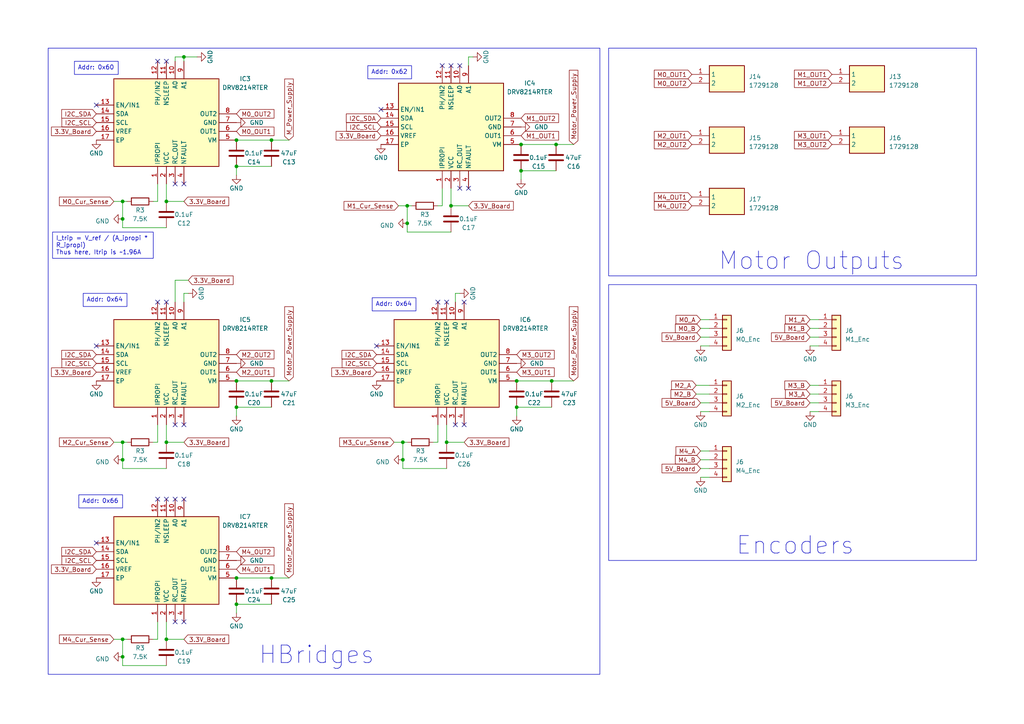
<source format=kicad_sch>
(kicad_sch (version 20230121) (generator eeschema)

  (uuid eacfb45a-41b2-4009-979d-9b224e13fbad)

  (paper "A4")

  (lib_symbols
    (symbol "Connector_Generic:Conn_01x04" (pin_names (offset 1.016) hide) (in_bom yes) (on_board yes)
      (property "Reference" "J" (at 0 5.08 0)
        (effects (font (size 1.27 1.27)))
      )
      (property "Value" "Conn_01x04" (at 0 -7.62 0)
        (effects (font (size 1.27 1.27)))
      )
      (property "Footprint" "" (at 0 0 0)
        (effects (font (size 1.27 1.27)) hide)
      )
      (property "Datasheet" "~" (at 0 0 0)
        (effects (font (size 1.27 1.27)) hide)
      )
      (property "ki_keywords" "connector" (at 0 0 0)
        (effects (font (size 1.27 1.27)) hide)
      )
      (property "ki_description" "Generic connector, single row, 01x04, script generated (kicad-library-utils/schlib/autogen/connector/)" (at 0 0 0)
        (effects (font (size 1.27 1.27)) hide)
      )
      (property "ki_fp_filters" "Connector*:*_1x??_*" (at 0 0 0)
        (effects (font (size 1.27 1.27)) hide)
      )
      (symbol "Conn_01x04_1_1"
        (rectangle (start -1.27 -4.953) (end 0 -5.207)
          (stroke (width 0.1524) (type default))
          (fill (type none))
        )
        (rectangle (start -1.27 -2.413) (end 0 -2.667)
          (stroke (width 0.1524) (type default))
          (fill (type none))
        )
        (rectangle (start -1.27 0.127) (end 0 -0.127)
          (stroke (width 0.1524) (type default))
          (fill (type none))
        )
        (rectangle (start -1.27 2.667) (end 0 2.413)
          (stroke (width 0.1524) (type default))
          (fill (type none))
        )
        (rectangle (start -1.27 3.81) (end 1.27 -6.35)
          (stroke (width 0.254) (type default))
          (fill (type background))
        )
        (pin passive line (at -5.08 2.54 0) (length 3.81)
          (name "Pin_1" (effects (font (size 1.27 1.27))))
          (number "1" (effects (font (size 1.27 1.27))))
        )
        (pin passive line (at -5.08 0 0) (length 3.81)
          (name "Pin_2" (effects (font (size 1.27 1.27))))
          (number "2" (effects (font (size 1.27 1.27))))
        )
        (pin passive line (at -5.08 -2.54 0) (length 3.81)
          (name "Pin_3" (effects (font (size 1.27 1.27))))
          (number "3" (effects (font (size 1.27 1.27))))
        )
        (pin passive line (at -5.08 -5.08 0) (length 3.81)
          (name "Pin_4" (effects (font (size 1.27 1.27))))
          (number "4" (effects (font (size 1.27 1.27))))
        )
      )
    )
    (symbol "Device:C" (pin_numbers hide) (pin_names (offset 0.254)) (in_bom yes) (on_board yes)
      (property "Reference" "C" (at 0.635 2.54 0)
        (effects (font (size 1.27 1.27)) (justify left))
      )
      (property "Value" "C" (at 0.635 -2.54 0)
        (effects (font (size 1.27 1.27)) (justify left))
      )
      (property "Footprint" "" (at 0.9652 -3.81 0)
        (effects (font (size 1.27 1.27)) hide)
      )
      (property "Datasheet" "~" (at 0 0 0)
        (effects (font (size 1.27 1.27)) hide)
      )
      (property "ki_keywords" "cap capacitor" (at 0 0 0)
        (effects (font (size 1.27 1.27)) hide)
      )
      (property "ki_description" "Unpolarized capacitor" (at 0 0 0)
        (effects (font (size 1.27 1.27)) hide)
      )
      (property "ki_fp_filters" "C_*" (at 0 0 0)
        (effects (font (size 1.27 1.27)) hide)
      )
      (symbol "C_0_1"
        (polyline
          (pts
            (xy -2.032 -0.762)
            (xy 2.032 -0.762)
          )
          (stroke (width 0.508) (type default))
          (fill (type none))
        )
        (polyline
          (pts
            (xy -2.032 0.762)
            (xy 2.032 0.762)
          )
          (stroke (width 0.508) (type default))
          (fill (type none))
        )
      )
      (symbol "C_1_1"
        (pin passive line (at 0 3.81 270) (length 2.794)
          (name "~" (effects (font (size 1.27 1.27))))
          (number "1" (effects (font (size 1.27 1.27))))
        )
        (pin passive line (at 0 -3.81 90) (length 2.794)
          (name "~" (effects (font (size 1.27 1.27))))
          (number "2" (effects (font (size 1.27 1.27))))
        )
      )
    )
    (symbol "Device:R" (pin_numbers hide) (pin_names (offset 0)) (in_bom yes) (on_board yes)
      (property "Reference" "R" (at 2.032 0 90)
        (effects (font (size 1.27 1.27)))
      )
      (property "Value" "R" (at 0 0 90)
        (effects (font (size 1.27 1.27)))
      )
      (property "Footprint" "" (at -1.778 0 90)
        (effects (font (size 1.27 1.27)) hide)
      )
      (property "Datasheet" "~" (at 0 0 0)
        (effects (font (size 1.27 1.27)) hide)
      )
      (property "ki_keywords" "R res resistor" (at 0 0 0)
        (effects (font (size 1.27 1.27)) hide)
      )
      (property "ki_description" "Resistor" (at 0 0 0)
        (effects (font (size 1.27 1.27)) hide)
      )
      (property "ki_fp_filters" "R_*" (at 0 0 0)
        (effects (font (size 1.27 1.27)) hide)
      )
      (symbol "R_0_1"
        (rectangle (start -1.016 -2.54) (end 1.016 2.54)
          (stroke (width 0.254) (type default))
          (fill (type none))
        )
      )
      (symbol "R_1_1"
        (pin passive line (at 0 3.81 270) (length 1.27)
          (name "~" (effects (font (size 1.27 1.27))))
          (number "1" (effects (font (size 1.27 1.27))))
        )
        (pin passive line (at 0 -3.81 90) (length 1.27)
          (name "~" (effects (font (size 1.27 1.27))))
          (number "2" (effects (font (size 1.27 1.27))))
        )
      )
    )
    (symbol "SamacSys_Parts:1729128" (in_bom yes) (on_board yes)
      (property "Reference" "J" (at 16.51 7.62 0)
        (effects (font (size 1.27 1.27)) (justify left top))
      )
      (property "Value" "1729128" (at 16.51 5.08 0)
        (effects (font (size 1.27 1.27)) (justify left top))
      )
      (property "Footprint" "1729128" (at 16.51 -94.92 0)
        (effects (font (size 1.27 1.27)) (justify left top) hide)
      )
      (property "Datasheet" "http://www.phoenixcontact.net/product/1729128" (at 16.51 -194.92 0)
        (effects (font (size 1.27 1.27)) (justify left top) hide)
      )
      (property "Height" "10.15" (at 16.51 -394.92 0)
        (effects (font (size 1.27 1.27)) (justify left top) hide)
      )
      (property "Mouser Part Number" "651-1729128" (at 16.51 -494.92 0)
        (effects (font (size 1.27 1.27)) (justify left top) hide)
      )
      (property "Mouser Price/Stock" "https://www.mouser.co.uk/ProductDetail/Phoenix-Contact/1729128?qs=GFUSqQMLmmnCBVBY3dts9w%3D%3D" (at 16.51 -594.92 0)
        (effects (font (size 1.27 1.27)) (justify left top) hide)
      )
      (property "Manufacturer_Name" "Phoenix Contact" (at 16.51 -694.92 0)
        (effects (font (size 1.27 1.27)) (justify left top) hide)
      )
      (property "Manufacturer_Part_Number" "1729128" (at 16.51 -794.92 0)
        (effects (font (size 1.27 1.27)) (justify left top) hide)
      )
      (property "ki_description" "PCB terminal block, nominal current: 13.5 A, rated voltage (III/2): 400 V, nominal cross section: 1.5 mm?, Number of potentials: 2, Number of rows: 1, Number of positions per row: 2, product range: MKDSN 1,5, pitch: 5.08 mm, connection method: Screw connection with tension sleeve, mounting: Wave soldering, conductor/PCB connection direction: 0 ?, color: green, Pin layout: Linear pinning, Solder pin [P]: 3.5 mm, type of packaging: packed in cardboard" (at 0 0 0)
        (effects (font (size 1.27 1.27)) hide)
      )
      (symbol "1729128_1_1"
        (rectangle (start 5.08 2.54) (end 15.24 -5.08)
          (stroke (width 0.254) (type default))
          (fill (type background))
        )
        (pin passive line (at 0 0 0) (length 5.08)
          (name "1" (effects (font (size 1.27 1.27))))
          (number "1" (effects (font (size 1.27 1.27))))
        )
        (pin passive line (at 0 -2.54 0) (length 5.08)
          (name "2" (effects (font (size 1.27 1.27))))
          (number "2" (effects (font (size 1.27 1.27))))
        )
      )
    )
    (symbol "SamacSys_Parts:DRV8214RTER" (in_bom yes) (on_board yes)
      (property "Reference" "IC" (at 31.75 17.78 0)
        (effects (font (size 1.27 1.27)) (justify left top))
      )
      (property "Value" "DRV8214RTER" (at 31.75 15.24 0)
        (effects (font (size 1.27 1.27)) (justify left top))
      )
      (property "Footprint" "QFN50P300X300X80-17N-D" (at 31.75 -84.76 0)
        (effects (font (size 1.27 1.27)) (justify left top) hide)
      )
      (property "Datasheet" "https://www.ti.com/lit/ds/symlink/drv8214.pdf?ts=1709730200309&ref_url=https%253A%252F%252Fwww.ti.com.cn%252Fproduct%252Fcn%252FDRV8214" (at 31.75 -184.76 0)
        (effects (font (size 1.27 1.27)) (justify left top) hide)
      )
      (property "Height" "0.8" (at 31.75 -384.76 0)
        (effects (font (size 1.27 1.27)) (justify left top) hide)
      )
      (property "Mouser Part Number" "595-DRV8214RTER" (at 31.75 -484.76 0)
        (effects (font (size 1.27 1.27)) (justify left top) hide)
      )
      (property "Mouser Price/Stock" "https://www.mouser.co.uk/ProductDetail/Texas-Instruments/DRV8214RTER?qs=mELouGlnn3fqZoe89rAgMA%3D%3D" (at 31.75 -584.76 0)
        (effects (font (size 1.27 1.27)) (justify left top) hide)
      )
      (property "Manufacturer_Name" "Texas Instruments" (at 31.75 -684.76 0)
        (effects (font (size 1.27 1.27)) (justify left top) hide)
      )
      (property "Manufacturer_Part_Number" "DRV8214RTER" (at 31.75 -784.76 0)
        (effects (font (size 1.27 1.27)) (justify left top) hide)
      )
      (property "ki_description" "Motor / Motion / Ignition Controllers & Drivers SINGLE H-BRIDGE MOTOR DRIVER" (at 0 0 0)
        (effects (font (size 1.27 1.27)) hide)
      )
      (symbol "DRV8214RTER_1_1"
        (rectangle (start 5.08 12.7) (end 30.48 -17.78)
          (stroke (width 0.254) (type default))
          (fill (type background))
        )
        (pin passive line (at 0 0 0) (length 5.08)
          (name "IPROPI" (effects (font (size 1.27 1.27))))
          (number "1" (effects (font (size 1.27 1.27))))
        )
        (pin passive line (at 35.56 -5.08 180) (length 5.08)
          (name "A0" (effects (font (size 1.27 1.27))))
          (number "10" (effects (font (size 1.27 1.27))))
        )
        (pin passive line (at 35.56 -2.54 180) (length 5.08)
          (name "NSLEEP" (effects (font (size 1.27 1.27))))
          (number "11" (effects (font (size 1.27 1.27))))
        )
        (pin passive line (at 35.56 0 180) (length 5.08)
          (name "PH/IN2" (effects (font (size 1.27 1.27))))
          (number "12" (effects (font (size 1.27 1.27))))
        )
        (pin passive line (at 22.86 17.78 270) (length 5.08)
          (name "EN/IN1" (effects (font (size 1.27 1.27))))
          (number "13" (effects (font (size 1.27 1.27))))
        )
        (pin passive line (at 20.32 17.78 270) (length 5.08)
          (name "SDA" (effects (font (size 1.27 1.27))))
          (number "14" (effects (font (size 1.27 1.27))))
        )
        (pin passive line (at 17.78 17.78 270) (length 5.08)
          (name "SCL" (effects (font (size 1.27 1.27))))
          (number "15" (effects (font (size 1.27 1.27))))
        )
        (pin passive line (at 15.24 17.78 270) (length 5.08)
          (name "VREF" (effects (font (size 1.27 1.27))))
          (number "16" (effects (font (size 1.27 1.27))))
        )
        (pin passive line (at 12.7 17.78 270) (length 5.08)
          (name "EP" (effects (font (size 1.27 1.27))))
          (number "17" (effects (font (size 1.27 1.27))))
        )
        (pin passive line (at 0 -2.54 0) (length 5.08)
          (name "VCC" (effects (font (size 1.27 1.27))))
          (number "2" (effects (font (size 1.27 1.27))))
        )
        (pin passive line (at 0 -5.08 0) (length 5.08)
          (name "RC_OUT" (effects (font (size 1.27 1.27))))
          (number "3" (effects (font (size 1.27 1.27))))
        )
        (pin passive line (at 0 -7.62 0) (length 5.08)
          (name "NFAULT" (effects (font (size 1.27 1.27))))
          (number "4" (effects (font (size 1.27 1.27))))
        )
        (pin passive line (at 12.7 -22.86 90) (length 5.08)
          (name "VM" (effects (font (size 1.27 1.27))))
          (number "5" (effects (font (size 1.27 1.27))))
        )
        (pin passive line (at 15.24 -22.86 90) (length 5.08)
          (name "OUT1" (effects (font (size 1.27 1.27))))
          (number "6" (effects (font (size 1.27 1.27))))
        )
        (pin passive line (at 17.78 -22.86 90) (length 5.08)
          (name "GND" (effects (font (size 1.27 1.27))))
          (number "7" (effects (font (size 1.27 1.27))))
        )
        (pin passive line (at 20.32 -22.86 90) (length 5.08)
          (name "OUT2" (effects (font (size 1.27 1.27))))
          (number "8" (effects (font (size 1.27 1.27))))
        )
        (pin passive line (at 35.56 -7.62 180) (length 5.08)
          (name "A1" (effects (font (size 1.27 1.27))))
          (number "9" (effects (font (size 1.27 1.27))))
        )
      )
    )
    (symbol "power:GND" (power) (pin_names (offset 0)) (in_bom yes) (on_board yes)
      (property "Reference" "#PWR" (at 0 -6.35 0)
        (effects (font (size 1.27 1.27)) hide)
      )
      (property "Value" "GND" (at 0 -3.81 0)
        (effects (font (size 1.27 1.27)))
      )
      (property "Footprint" "" (at 0 0 0)
        (effects (font (size 1.27 1.27)) hide)
      )
      (property "Datasheet" "" (at 0 0 0)
        (effects (font (size 1.27 1.27)) hide)
      )
      (property "ki_keywords" "global power" (at 0 0 0)
        (effects (font (size 1.27 1.27)) hide)
      )
      (property "ki_description" "Power symbol creates a global label with name \"GND\" , ground" (at 0 0 0)
        (effects (font (size 1.27 1.27)) hide)
      )
      (symbol "GND_0_1"
        (polyline
          (pts
            (xy 0 0)
            (xy 0 -1.27)
            (xy 1.27 -1.27)
            (xy 0 -2.54)
            (xy -1.27 -1.27)
            (xy 0 -1.27)
          )
          (stroke (width 0) (type default))
          (fill (type none))
        )
      )
      (symbol "GND_1_1"
        (pin power_in line (at 0 0 270) (length 0) hide
          (name "GND" (effects (font (size 1.27 1.27))))
          (number "1" (effects (font (size 1.27 1.27))))
        )
      )
    )
  )

  (junction (at 116.84 133.35) (diameter 0) (color 0 0 0 0)
    (uuid 01543aa3-7877-4bae-9ff8-09c6ae4fe357)
  )
  (junction (at 116.84 128.27) (diameter 0) (color 0 0 0 0)
    (uuid 07463ac6-a114-4bf7-96c2-673a1e36f328)
  )
  (junction (at 35.56 58.42) (diameter 0) (color 0 0 0 0)
    (uuid 0aef8414-ad65-49f4-b982-fc94c154634a)
  )
  (junction (at 151.13 49.53) (diameter 0) (color 0 0 0 0)
    (uuid 0c5f7fc0-e394-44eb-9cc3-bfae9cbd134c)
  )
  (junction (at 161.29 41.91) (diameter 0) (color 0 0 0 0)
    (uuid 1a577bc9-b059-444f-a41e-fec37c5bf5df)
  )
  (junction (at 48.26 128.27) (diameter 0) (color 0 0 0 0)
    (uuid 1b96f19c-e1c7-4f3c-9a19-b685088b4ec1)
  )
  (junction (at 160.02 110.49) (diameter 0) (color 0 0 0 0)
    (uuid 28207590-adc1-4a7e-8d3b-d4ed85ee14f6)
  )
  (junction (at 68.58 48.26) (diameter 0) (color 0 0 0 0)
    (uuid 3292caf7-9ab7-482b-b461-cad1740504b7)
  )
  (junction (at 35.56 190.5) (diameter 0) (color 0 0 0 0)
    (uuid 3cd3a7b5-a5a3-40eb-aad1-466459280710)
  )
  (junction (at 151.13 41.91) (diameter 0) (color 0 0 0 0)
    (uuid 48f75bd4-9a0a-4b34-b6da-23538b8660d5)
  )
  (junction (at 149.86 110.49) (diameter 0) (color 0 0 0 0)
    (uuid 4d1bc129-f6c3-4876-8716-79ee6aebbc30)
  )
  (junction (at 53.34 16.51) (diameter 0) (color 0 0 0 0)
    (uuid 4d6d1247-bb51-417f-b324-d661a9182f13)
  )
  (junction (at 68.58 40.64) (diameter 0) (color 0 0 0 0)
    (uuid 5121d95f-5ceb-41a3-b85b-6210343ac92e)
  )
  (junction (at 78.74 167.64) (diameter 0) (color 0 0 0 0)
    (uuid 6284b6b2-633f-4467-bc56-b42bc2b214fc)
  )
  (junction (at 35.56 128.27) (diameter 0) (color 0 0 0 0)
    (uuid 65395941-33da-4e3a-92dd-4ac3f5e015ec)
  )
  (junction (at 68.58 175.26) (diameter 0) (color 0 0 0 0)
    (uuid 733272aa-45f5-41e0-93d9-f353528fd121)
  )
  (junction (at 118.11 64.77) (diameter 0) (color 0 0 0 0)
    (uuid 816a057d-3a0c-42c3-a788-9f09b0b5ec00)
  )
  (junction (at 48.26 185.42) (diameter 0) (color 0 0 0 0)
    (uuid 933ff107-ce89-4146-9006-29342b86b14a)
  )
  (junction (at 35.56 133.35) (diameter 0) (color 0 0 0 0)
    (uuid 95f4b330-ab95-42b3-9b82-554c32d0256e)
  )
  (junction (at 118.11 59.69) (diameter 0) (color 0 0 0 0)
    (uuid 970c05ae-ed64-45bd-ae86-f626bd36b9b1)
  )
  (junction (at 35.56 63.5) (diameter 0) (color 0 0 0 0)
    (uuid a0ff4f72-19d4-4e9d-a35f-1b4759f96f4a)
  )
  (junction (at 68.58 118.11) (diameter 0) (color 0 0 0 0)
    (uuid b4c0e0de-4d50-4098-b99f-b8a3833fd4cd)
  )
  (junction (at 68.58 110.49) (diameter 0) (color 0 0 0 0)
    (uuid b7a7fe05-77d4-4f1c-9124-434881476248)
  )
  (junction (at 78.74 40.64) (diameter 0) (color 0 0 0 0)
    (uuid b8ab285e-d5b1-4efc-aa57-763cfa320320)
  )
  (junction (at 129.54 128.27) (diameter 0) (color 0 0 0 0)
    (uuid b982bb1d-23a3-4f32-958a-9397824c9fd8)
  )
  (junction (at 48.26 58.42) (diameter 0) (color 0 0 0 0)
    (uuid bf2c7798-b804-48cd-9821-21422a484e10)
  )
  (junction (at 149.86 118.11) (diameter 0) (color 0 0 0 0)
    (uuid c57e693c-1f15-4bb9-86d2-c8bd9dca7156)
  )
  (junction (at 68.58 167.64) (diameter 0) (color 0 0 0 0)
    (uuid d986cdb5-0f28-4abb-be13-b52e1db86dd8)
  )
  (junction (at 35.56 185.42) (diameter 0) (color 0 0 0 0)
    (uuid dfdc9636-3857-4252-a75b-7a8165103f2d)
  )
  (junction (at 78.74 110.49) (diameter 0) (color 0 0 0 0)
    (uuid edb97def-fbd0-4282-85ff-6a2446905583)
  )
  (junction (at 130.81 59.69) (diameter 0) (color 0 0 0 0)
    (uuid f3985eed-bbd6-424e-8b5a-c3d19e032f1c)
  )

  (no_connect (at 27.94 100.33) (uuid 0ea039f6-7251-47f3-9e45-400a44d05de5))
  (no_connect (at 27.94 30.48) (uuid 1552be09-80ed-4157-85d4-3f29838866d8))
  (no_connect (at 50.8 180.34) (uuid 15b071f8-8ca1-4738-846f-30c7d5984d83))
  (no_connect (at 45.72 87.63) (uuid 246eb351-4808-406d-bc25-6b69c1b47bd9))
  (no_connect (at 48.26 17.78) (uuid 2709e6ba-07aa-4c8e-9364-6097b95ff54f))
  (no_connect (at 53.34 53.34) (uuid 2f4d9539-050c-496e-ace3-8b009b8a203c))
  (no_connect (at 48.26 144.78) (uuid 34d5f7cb-dfbd-4f91-8cbf-f7f06c1fc03d))
  (no_connect (at 27.94 157.48) (uuid 40f344fe-6daa-42c5-b65c-f2deaf56a600))
  (no_connect (at 53.34 123.19) (uuid 42efad96-f299-443a-a72a-7b8939ec9bda))
  (no_connect (at 134.62 87.63) (uuid 5998308d-43b3-4277-8199-db384a343fec))
  (no_connect (at 130.81 19.05) (uuid 5c0f51b1-3ad6-4fc0-b253-05abc9bff229))
  (no_connect (at 45.72 17.78) (uuid 5f893305-4d23-40e1-b6bc-40cb9caf7019))
  (no_connect (at 50.8 144.78) (uuid 605f76b5-ad4c-46b1-9fe4-122e3d71988c))
  (no_connect (at 129.54 87.63) (uuid 650cc0ea-8acc-460a-be0a-4ae1f7942252))
  (no_connect (at 132.08 123.19) (uuid 6dde471a-95de-4639-aa7d-41028452eae2))
  (no_connect (at 50.8 123.19) (uuid 72ed8dad-5b33-4579-9700-b991b43c6197))
  (no_connect (at 48.26 87.63) (uuid 73d2d3d0-d2cb-4f65-b4a1-41041fe4c965))
  (no_connect (at 127 87.63) (uuid 73e0ae44-9b61-44a1-89df-c61e02f175ef))
  (no_connect (at 109.22 100.33) (uuid 7f4cbaa8-d1b4-4c0d-b2da-ad25c8d0d4ec))
  (no_connect (at 110.49 31.75) (uuid b18e35bc-d48d-4897-aec1-cdacc94dc533))
  (no_connect (at 133.35 19.05) (uuid b4a5ce56-2cd5-4607-8fec-afcc804153fe))
  (no_connect (at 53.34 180.34) (uuid b8fcef2b-f7a2-4740-855c-857579750aa7))
  (no_connect (at 53.34 144.78) (uuid bc2b72b2-e4a8-4521-b95d-628a8d6f9304))
  (no_connect (at 133.35 54.61) (uuid bc314725-0b62-410a-bef6-5e069afe8684))
  (no_connect (at 128.27 19.05) (uuid bce2c89b-9d05-4016-a4d0-f3b823c5dc14))
  (no_connect (at 134.62 123.19) (uuid ce498dc4-bdf1-44f2-bed0-be5c056038bd))
  (no_connect (at 45.72 144.78) (uuid d9b0dd03-549c-4d39-bece-0a618ace926e))
  (no_connect (at 50.8 53.34) (uuid e1afd214-dade-4bdc-b3c4-eea8a2580811))
  (no_connect (at 135.89 54.61) (uuid e495a8aa-bd71-4394-8661-64a9d9fcc102))

  (wire (pts (xy 118.11 67.31) (xy 118.11 64.77))
    (stroke (width 0) (type default))
    (uuid 0128b8bc-1c5a-475c-9f87-67ace84e4333)
  )
  (wire (pts (xy 45.72 185.42) (xy 44.45 185.42))
    (stroke (width 0) (type default))
    (uuid 04f53edd-78bc-4889-a861-28ac9843ce59)
  )
  (wire (pts (xy 115.57 59.69) (xy 118.11 59.69))
    (stroke (width 0) (type default))
    (uuid 0a2daaf4-08c4-472d-84df-69f017d6f090)
  )
  (wire (pts (xy 48.26 185.42) (xy 53.34 185.42))
    (stroke (width 0) (type default))
    (uuid 0df85748-bb13-47a7-bd59-776e4376a96f)
  )
  (wire (pts (xy 116.84 128.27) (xy 116.84 133.35))
    (stroke (width 0) (type default))
    (uuid 12fcbc62-f3fb-4153-b306-28c95fa2dba3)
  )
  (wire (pts (xy 201.93 114.3) (xy 205.74 114.3))
    (stroke (width 0) (type default))
    (uuid 1857b2c5-b0c7-4d72-96ce-a75a4a29276b)
  )
  (wire (pts (xy 36.83 58.42) (xy 35.56 58.42))
    (stroke (width 0) (type default))
    (uuid 1c43612d-3460-4daa-ad93-e747af61625c)
  )
  (wire (pts (xy 35.56 135.89) (xy 35.56 133.35))
    (stroke (width 0) (type default))
    (uuid 1d476c6e-356f-4d59-b50f-380782a4fc85)
  )
  (wire (pts (xy 50.8 87.63) (xy 50.8 81.28))
    (stroke (width 0) (type default))
    (uuid 1e677086-aebc-4ed5-b3bc-9938b6f65a41)
  )
  (wire (pts (xy 53.34 85.09) (xy 54.61 85.09))
    (stroke (width 0) (type default))
    (uuid 21fabb85-cf62-4c19-b3dc-e373408532ac)
  )
  (wire (pts (xy 128.27 59.69) (xy 127 59.69))
    (stroke (width 0) (type default))
    (uuid 2b98ae76-244f-48ea-8c0f-967499dd18df)
  )
  (wire (pts (xy 53.34 16.51) (xy 50.8 16.51))
    (stroke (width 0) (type default))
    (uuid 2c068149-8fb0-460d-95d6-933893e4260b)
  )
  (wire (pts (xy 48.26 58.42) (xy 53.34 58.42))
    (stroke (width 0) (type default))
    (uuid 2c19cf18-5cb1-475c-8e4f-5556a1f1ee9a)
  )
  (wire (pts (xy 130.81 59.69) (xy 135.89 59.69))
    (stroke (width 0) (type default))
    (uuid 2ecd40b1-f91b-4651-adcc-0252273df3a9)
  )
  (wire (pts (xy 151.13 41.91) (xy 161.29 41.91))
    (stroke (width 0) (type default))
    (uuid 30846f81-0af3-4f42-bc58-e0ce3fa7927a)
  )
  (wire (pts (xy 203.2 138.43) (xy 205.74 138.43))
    (stroke (width 0) (type default))
    (uuid 3442ed32-2f6d-4e87-a54e-edba05724fa5)
  )
  (wire (pts (xy 33.02 58.42) (xy 35.56 58.42))
    (stroke (width 0) (type default))
    (uuid 38226c1e-13b8-4603-98a4-615aa50bb6f1)
  )
  (wire (pts (xy 45.72 53.34) (xy 45.72 58.42))
    (stroke (width 0) (type default))
    (uuid 3a2b4b2a-ff0a-4fa9-9dc6-bfb3fd8a9c87)
  )
  (wire (pts (xy 35.56 193.04) (xy 48.26 193.04))
    (stroke (width 0) (type default))
    (uuid 3a6bd8b5-0cd8-4838-b988-4799d382502b)
  )
  (wire (pts (xy 119.38 59.69) (xy 118.11 59.69))
    (stroke (width 0) (type default))
    (uuid 40e49814-10b6-4fd0-b390-4ca963da0512)
  )
  (wire (pts (xy 234.95 95.25) (xy 237.49 95.25))
    (stroke (width 0) (type default))
    (uuid 41e24629-19d1-4c38-978f-8e2695c2b522)
  )
  (wire (pts (xy 45.72 180.34) (xy 45.72 185.42))
    (stroke (width 0) (type default))
    (uuid 44739891-e3ca-4dc7-98cd-3345ffabe9b4)
  )
  (wire (pts (xy 129.54 123.19) (xy 129.54 128.27))
    (stroke (width 0) (type default))
    (uuid 449d0702-a3e1-4287-83b1-ad1040d102ea)
  )
  (wire (pts (xy 128.27 54.61) (xy 128.27 59.69))
    (stroke (width 0) (type default))
    (uuid 47cecce5-23bf-4fa0-b10d-8de9e0cb0e76)
  )
  (wire (pts (xy 68.58 118.11) (xy 78.74 118.11))
    (stroke (width 0) (type default))
    (uuid 4a9b7b19-1bcb-4177-b84d-7bc44462d543)
  )
  (wire (pts (xy 130.81 54.61) (xy 130.81 59.69))
    (stroke (width 0) (type default))
    (uuid 4cf9f0c1-949d-4694-9216-f41cbca52a12)
  )
  (wire (pts (xy 234.95 97.79) (xy 237.49 97.79))
    (stroke (width 0) (type default))
    (uuid 4d4fc42b-092c-4320-b533-c940d6ffc648)
  )
  (wire (pts (xy 36.83 185.42) (xy 35.56 185.42))
    (stroke (width 0) (type default))
    (uuid 4edb9852-ca85-4417-a530-6fc248b8d4f7)
  )
  (wire (pts (xy 48.26 123.19) (xy 48.26 128.27))
    (stroke (width 0) (type default))
    (uuid 4f9bb1a9-a03d-4d58-8fca-fa4ec524b1cd)
  )
  (wire (pts (xy 45.72 58.42) (xy 44.45 58.42))
    (stroke (width 0) (type default))
    (uuid 5365f57b-2ced-4ba9-b8cb-ec342ce197f7)
  )
  (wire (pts (xy 68.58 175.26) (xy 68.58 177.8))
    (stroke (width 0) (type default))
    (uuid 55a11f9e-56a1-450b-8e10-e2da74562552)
  )
  (wire (pts (xy 234.95 111.76) (xy 237.49 111.76))
    (stroke (width 0) (type default))
    (uuid 55aed4a3-fb3c-47cc-8b41-bd345a35b9bd)
  )
  (wire (pts (xy 135.89 19.05) (xy 135.89 16.51))
    (stroke (width 0) (type default))
    (uuid 55bdb0ba-bcee-4ea4-b9c3-e62dcad66ede)
  )
  (wire (pts (xy 203.2 133.35) (xy 205.74 133.35))
    (stroke (width 0) (type default))
    (uuid 56a53c17-8802-4eb7-af70-9d125e53f537)
  )
  (wire (pts (xy 68.58 40.64) (xy 78.74 40.64))
    (stroke (width 0) (type default))
    (uuid 577d42e3-46a4-46d0-bf9b-18d3edd5b2bf)
  )
  (wire (pts (xy 35.56 66.04) (xy 35.56 63.5))
    (stroke (width 0) (type default))
    (uuid 5801b796-68e5-40bf-aff9-dafbf702729b)
  )
  (wire (pts (xy 33.02 185.42) (xy 35.56 185.42))
    (stroke (width 0) (type default))
    (uuid 58ecbccf-54fe-438a-98b6-4b3e83a21334)
  )
  (wire (pts (xy 53.34 16.51) (xy 53.34 17.78))
    (stroke (width 0) (type default))
    (uuid 5ba012bb-14d6-481e-8dca-f4691420b317)
  )
  (wire (pts (xy 132.08 85.09) (xy 133.35 85.09))
    (stroke (width 0) (type default))
    (uuid 5cd6e5e2-a30e-4537-8848-f04bd8610e02)
  )
  (wire (pts (xy 201.93 111.76) (xy 205.74 111.76))
    (stroke (width 0) (type default))
    (uuid 68f150ce-245d-4bca-af5b-1bc1599ea38e)
  )
  (wire (pts (xy 127 128.27) (xy 125.73 128.27))
    (stroke (width 0) (type default))
    (uuid 69e15659-39b9-47af-bb47-7e3b30bb415b)
  )
  (wire (pts (xy 48.26 180.34) (xy 48.26 185.42))
    (stroke (width 0) (type default))
    (uuid 6af4543a-1a71-46d1-96d2-5402f5537104)
  )
  (wire (pts (xy 35.56 185.42) (xy 35.56 190.5))
    (stroke (width 0) (type default))
    (uuid 6de4f16c-1249-4a43-813b-e8b1537c937e)
  )
  (wire (pts (xy 234.95 116.84) (xy 237.49 116.84))
    (stroke (width 0) (type default))
    (uuid 6eecc086-da64-4477-a980-082777173cb2)
  )
  (wire (pts (xy 68.58 48.26) (xy 68.58 50.8))
    (stroke (width 0) (type default))
    (uuid 6f5eac95-9c31-45f2-8844-c1db28901112)
  )
  (wire (pts (xy 149.86 118.11) (xy 160.02 118.11))
    (stroke (width 0) (type default))
    (uuid 729c4f2d-8faf-473a-b0a0-f5c9290e08f8)
  )
  (wire (pts (xy 234.95 119.38) (xy 237.49 119.38))
    (stroke (width 0) (type default))
    (uuid 7409f186-e131-4792-beec-2b2e037c7b88)
  )
  (wire (pts (xy 234.95 114.3) (xy 237.49 114.3))
    (stroke (width 0) (type default))
    (uuid 7ac22aba-7711-47f4-bc24-82f4522656ae)
  )
  (wire (pts (xy 116.84 135.89) (xy 116.84 133.35))
    (stroke (width 0) (type default))
    (uuid 83999e13-9ad4-4d8a-a2ad-b48f61a246d4)
  )
  (wire (pts (xy 116.84 135.89) (xy 129.54 135.89))
    (stroke (width 0) (type default))
    (uuid 85b36735-b1b6-487b-9565-1c40f0350479)
  )
  (wire (pts (xy 57.15 16.51) (xy 53.34 16.51))
    (stroke (width 0) (type default))
    (uuid 895dad17-0320-4695-9929-19f842b20793)
  )
  (wire (pts (xy 132.08 87.63) (xy 132.08 85.09))
    (stroke (width 0) (type default))
    (uuid 94af86dd-c5cb-422b-be42-d31640a574a1)
  )
  (wire (pts (xy 68.58 110.49) (xy 78.74 110.49))
    (stroke (width 0) (type default))
    (uuid 96ad3e04-4d12-454c-b908-09d5c232d022)
  )
  (wire (pts (xy 36.83 128.27) (xy 35.56 128.27))
    (stroke (width 0) (type default))
    (uuid 9714bf51-b92f-4800-8445-255573825118)
  )
  (wire (pts (xy 83.82 110.49) (xy 78.74 110.49))
    (stroke (width 0) (type default))
    (uuid 99fdf8ed-1a92-446e-9f11-f327ecda31bd)
  )
  (wire (pts (xy 78.74 167.64) (xy 83.82 167.64))
    (stroke (width 0) (type default))
    (uuid 9ab0193d-dde1-4ff7-ba75-0dcf8600e0de)
  )
  (wire (pts (xy 45.72 128.27) (xy 44.45 128.27))
    (stroke (width 0) (type default))
    (uuid 9bc3f029-0ad3-4f28-92a7-5bc9f7acb061)
  )
  (wire (pts (xy 50.8 81.28) (xy 54.61 81.28))
    (stroke (width 0) (type default))
    (uuid 9c400b43-0856-4a65-b4d6-680861ae8fa5)
  )
  (wire (pts (xy 234.95 100.33) (xy 237.49 100.33))
    (stroke (width 0) (type default))
    (uuid 9dfb6743-6131-4dd2-b4b5-2259950decf0)
  )
  (wire (pts (xy 118.11 59.69) (xy 118.11 64.77))
    (stroke (width 0) (type default))
    (uuid a2c9599d-9b97-4136-926d-59525700b714)
  )
  (wire (pts (xy 151.13 49.53) (xy 151.13 52.07))
    (stroke (width 0) (type default))
    (uuid a42fa59a-0db3-4024-9d68-c4dd5e2c8b0b)
  )
  (wire (pts (xy 35.56 128.27) (xy 35.56 133.35))
    (stroke (width 0) (type default))
    (uuid a6cabf24-2fce-4569-a383-b3ae77f5ace1)
  )
  (wire (pts (xy 203.2 135.89) (xy 205.74 135.89))
    (stroke (width 0) (type default))
    (uuid ac2b3e65-defd-46b8-b250-454d0004a850)
  )
  (wire (pts (xy 118.11 128.27) (xy 116.84 128.27))
    (stroke (width 0) (type default))
    (uuid af05a39e-f188-49c4-b953-a28a4392826a)
  )
  (wire (pts (xy 149.86 118.11) (xy 149.86 120.65))
    (stroke (width 0) (type default))
    (uuid b00a0d74-0578-4d88-9212-6f17786dc1f9)
  )
  (wire (pts (xy 129.54 128.27) (xy 134.62 128.27))
    (stroke (width 0) (type default))
    (uuid b242e34f-6871-4150-9d68-032c83d44906)
  )
  (wire (pts (xy 50.8 16.51) (xy 50.8 17.78))
    (stroke (width 0) (type default))
    (uuid b49dc579-aef7-468b-9232-b71dff36f875)
  )
  (wire (pts (xy 203.2 119.38) (xy 205.74 119.38))
    (stroke (width 0) (type default))
    (uuid b4c7f27a-0de1-4f9c-bff5-76873d7f023b)
  )
  (wire (pts (xy 35.56 66.04) (xy 48.26 66.04))
    (stroke (width 0) (type default))
    (uuid bab5b61e-b2d6-447c-8d88-7164dba6734c)
  )
  (wire (pts (xy 53.34 87.63) (xy 53.34 85.09))
    (stroke (width 0) (type default))
    (uuid c0a2c2c3-082b-4a9c-8e95-69ed886072a5)
  )
  (wire (pts (xy 234.95 92.71) (xy 237.49 92.71))
    (stroke (width 0) (type default))
    (uuid c1985e25-110f-43f9-816c-aae3c875157e)
  )
  (wire (pts (xy 48.26 128.27) (xy 53.34 128.27))
    (stroke (width 0) (type default))
    (uuid c3d89e6d-978c-4821-b701-15b5e58f4262)
  )
  (wire (pts (xy 68.58 118.11) (xy 68.58 120.65))
    (stroke (width 0) (type default))
    (uuid cb3f47a3-dd6f-4b66-b95a-6c63b9e89219)
  )
  (wire (pts (xy 203.2 100.33) (xy 205.74 100.33))
    (stroke (width 0) (type default))
    (uuid cdbaf89a-8cfb-4549-9a0b-47e61595c18d)
  )
  (wire (pts (xy 203.2 92.71) (xy 205.74 92.71))
    (stroke (width 0) (type default))
    (uuid cdc14db5-f628-4994-9d59-0c4e5736b795)
  )
  (wire (pts (xy 35.56 58.42) (xy 35.56 63.5))
    (stroke (width 0) (type default))
    (uuid cdc59e5f-37c1-4293-a057-d26c4fd533c8)
  )
  (wire (pts (xy 68.58 48.26) (xy 78.74 48.26))
    (stroke (width 0) (type default))
    (uuid d0df7f4b-9658-4c60-a6bb-af7c6b34fe4f)
  )
  (wire (pts (xy 203.2 97.79) (xy 205.74 97.79))
    (stroke (width 0) (type default))
    (uuid d1830a1e-2e20-499f-9240-d8635bdc8191)
  )
  (wire (pts (xy 166.37 41.91) (xy 161.29 41.91))
    (stroke (width 0) (type default))
    (uuid d406630b-a89a-4e13-9023-d97792d07aff)
  )
  (wire (pts (xy 203.2 95.25) (xy 205.74 95.25))
    (stroke (width 0) (type default))
    (uuid d4b2733b-af66-4376-a33a-3f749a72ca20)
  )
  (wire (pts (xy 35.56 193.04) (xy 35.56 190.5))
    (stroke (width 0) (type default))
    (uuid d89f748d-3b30-4bdd-bc7e-71bba69eff8b)
  )
  (wire (pts (xy 48.26 53.34) (xy 48.26 58.42))
    (stroke (width 0) (type default))
    (uuid d8ee7c45-93bf-43c2-9e7c-3d7dfde127cc)
  )
  (wire (pts (xy 135.89 16.51) (xy 137.16 16.51))
    (stroke (width 0) (type default))
    (uuid dd6a4059-c182-44e5-a05c-4058fdfce135)
  )
  (wire (pts (xy 68.58 175.26) (xy 78.74 175.26))
    (stroke (width 0) (type default))
    (uuid e18bb19e-d59d-4da4-9139-5880c5c5612f)
  )
  (wire (pts (xy 149.86 110.49) (xy 160.02 110.49))
    (stroke (width 0) (type default))
    (uuid e438e05e-4e76-4f3a-ac7f-b4c96701d6ba)
  )
  (wire (pts (xy 160.02 110.49) (xy 166.37 110.49))
    (stroke (width 0) (type default))
    (uuid e477e49e-9c69-49ab-ac9c-0296718dfb20)
  )
  (wire (pts (xy 127 123.19) (xy 127 128.27))
    (stroke (width 0) (type default))
    (uuid ea392c0a-a43f-4ed0-8c7f-ec93d68ee87d)
  )
  (wire (pts (xy 45.72 123.19) (xy 45.72 128.27))
    (stroke (width 0) (type default))
    (uuid ee989114-946d-4d8a-99e5-7c9c797206f3)
  )
  (wire (pts (xy 33.02 128.27) (xy 35.56 128.27))
    (stroke (width 0) (type default))
    (uuid f46639ea-c07f-493f-9bb2-2739af284242)
  )
  (wire (pts (xy 35.56 135.89) (xy 48.26 135.89))
    (stroke (width 0) (type default))
    (uuid f5124c8f-916b-43d6-b1f2-d94aca7dcb67)
  )
  (wire (pts (xy 118.11 67.31) (xy 130.81 67.31))
    (stroke (width 0) (type default))
    (uuid f694d777-2140-4a76-be0e-d038d5f385b0)
  )
  (wire (pts (xy 203.2 130.81) (xy 205.74 130.81))
    (stroke (width 0) (type default))
    (uuid fb84918c-69bd-46cc-9fcb-f4220872b8f1)
  )
  (wire (pts (xy 68.58 167.64) (xy 78.74 167.64))
    (stroke (width 0) (type default))
    (uuid fb98a395-782f-44ec-ae7e-c8a1d3c79418)
  )
  (wire (pts (xy 151.13 49.53) (xy 161.29 49.53))
    (stroke (width 0) (type default))
    (uuid fcfd8e63-79f6-4110-b6af-337af7ae40a6)
  )
  (wire (pts (xy 203.2 116.84) (xy 205.74 116.84))
    (stroke (width 0) (type default))
    (uuid fd1e8762-1a3b-43fa-a692-23725f03fae9)
  )
  (wire (pts (xy 114.3 128.27) (xy 116.84 128.27))
    (stroke (width 0) (type default))
    (uuid fdbea4cd-8c22-4043-bd4a-38971f1bd1b7)
  )
  (wire (pts (xy 83.82 40.64) (xy 78.74 40.64))
    (stroke (width 0) (type default))
    (uuid fe92fdf2-2057-49c6-a104-b2a0a8dd7230)
  )

  (rectangle (start 13.97 13.97) (end 173.99 195.58)
    (stroke (width 0) (type default))
    (fill (type none))
    (uuid 36e907ca-024c-4982-9c48-9c11b427f75c)
  )
  (rectangle (start 176.53 13.97) (end 283.21 80.01)
    (stroke (width 0) (type default))
    (fill (type none))
    (uuid 8be9e7cf-e9f7-4ccb-96d3-c800522275cc)
  )
  (rectangle (start 176.53 82.55) (end 283.21 162.56)
    (stroke (width 0) (type default))
    (fill (type none))
    (uuid a763eb6d-3c7a-4ac2-a1d3-61a776b3ead4)
  )

  (text_box "Addr: 0x60"
    (at 21.59 17.78 0) (size 12.7 3.81)
    (stroke (width 0) (type default))
    (fill (type none))
    (effects (font (size 1.27 1.27)) (justify left top))
    (uuid 3166ef48-5391-4ca0-90b2-09b63b471d25)
  )
  (text_box "Addr: 0x64"
    (at 24.13 85.09 0) (size 12.7 3.81)
    (stroke (width 0) (type default))
    (fill (type none))
    (effects (font (size 1.27 1.27)) (justify left top))
    (uuid 4b083059-7ab7-4bdb-91f1-bceeb3043b23)
  )
  (text_box "Addr: 0x66"
    (at 22.86 143.51 0) (size 12.7 3.81)
    (stroke (width 0) (type default))
    (fill (type none))
    (effects (font (size 1.27 1.27)) (justify left top))
    (uuid a0815d23-0540-4513-9d58-0df10a4577b7)
  )
  (text_box "Addr: 0x64"
    (at 107.95 86.36 0) (size 12.7 3.81)
    (stroke (width 0) (type default))
    (fill (type none))
    (effects (font (size 1.27 1.27)) (justify left top))
    (uuid d5f02843-0843-4a38-805d-56e7dee85603)
  )
  (text_box "Addr: 0x62"
    (at 106.68 19.05 0) (size 12.7 3.81)
    (stroke (width 0) (type default))
    (fill (type none))
    (effects (font (size 1.27 1.27)) (justify left top))
    (uuid e2a0b129-0e0e-404a-ab42-58f492a9ab6f)
  )
  (text_box "I_trip = V_ref / (A_ipropi * R_ipropi)\nThus here, Itrip is ~1.96A"
    (at 15.24 67.31 0) (size 29.21 7.62)
    (stroke (width 0) (type default))
    (fill (type none))
    (effects (font (size 1.27 1.27)) (justify left top))
    (uuid f8ab9313-37c5-4465-a899-32728cd3553c)
  )

  (text "Motor Outputs" (at 208.28 78.74 0)
    (effects (font (size 5.08 5.08)) (justify left bottom))
    (uuid 14b3f082-684b-45c2-966f-009f5866612f)
  )
  (text "HBridges" (at 74.93 193.04 0)
    (effects (font (size 5.08 5.08)) (justify left bottom))
    (uuid 4f89eef9-ce05-436c-8032-fdc3b1bb92af)
  )
  (text "Encoders" (at 213.36 161.29 0)
    (effects (font (size 5.08 5.08)) (justify left bottom))
    (uuid 95be6971-738e-468f-8a78-421d54482448)
  )

  (global_label "M1_OUT1" (shape input) (at 241.3 21.59 180) (fields_autoplaced)
    (effects (font (size 1.27 1.27)) (justify right))
    (uuid 01948bb2-f913-40a2-9700-2aa84f231632)
    (property "Intersheetrefs" "${INTERSHEET_REFS}" (at 229.9276 21.59 0)
      (effects (font (size 1.27 1.27)) (justify right) hide)
    )
  )
  (global_label "M0_OUT1" (shape input) (at 200.66 21.59 180) (fields_autoplaced)
    (effects (font (size 1.27 1.27)) (justify right))
    (uuid 0981851f-b97a-46dd-a11e-061fa7e1d8f4)
    (property "Intersheetrefs" "${INTERSHEET_REFS}" (at 189.2876 21.59 0)
      (effects (font (size 1.27 1.27)) (justify right) hide)
    )
  )
  (global_label "M3_OUT2" (shape input) (at 241.3 41.91 180) (fields_autoplaced)
    (effects (font (size 1.27 1.27)) (justify right))
    (uuid 0d8219bf-21c6-46da-9fda-8a4751510cc7)
    (property "Intersheetrefs" "${INTERSHEET_REFS}" (at 229.9276 41.91 0)
      (effects (font (size 1.27 1.27)) (justify right) hide)
    )
  )
  (global_label "5V_Board" (shape input) (at 234.95 97.79 180) (fields_autoplaced)
    (effects (font (size 1.27 1.27)) (justify right))
    (uuid 136fa9cc-427b-4729-a15c-7132c7b77cfd)
    (property "Intersheetrefs" "${INTERSHEET_REFS}" (at 223.2753 97.79 0)
      (effects (font (size 1.27 1.27)) (justify right) hide)
    )
  )
  (global_label "M4_OUT1" (shape input) (at 68.58 165.1 0) (fields_autoplaced)
    (effects (font (size 1.27 1.27)) (justify left))
    (uuid 16856323-07f9-4d91-9dd8-e157f6630be3)
    (property "Intersheetrefs" "${INTERSHEET_REFS}" (at 79.9524 165.1 0)
      (effects (font (size 1.27 1.27)) (justify left) hide)
    )
  )
  (global_label "M0_A" (shape input) (at 203.2 92.71 180) (fields_autoplaced)
    (effects (font (size 1.27 1.27)) (justify right))
    (uuid 1a71142d-adb8-48a1-881b-55b8f04c82e6)
    (property "Intersheetrefs" "${INTERSHEET_REFS}" (at 195.5771 92.71 0)
      (effects (font (size 1.27 1.27)) (justify right) hide)
    )
  )
  (global_label "3.3V_Board" (shape input) (at 109.22 107.95 180) (fields_autoplaced)
    (effects (font (size 1.27 1.27)) (justify right))
    (uuid 1bd4dcf3-e546-4127-9660-afe28fa90714)
    (property "Intersheetrefs" "${INTERSHEET_REFS}" (at 95.731 107.95 0)
      (effects (font (size 1.27 1.27)) (justify right) hide)
    )
  )
  (global_label "5V_Board" (shape input) (at 234.95 116.84 180) (fields_autoplaced)
    (effects (font (size 1.27 1.27)) (justify right))
    (uuid 1cd723af-284e-4a1f-b699-6ed3bf1254cb)
    (property "Intersheetrefs" "${INTERSHEET_REFS}" (at 223.2753 116.84 0)
      (effects (font (size 1.27 1.27)) (justify right) hide)
    )
  )
  (global_label "M4_Cur_Sense" (shape input) (at 33.02 185.42 180) (fields_autoplaced)
    (effects (font (size 1.27 1.27)) (justify right))
    (uuid 20a798a7-446b-4dbc-b8e7-aea0e7e874c8)
    (property "Intersheetrefs" "${INTERSHEET_REFS}" (at 16.7491 185.42 0)
      (effects (font (size 1.27 1.27)) (justify right) hide)
    )
  )
  (global_label "M3_OUT1" (shape input) (at 241.3 39.37 180) (fields_autoplaced)
    (effects (font (size 1.27 1.27)) (justify right))
    (uuid 214e58ec-fa7d-4e24-b913-ace902113194)
    (property "Intersheetrefs" "${INTERSHEET_REFS}" (at 229.9276 39.37 0)
      (effects (font (size 1.27 1.27)) (justify right) hide)
    )
  )
  (global_label "M1_OUT1" (shape input) (at 151.13 39.37 0) (fields_autoplaced)
    (effects (font (size 1.27 1.27)) (justify left))
    (uuid 223527e1-99ed-4615-94de-11134afa71a8)
    (property "Intersheetrefs" "${INTERSHEET_REFS}" (at 162.5024 39.37 0)
      (effects (font (size 1.27 1.27)) (justify left) hide)
    )
  )
  (global_label "M2_B" (shape input) (at 201.93 114.3 180) (fields_autoplaced)
    (effects (font (size 1.27 1.27)) (justify right))
    (uuid 24a091e3-6394-4067-8c56-3ac31050a22a)
    (property "Intersheetrefs" "${INTERSHEET_REFS}" (at 194.1257 114.3 0)
      (effects (font (size 1.27 1.27)) (justify right) hide)
    )
  )
  (global_label "M2_A" (shape input) (at 201.93 111.76 180) (fields_autoplaced)
    (effects (font (size 1.27 1.27)) (justify right))
    (uuid 2629ea8e-488f-4b26-8c9d-f1aff7ef37d5)
    (property "Intersheetrefs" "${INTERSHEET_REFS}" (at 194.3071 111.76 0)
      (effects (font (size 1.27 1.27)) (justify right) hide)
    )
  )
  (global_label "M0_B" (shape input) (at 203.2 95.25 180) (fields_autoplaced)
    (effects (font (size 1.27 1.27)) (justify right))
    (uuid 303b6aa2-dd4a-4036-bfdc-94a1a3bc90dd)
    (property "Intersheetrefs" "${INTERSHEET_REFS}" (at 195.3957 95.25 0)
      (effects (font (size 1.27 1.27)) (justify right) hide)
    )
  )
  (global_label "M3_OUT2" (shape input) (at 149.86 102.87 0) (fields_autoplaced)
    (effects (font (size 1.27 1.27)) (justify left))
    (uuid 317d1313-04e2-4068-af9f-496bd5908f9e)
    (property "Intersheetrefs" "${INTERSHEET_REFS}" (at 161.2324 102.87 0)
      (effects (font (size 1.27 1.27)) (justify left) hide)
    )
  )
  (global_label "M1_OUT2" (shape input) (at 241.3 24.13 180) (fields_autoplaced)
    (effects (font (size 1.27 1.27)) (justify right))
    (uuid 3af6c84c-cc3f-4268-aa26-e1cc698e7700)
    (property "Intersheetrefs" "${INTERSHEET_REFS}" (at 229.9276 24.13 0)
      (effects (font (size 1.27 1.27)) (justify right) hide)
    )
  )
  (global_label "M1_B" (shape input) (at 234.95 95.25 180) (fields_autoplaced)
    (effects (font (size 1.27 1.27)) (justify right))
    (uuid 3d06bf8e-0533-4e6a-98e2-502804d6d789)
    (property "Intersheetrefs" "${INTERSHEET_REFS}" (at 227.1457 95.25 0)
      (effects (font (size 1.27 1.27)) (justify right) hide)
    )
  )
  (global_label "I2C_SDA" (shape input) (at 109.22 102.87 180) (fields_autoplaced)
    (effects (font (size 1.27 1.27)) (justify right))
    (uuid 40af617a-7476-425a-be00-a181ebbe0c81)
    (property "Intersheetrefs" "${INTERSHEET_REFS}" (at 98.6942 102.87 0)
      (effects (font (size 1.27 1.27)) (justify right) hide)
    )
  )
  (global_label "M2_OUT1" (shape input) (at 68.58 107.95 0) (fields_autoplaced)
    (effects (font (size 1.27 1.27)) (justify left))
    (uuid 447df7e2-a001-4cb5-811d-ea4c8c6c874b)
    (property "Intersheetrefs" "${INTERSHEET_REFS}" (at 79.9524 107.95 0)
      (effects (font (size 1.27 1.27)) (justify left) hide)
    )
  )
  (global_label "Motor_Power_Supply" (shape input) (at 166.37 41.91 90) (fields_autoplaced)
    (effects (font (size 1.27 1.27)) (justify left))
    (uuid 5818caf6-c209-4cd4-bb53-9afccf1f728e)
    (property "Intersheetrefs" "${INTERSHEET_REFS}" (at 166.37 19.8941 90)
      (effects (font (size 1.27 1.27)) (justify left) hide)
    )
  )
  (global_label "3.3V_Board" (shape input) (at 54.61 81.28 0) (fields_autoplaced)
    (effects (font (size 1.27 1.27)) (justify left))
    (uuid 5f9762c9-367f-467a-b6c9-d8bf1a85e9c6)
    (property "Intersheetrefs" "${INTERSHEET_REFS}" (at 68.099 81.28 0)
      (effects (font (size 1.27 1.27)) (justify left) hide)
    )
  )
  (global_label "I2C_SCL" (shape input) (at 27.94 162.56 180) (fields_autoplaced)
    (effects (font (size 1.27 1.27)) (justify right))
    (uuid 5feab7cf-6116-47e6-ae73-88ca3a68d5cf)
    (property "Intersheetrefs" "${INTERSHEET_REFS}" (at 17.4747 162.56 0)
      (effects (font (size 1.27 1.27)) (justify right) hide)
    )
  )
  (global_label "M0_OUT1" (shape input) (at 68.58 38.1 0) (fields_autoplaced)
    (effects (font (size 1.27 1.27)) (justify left))
    (uuid 6426fdb9-4bec-4401-bb60-e3bc91739b4f)
    (property "Intersheetrefs" "${INTERSHEET_REFS}" (at 79.9524 38.1 0)
      (effects (font (size 1.27 1.27)) (justify left) hide)
    )
  )
  (global_label "M4_A" (shape input) (at 203.2 130.81 180) (fields_autoplaced)
    (effects (font (size 1.27 1.27)) (justify right))
    (uuid 68c4d401-782a-4219-9d63-232abe3a1685)
    (property "Intersheetrefs" "${INTERSHEET_REFS}" (at 195.5771 130.81 0)
      (effects (font (size 1.27 1.27)) (justify right) hide)
    )
  )
  (global_label "3.3V_Board" (shape input) (at 53.34 58.42 0) (fields_autoplaced)
    (effects (font (size 1.27 1.27)) (justify left))
    (uuid 6f308377-613c-4140-8329-48a648f45550)
    (property "Intersheetrefs" "${INTERSHEET_REFS}" (at 66.829 58.42 0)
      (effects (font (size 1.27 1.27)) (justify left) hide)
    )
  )
  (global_label "M0_OUT2" (shape input) (at 68.58 33.02 0) (fields_autoplaced)
    (effects (font (size 1.27 1.27)) (justify left))
    (uuid 7104c7e4-5b20-4de0-b1a9-58163bc80a22)
    (property "Intersheetrefs" "${INTERSHEET_REFS}" (at 79.9524 33.02 0)
      (effects (font (size 1.27 1.27)) (justify left) hide)
    )
  )
  (global_label "I2C_SCL" (shape input) (at 27.94 35.56 180) (fields_autoplaced)
    (effects (font (size 1.27 1.27)) (justify right))
    (uuid 72794fdc-c63b-41cb-9e43-7e4fea1c91a2)
    (property "Intersheetrefs" "${INTERSHEET_REFS}" (at 17.4747 35.56 0)
      (effects (font (size 1.27 1.27)) (justify right) hide)
    )
  )
  (global_label "M4_OUT2" (shape input) (at 68.58 160.02 0) (fields_autoplaced)
    (effects (font (size 1.27 1.27)) (justify left))
    (uuid 75d4df1a-c865-451c-81a5-7657153a1afe)
    (property "Intersheetrefs" "${INTERSHEET_REFS}" (at 79.9524 160.02 0)
      (effects (font (size 1.27 1.27)) (justify left) hide)
    )
  )
  (global_label "3.3V_Board" (shape input) (at 27.94 165.1 180) (fields_autoplaced)
    (effects (font (size 1.27 1.27)) (justify right))
    (uuid 7766dffe-6742-444c-a047-c9c9d1cd34e5)
    (property "Intersheetrefs" "${INTERSHEET_REFS}" (at 14.451 165.1 0)
      (effects (font (size 1.27 1.27)) (justify right) hide)
    )
  )
  (global_label "3.3V_Board" (shape input) (at 27.94 38.1 180) (fields_autoplaced)
    (effects (font (size 1.27 1.27)) (justify right))
    (uuid 79b989d2-82d9-4931-8635-d4aa88587895)
    (property "Intersheetrefs" "${INTERSHEET_REFS}" (at 14.451 38.1 0)
      (effects (font (size 1.27 1.27)) (justify right) hide)
    )
  )
  (global_label "M4_OUT1" (shape input) (at 200.66 57.15 180) (fields_autoplaced)
    (effects (font (size 1.27 1.27)) (justify right))
    (uuid 7cf073a7-9270-4442-b754-4f97657ec39a)
    (property "Intersheetrefs" "${INTERSHEET_REFS}" (at 189.2876 57.15 0)
      (effects (font (size 1.27 1.27)) (justify right) hide)
    )
  )
  (global_label "I2C_SCL" (shape input) (at 27.94 105.41 180) (fields_autoplaced)
    (effects (font (size 1.27 1.27)) (justify right))
    (uuid 81bc03cb-d69d-4df9-a61b-69d349a19587)
    (property "Intersheetrefs" "${INTERSHEET_REFS}" (at 17.4747 105.41 0)
      (effects (font (size 1.27 1.27)) (justify right) hide)
    )
  )
  (global_label "M2_OUT2" (shape input) (at 68.58 102.87 0) (fields_autoplaced)
    (effects (font (size 1.27 1.27)) (justify left))
    (uuid 84f535b4-30bd-420d-99f5-8792ba678e59)
    (property "Intersheetrefs" "${INTERSHEET_REFS}" (at 79.9524 102.87 0)
      (effects (font (size 1.27 1.27)) (justify left) hide)
    )
  )
  (global_label "M2_OUT1" (shape input) (at 200.66 39.37 180) (fields_autoplaced)
    (effects (font (size 1.27 1.27)) (justify right))
    (uuid 85435691-c5cf-4100-8dee-91a0f84eec49)
    (property "Intersheetrefs" "${INTERSHEET_REFS}" (at 189.2876 39.37 0)
      (effects (font (size 1.27 1.27)) (justify right) hide)
    )
  )
  (global_label "3.3V_Board" (shape input) (at 27.94 107.95 180) (fields_autoplaced)
    (effects (font (size 1.27 1.27)) (justify right))
    (uuid 85997720-de0b-419b-b9d0-972b11696f77)
    (property "Intersheetrefs" "${INTERSHEET_REFS}" (at 14.451 107.95 0)
      (effects (font (size 1.27 1.27)) (justify right) hide)
    )
  )
  (global_label "M0_OUT2" (shape input) (at 200.66 24.13 180) (fields_autoplaced)
    (effects (font (size 1.27 1.27)) (justify right))
    (uuid 8ada0b7a-b7be-4cff-a9f0-e31d854ad9bd)
    (property "Intersheetrefs" "${INTERSHEET_REFS}" (at 189.2876 24.13 0)
      (effects (font (size 1.27 1.27)) (justify right) hide)
    )
  )
  (global_label "M3_Cur_Sense" (shape input) (at 114.3 128.27 180) (fields_autoplaced)
    (effects (font (size 1.27 1.27)) (justify right))
    (uuid 8b9b0e82-258f-4e68-a488-72aa1837e583)
    (property "Intersheetrefs" "${INTERSHEET_REFS}" (at 98.0291 128.27 0)
      (effects (font (size 1.27 1.27)) (justify right) hide)
    )
  )
  (global_label "M2_Cur_Sense" (shape input) (at 33.02 128.27 180) (fields_autoplaced)
    (effects (font (size 1.27 1.27)) (justify right))
    (uuid 8e99154f-a261-477b-bba1-70568cce799e)
    (property "Intersheetrefs" "${INTERSHEET_REFS}" (at 16.7491 128.27 0)
      (effects (font (size 1.27 1.27)) (justify right) hide)
    )
  )
  (global_label "M_Power_Supply" (shape input) (at 83.82 40.64 90) (fields_autoplaced)
    (effects (font (size 1.27 1.27)) (justify left))
    (uuid 9581a9a0-d7db-4426-af4f-7ac25f72a952)
    (property "Intersheetrefs" "${INTERSHEET_REFS}" (at 83.82 22.434 90)
      (effects (font (size 1.27 1.27)) (justify left) hide)
    )
  )
  (global_label "I2C_SDA" (shape input) (at 27.94 160.02 180) (fields_autoplaced)
    (effects (font (size 1.27 1.27)) (justify right))
    (uuid 96767ac2-62d0-483e-a4dc-8429228ed451)
    (property "Intersheetrefs" "${INTERSHEET_REFS}" (at 17.4142 160.02 0)
      (effects (font (size 1.27 1.27)) (justify right) hide)
    )
  )
  (global_label "3.3V_Board" (shape input) (at 134.62 128.27 0) (fields_autoplaced)
    (effects (font (size 1.27 1.27)) (justify left))
    (uuid 9e0be39b-4bc8-4543-b506-1660f9ea370f)
    (property "Intersheetrefs" "${INTERSHEET_REFS}" (at 148.109 128.27 0)
      (effects (font (size 1.27 1.27)) (justify left) hide)
    )
  )
  (global_label "I2C_SCL" (shape input) (at 110.49 36.83 180) (fields_autoplaced)
    (effects (font (size 1.27 1.27)) (justify right))
    (uuid a162dbfe-4e54-4fc2-9ae3-d369c528cce9)
    (property "Intersheetrefs" "${INTERSHEET_REFS}" (at 100.0247 36.83 0)
      (effects (font (size 1.27 1.27)) (justify right) hide)
    )
  )
  (global_label "I2C_SDA" (shape input) (at 27.94 33.02 180) (fields_autoplaced)
    (effects (font (size 1.27 1.27)) (justify right))
    (uuid a66e679a-ac8f-4544-9f0e-5d954d5ad2d3)
    (property "Intersheetrefs" "${INTERSHEET_REFS}" (at 17.4142 33.02 0)
      (effects (font (size 1.27 1.27)) (justify right) hide)
    )
  )
  (global_label "M1_OUT2" (shape input) (at 151.13 34.29 0) (fields_autoplaced)
    (effects (font (size 1.27 1.27)) (justify left))
    (uuid abb934cc-b95b-41d5-bc4a-cf7fd26a0599)
    (property "Intersheetrefs" "${INTERSHEET_REFS}" (at 162.5024 34.29 0)
      (effects (font (size 1.27 1.27)) (justify left) hide)
    )
  )
  (global_label "M3_B" (shape input) (at 234.95 111.76 180) (fields_autoplaced)
    (effects (font (size 1.27 1.27)) (justify right))
    (uuid ae978918-2d6e-4006-add4-7cd9da4005d8)
    (property "Intersheetrefs" "${INTERSHEET_REFS}" (at 227.1457 111.76 0)
      (effects (font (size 1.27 1.27)) (justify right) hide)
    )
  )
  (global_label "I2C_SCL" (shape input) (at 109.22 105.41 180) (fields_autoplaced)
    (effects (font (size 1.27 1.27)) (justify right))
    (uuid aea2e75c-cdcb-43e1-beb6-78789c74c473)
    (property "Intersheetrefs" "${INTERSHEET_REFS}" (at 98.7547 105.41 0)
      (effects (font (size 1.27 1.27)) (justify right) hide)
    )
  )
  (global_label "3.3V_Board" (shape input) (at 110.49 39.37 180) (fields_autoplaced)
    (effects (font (size 1.27 1.27)) (justify right))
    (uuid b5054edd-771f-4b76-be27-00b61ba4eca6)
    (property "Intersheetrefs" "${INTERSHEET_REFS}" (at 97.001 39.37 0)
      (effects (font (size 1.27 1.27)) (justify right) hide)
    )
  )
  (global_label "5V_Board" (shape input) (at 203.2 97.79 180) (fields_autoplaced)
    (effects (font (size 1.27 1.27)) (justify right))
    (uuid b96ae3de-b0ed-4dbe-b082-02cf41c48db7)
    (property "Intersheetrefs" "${INTERSHEET_REFS}" (at 191.5253 97.79 0)
      (effects (font (size 1.27 1.27)) (justify right) hide)
    )
  )
  (global_label "I2C_SDA" (shape input) (at 110.49 34.29 180) (fields_autoplaced)
    (effects (font (size 1.27 1.27)) (justify right))
    (uuid b9a8d2ea-70dc-4e7a-9ccf-cdb1c4ad56d5)
    (property "Intersheetrefs" "${INTERSHEET_REFS}" (at 99.9642 34.29 0)
      (effects (font (size 1.27 1.27)) (justify right) hide)
    )
  )
  (global_label "M3_OUT1" (shape input) (at 149.86 107.95 0) (fields_autoplaced)
    (effects (font (size 1.27 1.27)) (justify left))
    (uuid bdf60d5d-fd6a-4501-811f-f8fd9bc8d5f7)
    (property "Intersheetrefs" "${INTERSHEET_REFS}" (at 161.2324 107.95 0)
      (effects (font (size 1.27 1.27)) (justify left) hide)
    )
  )
  (global_label "M0_Cur_Sense" (shape input) (at 33.02 58.42 180) (fields_autoplaced)
    (effects (font (size 1.27 1.27)) (justify right))
    (uuid bf4e6c68-1ac7-417a-8982-0a995349be0d)
    (property "Intersheetrefs" "${INTERSHEET_REFS}" (at 16.7491 58.42 0)
      (effects (font (size 1.27 1.27)) (justify right) hide)
    )
  )
  (global_label "M4_B" (shape input) (at 203.2 133.35 180) (fields_autoplaced)
    (effects (font (size 1.27 1.27)) (justify right))
    (uuid c328826b-3eb4-40ee-9f0d-b9e599e50538)
    (property "Intersheetrefs" "${INTERSHEET_REFS}" (at 195.3957 133.35 0)
      (effects (font (size 1.27 1.27)) (justify right) hide)
    )
  )
  (global_label "I2C_SDA" (shape input) (at 27.94 102.87 180) (fields_autoplaced)
    (effects (font (size 1.27 1.27)) (justify right))
    (uuid c37a5d2b-8fa8-45bf-b9ec-f4bd272263df)
    (property "Intersheetrefs" "${INTERSHEET_REFS}" (at 17.4142 102.87 0)
      (effects (font (size 1.27 1.27)) (justify right) hide)
    )
  )
  (global_label "3.3V_Board" (shape input) (at 53.34 128.27 0) (fields_autoplaced)
    (effects (font (size 1.27 1.27)) (justify left))
    (uuid c3f2053f-8ee9-4e9c-aff0-a52cad63fcb7)
    (property "Intersheetrefs" "${INTERSHEET_REFS}" (at 66.829 128.27 0)
      (effects (font (size 1.27 1.27)) (justify left) hide)
    )
  )
  (global_label "Motor_Power_Supply" (shape input) (at 166.37 110.49 90) (fields_autoplaced)
    (effects (font (size 1.27 1.27)) (justify left))
    (uuid c52dc1d7-c680-4631-b101-9fb8432dfc88)
    (property "Intersheetrefs" "${INTERSHEET_REFS}" (at 166.37 88.4741 90)
      (effects (font (size 1.27 1.27)) (justify left) hide)
    )
  )
  (global_label "M2_OUT2" (shape input) (at 200.66 41.91 180) (fields_autoplaced)
    (effects (font (size 1.27 1.27)) (justify right))
    (uuid c78d118b-d311-41bb-afd6-88c410321cdd)
    (property "Intersheetrefs" "${INTERSHEET_REFS}" (at 189.2876 41.91 0)
      (effects (font (size 1.27 1.27)) (justify right) hide)
    )
  )
  (global_label "3.3V_Board" (shape input) (at 53.34 185.42 0) (fields_autoplaced)
    (effects (font (size 1.27 1.27)) (justify left))
    (uuid c92c590e-fd50-4074-a753-fbadd58de845)
    (property "Intersheetrefs" "${INTERSHEET_REFS}" (at 66.829 185.42 0)
      (effects (font (size 1.27 1.27)) (justify left) hide)
    )
  )
  (global_label "M1_Cur_Sense" (shape input) (at 115.57 59.69 180) (fields_autoplaced)
    (effects (font (size 1.27 1.27)) (justify right))
    (uuid ced03763-f851-4887-9f33-e58d68c33ce2)
    (property "Intersheetrefs" "${INTERSHEET_REFS}" (at 99.2991 59.69 0)
      (effects (font (size 1.27 1.27)) (justify right) hide)
    )
  )
  (global_label "Motor_Power_Supply" (shape input) (at 83.82 110.49 90) (fields_autoplaced)
    (effects (font (size 1.27 1.27)) (justify left))
    (uuid deff799d-53bc-4dcf-8a09-e4b20b8bbb93)
    (property "Intersheetrefs" "${INTERSHEET_REFS}" (at 83.82 88.4741 90)
      (effects (font (size 1.27 1.27)) (justify left) hide)
    )
  )
  (global_label "5V_Board" (shape input) (at 203.2 135.89 180) (fields_autoplaced)
    (effects (font (size 1.27 1.27)) (justify right))
    (uuid e1146232-352a-43d1-9fde-271be2576a9a)
    (property "Intersheetrefs" "${INTERSHEET_REFS}" (at 191.5253 135.89 0)
      (effects (font (size 1.27 1.27)) (justify right) hide)
    )
  )
  (global_label "M3_A" (shape input) (at 234.95 114.3 180) (fields_autoplaced)
    (effects (font (size 1.27 1.27)) (justify right))
    (uuid e129731c-cf89-453f-92cf-9f6800eb0975)
    (property "Intersheetrefs" "${INTERSHEET_REFS}" (at 227.3271 114.3 0)
      (effects (font (size 1.27 1.27)) (justify right) hide)
    )
  )
  (global_label "Motor_Power_Supply" (shape input) (at 83.82 167.64 90) (fields_autoplaced)
    (effects (font (size 1.27 1.27)) (justify left))
    (uuid e16a8024-a3e7-4675-911b-df52fcc0c182)
    (property "Intersheetrefs" "${INTERSHEET_REFS}" (at 83.82 145.6241 90)
      (effects (font (size 1.27 1.27)) (justify left) hide)
    )
  )
  (global_label "3.3V_Board" (shape input) (at 135.89 59.69 0) (fields_autoplaced)
    (effects (font (size 1.27 1.27)) (justify left))
    (uuid eafce124-2236-4261-9839-be585bdc281a)
    (property "Intersheetrefs" "${INTERSHEET_REFS}" (at 149.379 59.69 0)
      (effects (font (size 1.27 1.27)) (justify left) hide)
    )
  )
  (global_label "M1_A" (shape input) (at 234.95 92.71 180) (fields_autoplaced)
    (effects (font (size 1.27 1.27)) (justify right))
    (uuid ee6cc64d-5d8f-45e9-955b-09ee80891bc7)
    (property "Intersheetrefs" "${INTERSHEET_REFS}" (at 227.3271 92.71 0)
      (effects (font (size 1.27 1.27)) (justify right) hide)
    )
  )
  (global_label "5V_Board" (shape input) (at 203.2 116.84 180) (fields_autoplaced)
    (effects (font (size 1.27 1.27)) (justify right))
    (uuid f1b33e77-e0bd-487c-9f7f-7ca1d6989fd7)
    (property "Intersheetrefs" "${INTERSHEET_REFS}" (at 191.5253 116.84 0)
      (effects (font (size 1.27 1.27)) (justify right) hide)
    )
  )
  (global_label "M4_OUT2" (shape input) (at 200.66 59.69 180) (fields_autoplaced)
    (effects (font (size 1.27 1.27)) (justify right))
    (uuid fda08e2c-2e7a-4b4e-8d01-1a027b1add86)
    (property "Intersheetrefs" "${INTERSHEET_REFS}" (at 189.2876 59.69 0)
      (effects (font (size 1.27 1.27)) (justify right) hide)
    )
  )

  (symbol (lib_id "SamacSys_Parts:1729128") (at 241.3 21.59 0) (unit 1)
    (in_bom yes) (on_board yes) (dnp no) (fields_autoplaced)
    (uuid 02f91ba1-1430-42f2-b4cd-48df11687d8e)
    (property "Reference" "J13" (at 257.81 22.225 0)
      (effects (font (size 1.27 1.27)) (justify left))
    )
    (property "Value" "1729128" (at 257.81 24.765 0)
      (effects (font (size 1.27 1.27)) (justify left))
    )
    (property "Footprint" "SamacSys_Parts:1729128" (at 257.81 116.51 0)
      (effects (font (size 1.27 1.27)) (justify left top) hide)
    )
    (property "Datasheet" "http://www.phoenixcontact.net/product/1729128" (at 257.81 216.51 0)
      (effects (font (size 1.27 1.27)) (justify left top) hide)
    )
    (property "Height" "10.15" (at 257.81 416.51 0)
      (effects (font (size 1.27 1.27)) (justify left top) hide)
    )
    (property "Mouser Part Number" "651-1729128" (at 257.81 516.51 0)
      (effects (font (size 1.27 1.27)) (justify left top) hide)
    )
    (property "Mouser Price/Stock" "https://www.mouser.co.uk/ProductDetail/Phoenix-Contact/1729128?qs=GFUSqQMLmmnCBVBY3dts9w%3D%3D" (at 257.81 616.51 0)
      (effects (font (size 1.27 1.27)) (justify left top) hide)
    )
    (property "Manufacturer_Name" "Phoenix Contact" (at 257.81 716.51 0)
      (effects (font (size 1.27 1.27)) (justify left top) hide)
    )
    (property "Manufacturer_Part_Number" "1729128" (at 257.81 816.51 0)
      (effects (font (size 1.27 1.27)) (justify left top) hide)
    )
    (pin "1" (uuid c82f3e6c-6bfa-42a9-928b-2e2a28311fcc))
    (pin "2" (uuid fccca9c7-5cf3-42b2-ac21-b4db99e7020b))
    (instances
      (project "HapticHandsV2"
        (path "/39a4a7a0-ffc4-4861-b33d-34da3c27e7e8/2935ab63-6385-4d9f-854d-846bdaab7cac"
          (reference "J13") (unit 1)
        )
      )
    )
  )

  (symbol (lib_id "Device:C") (at 48.26 189.23 0) (unit 1)
    (in_bom yes) (on_board yes) (dnp no)
    (uuid 07768284-0970-4cd4-add1-f6bd170a9aa0)
    (property "Reference" "C19" (at 53.34 191.77 0)
      (effects (font (size 1.27 1.27)))
    )
    (property "Value" "0.1uF" (at 53.34 189.23 0)
      (effects (font (size 1.27 1.27)))
    )
    (property "Footprint" "Capacitor_SMD:C_0402_1005Metric" (at 49.2252 193.04 0)
      (effects (font (size 1.27 1.27)) hide)
    )
    (property "Datasheet" "~" (at 48.26 189.23 0)
      (effects (font (size 1.27 1.27)) hide)
    )
    (pin "1" (uuid b8b841c5-5215-42b2-a77e-ac606467331f))
    (pin "2" (uuid 53836c40-b22d-4214-817c-9800a129714b))
    (instances
      (project "HapticHandsV2"
        (path "/39a4a7a0-ffc4-4861-b33d-34da3c27e7e8/2935ab63-6385-4d9f-854d-846bdaab7cac"
          (reference "C19") (unit 1)
        )
      )
    )
  )

  (symbol (lib_id "Device:C") (at 48.26 62.23 0) (unit 1)
    (in_bom yes) (on_board yes) (dnp no)
    (uuid 115b48c6-1de2-449b-85c4-49ba167676b0)
    (property "Reference" "C12" (at 53.34 64.77 0)
      (effects (font (size 1.27 1.27)))
    )
    (property "Value" "0.1uF" (at 53.34 62.23 0)
      (effects (font (size 1.27 1.27)))
    )
    (property "Footprint" "Capacitor_SMD:C_0402_1005Metric" (at 49.2252 66.04 0)
      (effects (font (size 1.27 1.27)) hide)
    )
    (property "Datasheet" "~" (at 48.26 62.23 0)
      (effects (font (size 1.27 1.27)) hide)
    )
    (pin "1" (uuid 5fe4d1cf-ad42-4e6d-831c-87e487858fc5))
    (pin "2" (uuid c0c330fb-aad5-4e00-b474-9fb3b2151229))
    (instances
      (project "HapticHandsV2"
        (path "/39a4a7a0-ffc4-4861-b33d-34da3c27e7e8/2935ab63-6385-4d9f-854d-846bdaab7cac"
          (reference "C12") (unit 1)
        )
      )
    )
  )

  (symbol (lib_id "SamacSys_Parts:1729128") (at 200.66 21.59 0) (unit 1)
    (in_bom yes) (on_board yes) (dnp no) (fields_autoplaced)
    (uuid 143ba65b-9eb6-40cf-8f0f-038385256654)
    (property "Reference" "J14" (at 217.17 22.225 0)
      (effects (font (size 1.27 1.27)) (justify left))
    )
    (property "Value" "1729128" (at 217.17 24.765 0)
      (effects (font (size 1.27 1.27)) (justify left))
    )
    (property "Footprint" "SamacSys_Parts:1729128" (at 217.17 116.51 0)
      (effects (font (size 1.27 1.27)) (justify left top) hide)
    )
    (property "Datasheet" "http://www.phoenixcontact.net/product/1729128" (at 217.17 216.51 0)
      (effects (font (size 1.27 1.27)) (justify left top) hide)
    )
    (property "Height" "10.15" (at 217.17 416.51 0)
      (effects (font (size 1.27 1.27)) (justify left top) hide)
    )
    (property "Mouser Part Number" "651-1729128" (at 217.17 516.51 0)
      (effects (font (size 1.27 1.27)) (justify left top) hide)
    )
    (property "Mouser Price/Stock" "https://www.mouser.co.uk/ProductDetail/Phoenix-Contact/1729128?qs=GFUSqQMLmmnCBVBY3dts9w%3D%3D" (at 217.17 616.51 0)
      (effects (font (size 1.27 1.27)) (justify left top) hide)
    )
    (property "Manufacturer_Name" "Phoenix Contact" (at 217.17 716.51 0)
      (effects (font (size 1.27 1.27)) (justify left top) hide)
    )
    (property "Manufacturer_Part_Number" "1729128" (at 217.17 816.51 0)
      (effects (font (size 1.27 1.27)) (justify left top) hide)
    )
    (pin "1" (uuid 01ea3c5c-f9d0-498e-b7cb-aca22c50183f))
    (pin "2" (uuid 4e33fe75-ebce-42d9-ad88-f4937be1aa78))
    (instances
      (project "HapticHandsV2"
        (path "/39a4a7a0-ffc4-4861-b33d-34da3c27e7e8/2935ab63-6385-4d9f-854d-846bdaab7cac"
          (reference "J14") (unit 1)
        )
      )
    )
  )

  (symbol (lib_id "power:GND") (at 118.11 64.77 270) (unit 1)
    (in_bom yes) (on_board yes) (dnp no) (fields_autoplaced)
    (uuid 150b4e9d-5492-45d3-9e0b-3a0d88b8a777)
    (property "Reference" "#PWR04" (at 111.76 64.77 0)
      (effects (font (size 1.27 1.27)) hide)
    )
    (property "Value" "GND" (at 114.3 65.405 90)
      (effects (font (size 1.27 1.27)) (justify right))
    )
    (property "Footprint" "" (at 118.11 64.77 0)
      (effects (font (size 1.27 1.27)) hide)
    )
    (property "Datasheet" "" (at 118.11 64.77 0)
      (effects (font (size 1.27 1.27)) hide)
    )
    (pin "1" (uuid a6f0ad37-194f-4f2b-9f0b-585ea3224c8b))
    (instances
      (project "rangefinder2"
        (path "/0b3e5813-673f-4f67-83c8-f01b9503b5c1/1d2dc710-e6c4-4ede-89f0-460a3c64672f"
          (reference "#PWR04") (unit 1)
        )
      )
      (project "Rangefinder"
        (path "/1a7ff774-b73f-44dc-80af-cc4169dc627d/767711bd-a3e4-4e6e-85d0-0a28927f2a79"
          (reference "#PWR03") (unit 1)
        )
      )
      (project "HapticHandsV2"
        (path "/39a4a7a0-ffc4-4861-b33d-34da3c27e7e8"
          (reference "#PWR03") (unit 1)
        )
        (path "/39a4a7a0-ffc4-4861-b33d-34da3c27e7e8/3b9177ca-97cd-47b7-a3ec-5363b3c1395f"
          (reference "#PWR03") (unit 1)
        )
        (path "/39a4a7a0-ffc4-4861-b33d-34da3c27e7e8/2935ab63-6385-4d9f-854d-846bdaab7cac"
          (reference "#PWR031") (unit 1)
        )
      )
      (project "HapticHandsV3"
        (path "/49f0b1d8-2df3-40e2-b533-9ae449b945d9"
          (reference "#PWR03") (unit 1)
        )
      )
    )
  )

  (symbol (lib_id "Device:R") (at 40.64 185.42 90) (unit 1)
    (in_bom yes) (on_board yes) (dnp no)
    (uuid 1ec6ad30-8938-43be-ae44-2ee9c9bb8faa)
    (property "Reference" "R3" (at 40.64 187.96 90)
      (effects (font (size 1.27 1.27)))
    )
    (property "Value" "7.5K" (at 40.64 190.5 90)
      (effects (font (size 1.27 1.27)))
    )
    (property "Footprint" "Resistor_SMD:R_0402_1005Metric" (at 40.64 187.198 90)
      (effects (font (size 1.27 1.27)) hide)
    )
    (property "Datasheet" "~" (at 40.64 185.42 0)
      (effects (font (size 1.27 1.27)) hide)
    )
    (pin "1" (uuid 658c75e3-ed70-4fde-9e81-ea38883f7124))
    (pin "2" (uuid b4339a33-ee6f-4a4f-9e5e-012d544ee124))
    (instances
      (project "Rangefinder"
        (path "/1a7ff774-b73f-44dc-80af-cc4169dc627d/6680126b-7f85-43b7-9d8b-096577af4c5b"
          (reference "R3") (unit 1)
        )
      )
      (project "HapticHandsV2"
        (path "/39a4a7a0-ffc4-4861-b33d-34da3c27e7e8/f3252ed2-35ae-42bb-a4d7-15f17536fa50"
          (reference "R5") (unit 1)
        )
        (path "/39a4a7a0-ffc4-4861-b33d-34da3c27e7e8/2935ab63-6385-4d9f-854d-846bdaab7cac"
          (reference "R19") (unit 1)
        )
      )
    )
  )

  (symbol (lib_id "power:GND") (at 110.49 41.91 0) (unit 1)
    (in_bom yes) (on_board yes) (dnp no)
    (uuid 1f559d79-e955-4b8e-8145-ddc4a194c43e)
    (property "Reference" "#PWR04" (at 110.49 48.26 0)
      (effects (font (size 1.27 1.27)) hide)
    )
    (property "Value" "GND" (at 110.49 45.72 0)
      (effects (font (size 1.27 1.27)))
    )
    (property "Footprint" "" (at 110.49 41.91 0)
      (effects (font (size 1.27 1.27)) hide)
    )
    (property "Datasheet" "" (at 110.49 41.91 0)
      (effects (font (size 1.27 1.27)) hide)
    )
    (pin "1" (uuid 4de5698b-c68f-4720-9410-66bdf9c2eca4))
    (instances
      (project "rangefinder2"
        (path "/0b3e5813-673f-4f67-83c8-f01b9503b5c1/1d2dc710-e6c4-4ede-89f0-460a3c64672f"
          (reference "#PWR04") (unit 1)
        )
      )
      (project "Rangefinder"
        (path "/1a7ff774-b73f-44dc-80af-cc4169dc627d/767711bd-a3e4-4e6e-85d0-0a28927f2a79"
          (reference "#PWR03") (unit 1)
        )
      )
      (project "HapticHandsV2"
        (path "/39a4a7a0-ffc4-4861-b33d-34da3c27e7e8"
          (reference "#PWR03") (unit 1)
        )
        (path "/39a4a7a0-ffc4-4861-b33d-34da3c27e7e8/3b9177ca-97cd-47b7-a3ec-5363b3c1395f"
          (reference "#PWR03") (unit 1)
        )
        (path "/39a4a7a0-ffc4-4861-b33d-34da3c27e7e8/2935ab63-6385-4d9f-854d-846bdaab7cac"
          (reference "#PWR048") (unit 1)
        )
      )
      (project "HapticHandsV3"
        (path "/49f0b1d8-2df3-40e2-b533-9ae449b945d9"
          (reference "#PWR03") (unit 1)
        )
      )
    )
  )

  (symbol (lib_id "power:GND") (at 35.56 63.5 270) (unit 1)
    (in_bom yes) (on_board yes) (dnp no) (fields_autoplaced)
    (uuid 1fd83b80-1869-4818-a3a7-7c2c5018ff5e)
    (property "Reference" "#PWR04" (at 29.21 63.5 0)
      (effects (font (size 1.27 1.27)) hide)
    )
    (property "Value" "GND" (at 31.75 64.135 90)
      (effects (font (size 1.27 1.27)) (justify right))
    )
    (property "Footprint" "" (at 35.56 63.5 0)
      (effects (font (size 1.27 1.27)) hide)
    )
    (property "Datasheet" "" (at 35.56 63.5 0)
      (effects (font (size 1.27 1.27)) hide)
    )
    (pin "1" (uuid c77253c9-90da-4e4f-8356-6dec84f68ef0))
    (instances
      (project "rangefinder2"
        (path "/0b3e5813-673f-4f67-83c8-f01b9503b5c1/1d2dc710-e6c4-4ede-89f0-460a3c64672f"
          (reference "#PWR04") (unit 1)
        )
      )
      (project "Rangefinder"
        (path "/1a7ff774-b73f-44dc-80af-cc4169dc627d/767711bd-a3e4-4e6e-85d0-0a28927f2a79"
          (reference "#PWR03") (unit 1)
        )
      )
      (project "HapticHandsV2"
        (path "/39a4a7a0-ffc4-4861-b33d-34da3c27e7e8"
          (reference "#PWR03") (unit 1)
        )
        (path "/39a4a7a0-ffc4-4861-b33d-34da3c27e7e8/3b9177ca-97cd-47b7-a3ec-5363b3c1395f"
          (reference "#PWR03") (unit 1)
        )
        (path "/39a4a7a0-ffc4-4861-b33d-34da3c27e7e8/2935ab63-6385-4d9f-854d-846bdaab7cac"
          (reference "#PWR026") (unit 1)
        )
      )
      (project "HapticHandsV3"
        (path "/49f0b1d8-2df3-40e2-b533-9ae449b945d9"
          (reference "#PWR03") (unit 1)
        )
      )
    )
  )

  (symbol (lib_id "Device:C") (at 129.54 132.08 0) (unit 1)
    (in_bom yes) (on_board yes) (dnp no)
    (uuid 280be297-d470-4763-83bf-d6db61da890f)
    (property "Reference" "C26" (at 134.62 134.62 0)
      (effects (font (size 1.27 1.27)))
    )
    (property "Value" "0.1uF" (at 134.62 132.08 0)
      (effects (font (size 1.27 1.27)))
    )
    (property "Footprint" "Capacitor_SMD:C_0402_1005Metric" (at 130.5052 135.89 0)
      (effects (font (size 1.27 1.27)) hide)
    )
    (property "Datasheet" "~" (at 129.54 132.08 0)
      (effects (font (size 1.27 1.27)) hide)
    )
    (pin "1" (uuid db865276-2e81-4456-900f-cb13b8acdcca))
    (pin "2" (uuid 26a3c097-7bd3-4c3e-b722-05abec93339b))
    (instances
      (project "HapticHandsV2"
        (path "/39a4a7a0-ffc4-4861-b33d-34da3c27e7e8/2935ab63-6385-4d9f-854d-846bdaab7cac"
          (reference "C26") (unit 1)
        )
      )
    )
  )

  (symbol (lib_id "Connector_Generic:Conn_01x04") (at 242.57 95.25 0) (unit 1)
    (in_bom yes) (on_board yes) (dnp no) (fields_autoplaced)
    (uuid 296472dd-522c-4184-a876-faf9a1945ce5)
    (property "Reference" "J6" (at 245.11 95.885 0)
      (effects (font (size 1.27 1.27)) (justify left))
    )
    (property "Value" "M1_Enc" (at 245.11 98.425 0)
      (effects (font (size 1.27 1.27)) (justify left))
    )
    (property "Footprint" "Connector_JST:JST_PH_B4B-PH-K_1x04_P2.00mm_Vertical" (at 242.57 95.25 0)
      (effects (font (size 1.27 1.27)) hide)
    )
    (property "Datasheet" "~" (at 242.57 95.25 0)
      (effects (font (size 1.27 1.27)) hide)
    )
    (pin "1" (uuid 6d079873-58b6-4e69-9831-90bba60caece))
    (pin "2" (uuid 98c31d99-bd0d-4164-baf0-166c4860c375))
    (pin "3" (uuid 78f557a1-5920-4a01-929a-82b8e272526e))
    (pin "4" (uuid 9c7e6c0f-c447-4893-b419-28e28b8bb8d4))
    (instances
      (project "Rangefinder"
        (path "/1a7ff774-b73f-44dc-80af-cc4169dc627d/767711bd-a3e4-4e6e-85d0-0a28927f2a79"
          (reference "J6") (unit 1)
        )
      )
      (project "HapticHandsV2"
        (path "/39a4a7a0-ffc4-4861-b33d-34da3c27e7e8"
          (reference "J1") (unit 1)
        )
        (path "/39a4a7a0-ffc4-4861-b33d-34da3c27e7e8/3b9177ca-97cd-47b7-a3ec-5363b3c1395f"
          (reference "J1") (unit 1)
        )
        (path "/39a4a7a0-ffc4-4861-b33d-34da3c27e7e8/2935ab63-6385-4d9f-854d-846bdaab7cac"
          (reference "J7") (unit 1)
        )
      )
      (project "HapticHandsV3"
        (path "/49f0b1d8-2df3-40e2-b533-9ae449b945d9"
          (reference "J1") (unit 1)
        )
      )
    )
  )

  (symbol (lib_id "Connector_Generic:Conn_01x04") (at 242.57 114.3 0) (unit 1)
    (in_bom yes) (on_board yes) (dnp no) (fields_autoplaced)
    (uuid 375ecbbe-1f1f-4057-a738-9b17e0ae8543)
    (property "Reference" "J6" (at 245.11 114.935 0)
      (effects (font (size 1.27 1.27)) (justify left))
    )
    (property "Value" "M3_Enc" (at 245.11 117.475 0)
      (effects (font (size 1.27 1.27)) (justify left))
    )
    (property "Footprint" "Connector_JST:JST_PH_B4B-PH-K_1x04_P2.00mm_Vertical" (at 242.57 114.3 0)
      (effects (font (size 1.27 1.27)) hide)
    )
    (property "Datasheet" "~" (at 242.57 114.3 0)
      (effects (font (size 1.27 1.27)) hide)
    )
    (pin "1" (uuid 653ebcb7-de09-449d-b4a7-2cd01d72b20f))
    (pin "2" (uuid c0a71dfc-9d48-486b-9190-dd39d7ad53aa))
    (pin "3" (uuid 867eb986-57af-4ca7-8669-b920ebfe3233))
    (pin "4" (uuid 3c329cee-4659-41b3-8ebf-08685cbaffb9))
    (instances
      (project "Rangefinder"
        (path "/1a7ff774-b73f-44dc-80af-cc4169dc627d/767711bd-a3e4-4e6e-85d0-0a28927f2a79"
          (reference "J6") (unit 1)
        )
      )
      (project "HapticHandsV2"
        (path "/39a4a7a0-ffc4-4861-b33d-34da3c27e7e8"
          (reference "J1") (unit 1)
        )
        (path "/39a4a7a0-ffc4-4861-b33d-34da3c27e7e8/3b9177ca-97cd-47b7-a3ec-5363b3c1395f"
          (reference "J1") (unit 1)
        )
        (path "/39a4a7a0-ffc4-4861-b33d-34da3c27e7e8/2935ab63-6385-4d9f-854d-846bdaab7cac"
          (reference "J9") (unit 1)
        )
      )
      (project "HapticHandsV3"
        (path "/49f0b1d8-2df3-40e2-b533-9ae449b945d9"
          (reference "J1") (unit 1)
        )
      )
    )
  )

  (symbol (lib_id "power:GND") (at 68.58 105.41 90) (unit 1)
    (in_bom yes) (on_board yes) (dnp no)
    (uuid 3809f353-05ef-430d-98e7-35d3e12e2282)
    (property "Reference" "#PWR04" (at 74.93 105.41 0)
      (effects (font (size 1.27 1.27)) hide)
    )
    (property "Value" "GND" (at 72.39 105.41 90)
      (effects (font (size 1.27 1.27)) (justify right))
    )
    (property "Footprint" "" (at 68.58 105.41 0)
      (effects (font (size 1.27 1.27)) hide)
    )
    (property "Datasheet" "" (at 68.58 105.41 0)
      (effects (font (size 1.27 1.27)) hide)
    )
    (pin "1" (uuid f763098d-450a-4faa-a915-615568a83593))
    (instances
      (project "rangefinder2"
        (path "/0b3e5813-673f-4f67-83c8-f01b9503b5c1/1d2dc710-e6c4-4ede-89f0-460a3c64672f"
          (reference "#PWR04") (unit 1)
        )
      )
      (project "Rangefinder"
        (path "/1a7ff774-b73f-44dc-80af-cc4169dc627d/767711bd-a3e4-4e6e-85d0-0a28927f2a79"
          (reference "#PWR03") (unit 1)
        )
      )
      (project "HapticHandsV2"
        (path "/39a4a7a0-ffc4-4861-b33d-34da3c27e7e8"
          (reference "#PWR03") (unit 1)
        )
        (path "/39a4a7a0-ffc4-4861-b33d-34da3c27e7e8/3b9177ca-97cd-47b7-a3ec-5363b3c1395f"
          (reference "#PWR03") (unit 1)
        )
        (path "/39a4a7a0-ffc4-4861-b33d-34da3c27e7e8/2935ab63-6385-4d9f-854d-846bdaab7cac"
          (reference "#PWR034") (unit 1)
        )
      )
      (project "HapticHandsV3"
        (path "/49f0b1d8-2df3-40e2-b533-9ae449b945d9"
          (reference "#PWR03") (unit 1)
        )
      )
    )
  )

  (symbol (lib_id "Device:C") (at 78.74 114.3 0) (unit 1)
    (in_bom yes) (on_board yes) (dnp no)
    (uuid 381a1c68-c22a-4c9f-a4f2-9f1d28d32750)
    (property "Reference" "C21" (at 83.82 116.84 0)
      (effects (font (size 1.27 1.27)))
    )
    (property "Value" "47uF" (at 83.82 114.3 0)
      (effects (font (size 1.27 1.27)))
    )
    (property "Footprint" "Capacitor_SMD:C_0805_2012Metric" (at 79.7052 118.11 0)
      (effects (font (size 1.27 1.27)) hide)
    )
    (property "Datasheet" "~" (at 78.74 114.3 0)
      (effects (font (size 1.27 1.27)) hide)
    )
    (pin "1" (uuid 3933663c-d06b-455d-86c5-cff810146870))
    (pin "2" (uuid d984cd52-3b18-4c0c-9d5d-1db5600af33c))
    (instances
      (project "HapticHandsV2"
        (path "/39a4a7a0-ffc4-4861-b33d-34da3c27e7e8/2935ab63-6385-4d9f-854d-846bdaab7cac"
          (reference "C21") (unit 1)
        )
      )
    )
  )

  (symbol (lib_id "power:GND") (at 151.13 52.07 0) (unit 1)
    (in_bom yes) (on_board yes) (dnp no)
    (uuid 41042c04-e87a-4c2d-a6e1-ae15629158bd)
    (property "Reference" "#PWR04" (at 151.13 58.42 0)
      (effects (font (size 1.27 1.27)) hide)
    )
    (property "Value" "GND" (at 151.13 55.88 0)
      (effects (font (size 1.27 1.27)))
    )
    (property "Footprint" "" (at 151.13 52.07 0)
      (effects (font (size 1.27 1.27)) hide)
    )
    (property "Datasheet" "" (at 151.13 52.07 0)
      (effects (font (size 1.27 1.27)) hide)
    )
    (pin "1" (uuid 37ca0567-b0ca-4668-b847-a6d03e086acb))
    (instances
      (project "rangefinder2"
        (path "/0b3e5813-673f-4f67-83c8-f01b9503b5c1/1d2dc710-e6c4-4ede-89f0-460a3c64672f"
          (reference "#PWR04") (unit 1)
        )
      )
      (project "Rangefinder"
        (path "/1a7ff774-b73f-44dc-80af-cc4169dc627d/767711bd-a3e4-4e6e-85d0-0a28927f2a79"
          (reference "#PWR03") (unit 1)
        )
      )
      (project "HapticHandsV2"
        (path "/39a4a7a0-ffc4-4861-b33d-34da3c27e7e8"
          (reference "#PWR03") (unit 1)
        )
        (path "/39a4a7a0-ffc4-4861-b33d-34da3c27e7e8/3b9177ca-97cd-47b7-a3ec-5363b3c1395f"
          (reference "#PWR03") (unit 1)
        )
        (path "/39a4a7a0-ffc4-4861-b33d-34da3c27e7e8/2935ab63-6385-4d9f-854d-846bdaab7cac"
          (reference "#PWR030") (unit 1)
        )
      )
      (project "HapticHandsV3"
        (path "/49f0b1d8-2df3-40e2-b533-9ae449b945d9"
          (reference "#PWR03") (unit 1)
        )
      )
    )
  )

  (symbol (lib_id "power:GND") (at 27.94 110.49 0) (unit 1)
    (in_bom yes) (on_board yes) (dnp no)
    (uuid 43e26200-e882-443d-a613-8fae6416e002)
    (property "Reference" "#PWR04" (at 27.94 116.84 0)
      (effects (font (size 1.27 1.27)) hide)
    )
    (property "Value" "GND" (at 27.94 114.3 0)
      (effects (font (size 1.27 1.27)))
    )
    (property "Footprint" "" (at 27.94 110.49 0)
      (effects (font (size 1.27 1.27)) hide)
    )
    (property "Datasheet" "" (at 27.94 110.49 0)
      (effects (font (size 1.27 1.27)) hide)
    )
    (pin "1" (uuid 7cf513ed-3432-4118-97d0-eb780e9a113a))
    (instances
      (project "rangefinder2"
        (path "/0b3e5813-673f-4f67-83c8-f01b9503b5c1/1d2dc710-e6c4-4ede-89f0-460a3c64672f"
          (reference "#PWR04") (unit 1)
        )
      )
      (project "Rangefinder"
        (path "/1a7ff774-b73f-44dc-80af-cc4169dc627d/767711bd-a3e4-4e6e-85d0-0a28927f2a79"
          (reference "#PWR03") (unit 1)
        )
      )
      (project "HapticHandsV2"
        (path "/39a4a7a0-ffc4-4861-b33d-34da3c27e7e8"
          (reference "#PWR03") (unit 1)
        )
        (path "/39a4a7a0-ffc4-4861-b33d-34da3c27e7e8/3b9177ca-97cd-47b7-a3ec-5363b3c1395f"
          (reference "#PWR03") (unit 1)
        )
        (path "/39a4a7a0-ffc4-4861-b33d-34da3c27e7e8/2935ab63-6385-4d9f-854d-846bdaab7cac"
          (reference "#PWR050") (unit 1)
        )
      )
      (project "HapticHandsV3"
        (path "/49f0b1d8-2df3-40e2-b533-9ae449b945d9"
          (reference "#PWR03") (unit 1)
        )
      )
    )
  )

  (symbol (lib_id "SamacSys_Parts:DRV8214RTER") (at 45.72 180.34 90) (unit 1)
    (in_bom yes) (on_board yes) (dnp no)
    (uuid 4c889b27-5ab6-490d-ad08-6cbe8894de24)
    (property "Reference" "IC7" (at 71.12 149.86 90)
      (effects (font (size 1.27 1.27)))
    )
    (property "Value" "DRV8214RTER" (at 71.12 152.4 90)
      (effects (font (size 1.27 1.27)))
    )
    (property "Footprint" "QFN50P300X300X80-17N-D" (at 130.48 148.59 0)
      (effects (font (size 1.27 1.27)) (justify left top) hide)
    )
    (property "Datasheet" "https://www.ti.com/lit/ds/symlink/drv8214.pdf?ts=1709730200309&ref_url=https%253A%252F%252Fwww.ti.com.cn%252Fproduct%252Fcn%252FDRV8214" (at 230.48 148.59 0)
      (effects (font (size 1.27 1.27)) (justify left top) hide)
    )
    (property "Height" "0.8" (at 430.48 148.59 0)
      (effects (font (size 1.27 1.27)) (justify left top) hide)
    )
    (property "Mouser Part Number" "595-DRV8214RTER" (at 530.48 148.59 0)
      (effects (font (size 1.27 1.27)) (justify left top) hide)
    )
    (property "Mouser Price/Stock" "https://www.mouser.co.uk/ProductDetail/Texas-Instruments/DRV8214RTER?qs=mELouGlnn3fqZoe89rAgMA%3D%3D" (at 630.48 148.59 0)
      (effects (font (size 1.27 1.27)) (justify left top) hide)
    )
    (property "Manufacturer_Name" "Texas Instruments" (at 730.48 148.59 0)
      (effects (font (size 1.27 1.27)) (justify left top) hide)
    )
    (property "Manufacturer_Part_Number" "DRV8214RTER" (at 830.48 148.59 0)
      (effects (font (size 1.27 1.27)) (justify left top) hide)
    )
    (pin "1" (uuid 124432c8-e419-43b1-87b2-3c8550a46312))
    (pin "10" (uuid 09f7c382-24c7-4502-8e07-b40143c347b0))
    (pin "11" (uuid c876692d-b4b9-4608-a154-e8c61927e259))
    (pin "12" (uuid bf86eed8-5d30-4b04-903d-8ccb6f2ae3a0))
    (pin "13" (uuid 31436d9a-68e6-4131-8c9c-66a7dbe5e8ca))
    (pin "14" (uuid ff8dbddc-5a9e-421c-a9c1-78a8570fdbe8))
    (pin "15" (uuid 1e48b720-10d7-4bc9-9e78-fbbea52554de))
    (pin "16" (uuid 065a9912-3830-4f49-b056-f3ce2e2b916a))
    (pin "17" (uuid 89e82918-06cb-49c9-93be-fdc7edbb5e1d))
    (pin "2" (uuid 630818ed-cc30-475d-a43e-8ff09aabb596))
    (pin "3" (uuid 0b694303-dd0a-4611-b6ad-79d2c338ae20))
    (pin "4" (uuid cee0e3be-5703-40db-8814-8bcfa740519e))
    (pin "5" (uuid e29fc4f7-70e3-4ded-af7d-67533fd2e224))
    (pin "6" (uuid ee07c0e8-f824-4d4a-8a71-42eef6cf6df2))
    (pin "7" (uuid a4a00195-17b9-406e-98b9-a9aebee3956e))
    (pin "8" (uuid 2c6bc81d-6930-4f39-9901-6dccdf337495))
    (pin "9" (uuid a421ad2e-1e72-4aa2-9f6b-11b7a330f3cc))
    (instances
      (project "HapticHandsV2"
        (path "/39a4a7a0-ffc4-4861-b33d-34da3c27e7e8/2935ab63-6385-4d9f-854d-846bdaab7cac"
          (reference "IC7") (unit 1)
        )
      )
    )
  )

  (symbol (lib_id "power:GND") (at 27.94 167.64 0) (unit 1)
    (in_bom yes) (on_board yes) (dnp no)
    (uuid 4f46a660-6fe5-4cd6-a65a-c86a90d7d809)
    (property "Reference" "#PWR04" (at 27.94 173.99 0)
      (effects (font (size 1.27 1.27)) hide)
    )
    (property "Value" "GND" (at 27.94 171.45 0)
      (effects (font (size 1.27 1.27)))
    )
    (property "Footprint" "" (at 27.94 167.64 0)
      (effects (font (size 1.27 1.27)) hide)
    )
    (property "Datasheet" "" (at 27.94 167.64 0)
      (effects (font (size 1.27 1.27)) hide)
    )
    (pin "1" (uuid e9049cdb-073c-4c30-99bc-b0109294dbb3))
    (instances
      (project "rangefinder2"
        (path "/0b3e5813-673f-4f67-83c8-f01b9503b5c1/1d2dc710-e6c4-4ede-89f0-460a3c64672f"
          (reference "#PWR04") (unit 1)
        )
      )
      (project "Rangefinder"
        (path "/1a7ff774-b73f-44dc-80af-cc4169dc627d/767711bd-a3e4-4e6e-85d0-0a28927f2a79"
          (reference "#PWR03") (unit 1)
        )
      )
      (project "HapticHandsV2"
        (path "/39a4a7a0-ffc4-4861-b33d-34da3c27e7e8"
          (reference "#PWR03") (unit 1)
        )
        (path "/39a4a7a0-ffc4-4861-b33d-34da3c27e7e8/3b9177ca-97cd-47b7-a3ec-5363b3c1395f"
          (reference "#PWR03") (unit 1)
        )
        (path "/39a4a7a0-ffc4-4861-b33d-34da3c27e7e8/2935ab63-6385-4d9f-854d-846bdaab7cac"
          (reference "#PWR051") (unit 1)
        )
      )
      (project "HapticHandsV3"
        (path "/49f0b1d8-2df3-40e2-b533-9ae449b945d9"
          (reference "#PWR03") (unit 1)
        )
      )
    )
  )

  (symbol (lib_id "power:GND") (at 234.95 119.38 0) (unit 1)
    (in_bom yes) (on_board yes) (dnp no)
    (uuid 5679850c-3084-43d0-b09d-7a0411c5a17d)
    (property "Reference" "#PWR04" (at 234.95 125.73 0)
      (effects (font (size 1.27 1.27)) hide)
    )
    (property "Value" "GND" (at 234.95 123.19 0)
      (effects (font (size 1.27 1.27)))
    )
    (property "Footprint" "" (at 234.95 119.38 0)
      (effects (font (size 1.27 1.27)) hide)
    )
    (property "Datasheet" "" (at 234.95 119.38 0)
      (effects (font (size 1.27 1.27)) hide)
    )
    (pin "1" (uuid 5586019b-248b-42a0-a98d-60afd3a5c65f))
    (instances
      (project "rangefinder2"
        (path "/0b3e5813-673f-4f67-83c8-f01b9503b5c1/1d2dc710-e6c4-4ede-89f0-460a3c64672f"
          (reference "#PWR04") (unit 1)
        )
      )
      (project "Rangefinder"
        (path "/1a7ff774-b73f-44dc-80af-cc4169dc627d/767711bd-a3e4-4e6e-85d0-0a28927f2a79"
          (reference "#PWR03") (unit 1)
        )
      )
      (project "HapticHandsV2"
        (path "/39a4a7a0-ffc4-4861-b33d-34da3c27e7e8"
          (reference "#PWR03") (unit 1)
        )
        (path "/39a4a7a0-ffc4-4861-b33d-34da3c27e7e8/3b9177ca-97cd-47b7-a3ec-5363b3c1395f"
          (reference "#PWR03") (unit 1)
        )
        (path "/39a4a7a0-ffc4-4861-b33d-34da3c27e7e8/2935ab63-6385-4d9f-854d-846bdaab7cac"
          (reference "#PWR045") (unit 1)
        )
      )
      (project "HapticHandsV3"
        (path "/49f0b1d8-2df3-40e2-b533-9ae449b945d9"
          (reference "#PWR03") (unit 1)
        )
      )
    )
  )

  (symbol (lib_id "power:GND") (at 203.2 138.43 0) (unit 1)
    (in_bom yes) (on_board yes) (dnp no)
    (uuid 5949fe88-968a-4080-904b-e452b435ea3f)
    (property "Reference" "#PWR04" (at 203.2 144.78 0)
      (effects (font (size 1.27 1.27)) hide)
    )
    (property "Value" "GND" (at 203.2 142.24 0)
      (effects (font (size 1.27 1.27)))
    )
    (property "Footprint" "" (at 203.2 138.43 0)
      (effects (font (size 1.27 1.27)) hide)
    )
    (property "Datasheet" "" (at 203.2 138.43 0)
      (effects (font (size 1.27 1.27)) hide)
    )
    (pin "1" (uuid 620e0a51-5dd3-46af-8635-94198a2f89fe))
    (instances
      (project "rangefinder2"
        (path "/0b3e5813-673f-4f67-83c8-f01b9503b5c1/1d2dc710-e6c4-4ede-89f0-460a3c64672f"
          (reference "#PWR04") (unit 1)
        )
      )
      (project "Rangefinder"
        (path "/1a7ff774-b73f-44dc-80af-cc4169dc627d/767711bd-a3e4-4e6e-85d0-0a28927f2a79"
          (reference "#PWR03") (unit 1)
        )
      )
      (project "HapticHandsV2"
        (path "/39a4a7a0-ffc4-4861-b33d-34da3c27e7e8"
          (reference "#PWR03") (unit 1)
        )
        (path "/39a4a7a0-ffc4-4861-b33d-34da3c27e7e8/3b9177ca-97cd-47b7-a3ec-5363b3c1395f"
          (reference "#PWR03") (unit 1)
        )
        (path "/39a4a7a0-ffc4-4861-b33d-34da3c27e7e8/2935ab63-6385-4d9f-854d-846bdaab7cac"
          (reference "#PWR046") (unit 1)
        )
      )
      (project "HapticHandsV3"
        (path "/49f0b1d8-2df3-40e2-b533-9ae449b945d9"
          (reference "#PWR03") (unit 1)
        )
      )
    )
  )

  (symbol (lib_id "Device:C") (at 68.58 44.45 0) (unit 1)
    (in_bom yes) (on_board yes) (dnp no)
    (uuid 616274b9-0707-405c-b1b7-213743dec50a)
    (property "Reference" "C14" (at 73.66 46.99 0)
      (effects (font (size 1.27 1.27)))
    )
    (property "Value" "0.1uF" (at 73.66 44.45 0)
      (effects (font (size 1.27 1.27)))
    )
    (property "Footprint" "Capacitor_SMD:C_0402_1005Metric" (at 69.5452 48.26 0)
      (effects (font (size 1.27 1.27)) hide)
    )
    (property "Datasheet" "~" (at 68.58 44.45 0)
      (effects (font (size 1.27 1.27)) hide)
    )
    (pin "1" (uuid 8bfd053a-2d17-4471-b612-02f97b7494b9))
    (pin "2" (uuid 29201829-fcaf-4790-aea8-08f5972876c4))
    (instances
      (project "HapticHandsV2"
        (path "/39a4a7a0-ffc4-4861-b33d-34da3c27e7e8/2935ab63-6385-4d9f-854d-846bdaab7cac"
          (reference "C14") (unit 1)
        )
      )
    )
  )

  (symbol (lib_id "power:GND") (at 151.13 36.83 90) (unit 1)
    (in_bom yes) (on_board yes) (dnp no)
    (uuid 637d9449-075e-4195-8128-5d22f689508a)
    (property "Reference" "#PWR04" (at 157.48 36.83 0)
      (effects (font (size 1.27 1.27)) hide)
    )
    (property "Value" "GND" (at 154.94 36.83 90)
      (effects (font (size 1.27 1.27)) (justify right))
    )
    (property "Footprint" "" (at 151.13 36.83 0)
      (effects (font (size 1.27 1.27)) hide)
    )
    (property "Datasheet" "" (at 151.13 36.83 0)
      (effects (font (size 1.27 1.27)) hide)
    )
    (pin "1" (uuid a1097937-016d-4992-93d3-038762e06a30))
    (instances
      (project "rangefinder2"
        (path "/0b3e5813-673f-4f67-83c8-f01b9503b5c1/1d2dc710-e6c4-4ede-89f0-460a3c64672f"
          (reference "#PWR04") (unit 1)
        )
      )
      (project "Rangefinder"
        (path "/1a7ff774-b73f-44dc-80af-cc4169dc627d/767711bd-a3e4-4e6e-85d0-0a28927f2a79"
          (reference "#PWR03") (unit 1)
        )
      )
      (project "HapticHandsV2"
        (path "/39a4a7a0-ffc4-4861-b33d-34da3c27e7e8"
          (reference "#PWR03") (unit 1)
        )
        (path "/39a4a7a0-ffc4-4861-b33d-34da3c27e7e8/3b9177ca-97cd-47b7-a3ec-5363b3c1395f"
          (reference "#PWR03") (unit 1)
        )
        (path "/39a4a7a0-ffc4-4861-b33d-34da3c27e7e8/2935ab63-6385-4d9f-854d-846bdaab7cac"
          (reference "#PWR032") (unit 1)
        )
      )
      (project "HapticHandsV3"
        (path "/49f0b1d8-2df3-40e2-b533-9ae449b945d9"
          (reference "#PWR03") (unit 1)
        )
      )
    )
  )

  (symbol (lib_id "SamacSys_Parts:1729128") (at 200.66 39.37 0) (unit 1)
    (in_bom yes) (on_board yes) (dnp no) (fields_autoplaced)
    (uuid 63a5823c-0b73-4f2b-ac09-5677b4f5a08c)
    (property "Reference" "J15" (at 217.17 40.005 0)
      (effects (font (size 1.27 1.27)) (justify left))
    )
    (property "Value" "1729128" (at 217.17 42.545 0)
      (effects (font (size 1.27 1.27)) (justify left))
    )
    (property "Footprint" "SamacSys_Parts:1729128" (at 217.17 134.29 0)
      (effects (font (size 1.27 1.27)) (justify left top) hide)
    )
    (property "Datasheet" "http://www.phoenixcontact.net/product/1729128" (at 217.17 234.29 0)
      (effects (font (size 1.27 1.27)) (justify left top) hide)
    )
    (property "Height" "10.15" (at 217.17 434.29 0)
      (effects (font (size 1.27 1.27)) (justify left top) hide)
    )
    (property "Mouser Part Number" "651-1729128" (at 217.17 534.29 0)
      (effects (font (size 1.27 1.27)) (justify left top) hide)
    )
    (property "Mouser Price/Stock" "https://www.mouser.co.uk/ProductDetail/Phoenix-Contact/1729128?qs=GFUSqQMLmmnCBVBY3dts9w%3D%3D" (at 217.17 634.29 0)
      (effects (font (size 1.27 1.27)) (justify left top) hide)
    )
    (property "Manufacturer_Name" "Phoenix Contact" (at 217.17 734.29 0)
      (effects (font (size 1.27 1.27)) (justify left top) hide)
    )
    (property "Manufacturer_Part_Number" "1729128" (at 217.17 834.29 0)
      (effects (font (size 1.27 1.27)) (justify left top) hide)
    )
    (pin "1" (uuid 0bdd47f7-c9bd-4243-ad09-44d9e7ccdd76))
    (pin "2" (uuid 6b1cfa45-f02d-4027-84a9-970a26d578d3))
    (instances
      (project "HapticHandsV2"
        (path "/39a4a7a0-ffc4-4861-b33d-34da3c27e7e8/2935ab63-6385-4d9f-854d-846bdaab7cac"
          (reference "J15") (unit 1)
        )
      )
    )
  )

  (symbol (lib_id "power:GND") (at 54.61 85.09 90) (unit 1)
    (in_bom yes) (on_board yes) (dnp no)
    (uuid 650789a7-d1e3-4374-98fa-98e2c545fe13)
    (property "Reference" "#PWR04" (at 60.96 85.09 0)
      (effects (font (size 1.27 1.27)) hide)
    )
    (property "Value" "GND" (at 58.42 85.09 0)
      (effects (font (size 1.27 1.27)))
    )
    (property "Footprint" "" (at 54.61 85.09 0)
      (effects (font (size 1.27 1.27)) hide)
    )
    (property "Datasheet" "" (at 54.61 85.09 0)
      (effects (font (size 1.27 1.27)) hide)
    )
    (pin "1" (uuid 1ddd3de1-d6e1-4575-9677-5ecdee9bcff8))
    (instances
      (project "rangefinder2"
        (path "/0b3e5813-673f-4f67-83c8-f01b9503b5c1/1d2dc710-e6c4-4ede-89f0-460a3c64672f"
          (reference "#PWR04") (unit 1)
        )
      )
      (project "Rangefinder"
        (path "/1a7ff774-b73f-44dc-80af-cc4169dc627d/767711bd-a3e4-4e6e-85d0-0a28927f2a79"
          (reference "#PWR03") (unit 1)
        )
      )
      (project "HapticHandsV2"
        (path "/39a4a7a0-ffc4-4861-b33d-34da3c27e7e8"
          (reference "#PWR03") (unit 1)
        )
        (path "/39a4a7a0-ffc4-4861-b33d-34da3c27e7e8/3b9177ca-97cd-47b7-a3ec-5363b3c1395f"
          (reference "#PWR03") (unit 1)
        )
        (path "/39a4a7a0-ffc4-4861-b33d-34da3c27e7e8/2935ab63-6385-4d9f-854d-846bdaab7cac"
          (reference "#PWR054") (unit 1)
        )
      )
      (project "HapticHandsV3"
        (path "/49f0b1d8-2df3-40e2-b533-9ae449b945d9"
          (reference "#PWR03") (unit 1)
        )
      )
    )
  )

  (symbol (lib_id "power:GND") (at 234.95 100.33 0) (unit 1)
    (in_bom yes) (on_board yes) (dnp no)
    (uuid 65868cdd-53cc-406f-ac5b-7c862ec827dc)
    (property "Reference" "#PWR04" (at 234.95 106.68 0)
      (effects (font (size 1.27 1.27)) hide)
    )
    (property "Value" "GND" (at 234.95 104.14 0)
      (effects (font (size 1.27 1.27)))
    )
    (property "Footprint" "" (at 234.95 100.33 0)
      (effects (font (size 1.27 1.27)) hide)
    )
    (property "Datasheet" "" (at 234.95 100.33 0)
      (effects (font (size 1.27 1.27)) hide)
    )
    (pin "1" (uuid 84d30230-1f6d-4fe9-9163-beb9bcdfc992))
    (instances
      (project "rangefinder2"
        (path "/0b3e5813-673f-4f67-83c8-f01b9503b5c1/1d2dc710-e6c4-4ede-89f0-460a3c64672f"
          (reference "#PWR04") (unit 1)
        )
      )
      (project "Rangefinder"
        (path "/1a7ff774-b73f-44dc-80af-cc4169dc627d/767711bd-a3e4-4e6e-85d0-0a28927f2a79"
          (reference "#PWR03") (unit 1)
        )
      )
      (project "HapticHandsV2"
        (path "/39a4a7a0-ffc4-4861-b33d-34da3c27e7e8"
          (reference "#PWR03") (unit 1)
        )
        (path "/39a4a7a0-ffc4-4861-b33d-34da3c27e7e8/3b9177ca-97cd-47b7-a3ec-5363b3c1395f"
          (reference "#PWR03") (unit 1)
        )
        (path "/39a4a7a0-ffc4-4861-b33d-34da3c27e7e8/2935ab63-6385-4d9f-854d-846bdaab7cac"
          (reference "#PWR043") (unit 1)
        )
      )
      (project "HapticHandsV3"
        (path "/49f0b1d8-2df3-40e2-b533-9ae449b945d9"
          (reference "#PWR03") (unit 1)
        )
      )
    )
  )

  (symbol (lib_id "Device:C") (at 149.86 114.3 0) (unit 1)
    (in_bom yes) (on_board yes) (dnp no)
    (uuid 6eb487fb-6a63-41f3-826f-1559da76a633)
    (property "Reference" "C22" (at 154.94 116.84 0)
      (effects (font (size 1.27 1.27)))
    )
    (property "Value" "0.1uF" (at 154.94 114.3 0)
      (effects (font (size 1.27 1.27)))
    )
    (property "Footprint" "Capacitor_SMD:C_0402_1005Metric" (at 150.8252 118.11 0)
      (effects (font (size 1.27 1.27)) hide)
    )
    (property "Datasheet" "~" (at 149.86 114.3 0)
      (effects (font (size 1.27 1.27)) hide)
    )
    (pin "1" (uuid b79a6263-4ad4-4632-831a-573943725a0a))
    (pin "2" (uuid d9e3d8d6-6994-408b-b046-374cd5880fd4))
    (instances
      (project "HapticHandsV2"
        (path "/39a4a7a0-ffc4-4861-b33d-34da3c27e7e8/2935ab63-6385-4d9f-854d-846bdaab7cac"
          (reference "C22") (unit 1)
        )
      )
    )
  )

  (symbol (lib_id "Device:C") (at 78.74 171.45 0) (unit 1)
    (in_bom yes) (on_board yes) (dnp no)
    (uuid 74022edb-ce17-4bad-956b-bb4bb8773cd9)
    (property "Reference" "C25" (at 83.82 173.99 0)
      (effects (font (size 1.27 1.27)))
    )
    (property "Value" "47uF" (at 83.82 171.45 0)
      (effects (font (size 1.27 1.27)))
    )
    (property "Footprint" "Capacitor_SMD:C_0805_2012Metric" (at 79.7052 175.26 0)
      (effects (font (size 1.27 1.27)) hide)
    )
    (property "Datasheet" "~" (at 78.74 171.45 0)
      (effects (font (size 1.27 1.27)) hide)
    )
    (pin "1" (uuid 0061d3e3-e22e-4d2f-b34a-ff003cdb1041))
    (pin "2" (uuid 83411f56-33e0-443f-ba47-f0d5704804c4))
    (instances
      (project "HapticHandsV2"
        (path "/39a4a7a0-ffc4-4861-b33d-34da3c27e7e8/2935ab63-6385-4d9f-854d-846bdaab7cac"
          (reference "C25") (unit 1)
        )
      )
    )
  )

  (symbol (lib_id "Device:R") (at 40.64 128.27 90) (unit 1)
    (in_bom yes) (on_board yes) (dnp no)
    (uuid 75c52cbb-03e6-40f4-a8f4-c5b54f0feb81)
    (property "Reference" "R3" (at 40.64 130.81 90)
      (effects (font (size 1.27 1.27)))
    )
    (property "Value" "7.5K" (at 40.64 133.35 90)
      (effects (font (size 1.27 1.27)))
    )
    (property "Footprint" "Resistor_SMD:R_0402_1005Metric" (at 40.64 130.048 90)
      (effects (font (size 1.27 1.27)) hide)
    )
    (property "Datasheet" "~" (at 40.64 128.27 0)
      (effects (font (size 1.27 1.27)) hide)
    )
    (pin "1" (uuid 0e5383c9-d341-4e93-b476-c7d9f463b17d))
    (pin "2" (uuid f7c924ba-2906-4273-ae60-a22b7bf04338))
    (instances
      (project "Rangefinder"
        (path "/1a7ff774-b73f-44dc-80af-cc4169dc627d/6680126b-7f85-43b7-9d8b-096577af4c5b"
          (reference "R3") (unit 1)
        )
      )
      (project "HapticHandsV2"
        (path "/39a4a7a0-ffc4-4861-b33d-34da3c27e7e8/f3252ed2-35ae-42bb-a4d7-15f17536fa50"
          (reference "R5") (unit 1)
        )
        (path "/39a4a7a0-ffc4-4861-b33d-34da3c27e7e8/2935ab63-6385-4d9f-854d-846bdaab7cac"
          (reference "R18") (unit 1)
        )
      )
    )
  )

  (symbol (lib_id "power:GND") (at 68.58 50.8 0) (unit 1)
    (in_bom yes) (on_board yes) (dnp no)
    (uuid 7afeaf84-66f0-421a-8049-2eded8dacac3)
    (property "Reference" "#PWR04" (at 68.58 57.15 0)
      (effects (font (size 1.27 1.27)) hide)
    )
    (property "Value" "GND" (at 68.58 54.61 0)
      (effects (font (size 1.27 1.27)))
    )
    (property "Footprint" "" (at 68.58 50.8 0)
      (effects (font (size 1.27 1.27)) hide)
    )
    (property "Datasheet" "" (at 68.58 50.8 0)
      (effects (font (size 1.27 1.27)) hide)
    )
    (pin "1" (uuid f0ddfbdf-78e9-4bbf-a60a-6dee0064dbe9))
    (instances
      (project "rangefinder2"
        (path "/0b3e5813-673f-4f67-83c8-f01b9503b5c1/1d2dc710-e6c4-4ede-89f0-460a3c64672f"
          (reference "#PWR04") (unit 1)
        )
      )
      (project "Rangefinder"
        (path "/1a7ff774-b73f-44dc-80af-cc4169dc627d/767711bd-a3e4-4e6e-85d0-0a28927f2a79"
          (reference "#PWR03") (unit 1)
        )
      )
      (project "HapticHandsV2"
        (path "/39a4a7a0-ffc4-4861-b33d-34da3c27e7e8"
          (reference "#PWR03") (unit 1)
        )
        (path "/39a4a7a0-ffc4-4861-b33d-34da3c27e7e8/3b9177ca-97cd-47b7-a3ec-5363b3c1395f"
          (reference "#PWR03") (unit 1)
        )
        (path "/39a4a7a0-ffc4-4861-b33d-34da3c27e7e8/2935ab63-6385-4d9f-854d-846bdaab7cac"
          (reference "#PWR028") (unit 1)
        )
      )
      (project "HapticHandsV3"
        (path "/49f0b1d8-2df3-40e2-b533-9ae449b945d9"
          (reference "#PWR03") (unit 1)
        )
      )
    )
  )

  (symbol (lib_id "power:GND") (at 109.22 110.49 0) (unit 1)
    (in_bom yes) (on_board yes) (dnp no)
    (uuid 7da545f5-6c42-4aa9-83cb-0189e88c7d57)
    (property "Reference" "#PWR04" (at 109.22 116.84 0)
      (effects (font (size 1.27 1.27)) hide)
    )
    (property "Value" "GND" (at 109.22 114.3 0)
      (effects (font (size 1.27 1.27)))
    )
    (property "Footprint" "" (at 109.22 110.49 0)
      (effects (font (size 1.27 1.27)) hide)
    )
    (property "Datasheet" "" (at 109.22 110.49 0)
      (effects (font (size 1.27 1.27)) hide)
    )
    (pin "1" (uuid a32aa7d9-cfd1-4f62-9b33-5cea3bd9a734))
    (instances
      (project "rangefinder2"
        (path "/0b3e5813-673f-4f67-83c8-f01b9503b5c1/1d2dc710-e6c4-4ede-89f0-460a3c64672f"
          (reference "#PWR04") (unit 1)
        )
      )
      (project "Rangefinder"
        (path "/1a7ff774-b73f-44dc-80af-cc4169dc627d/767711bd-a3e4-4e6e-85d0-0a28927f2a79"
          (reference "#PWR03") (unit 1)
        )
      )
      (project "HapticHandsV2"
        (path "/39a4a7a0-ffc4-4861-b33d-34da3c27e7e8"
          (reference "#PWR03") (unit 1)
        )
        (path "/39a4a7a0-ffc4-4861-b33d-34da3c27e7e8/3b9177ca-97cd-47b7-a3ec-5363b3c1395f"
          (reference "#PWR03") (unit 1)
        )
        (path "/39a4a7a0-ffc4-4861-b33d-34da3c27e7e8/2935ab63-6385-4d9f-854d-846bdaab7cac"
          (reference "#PWR049") (unit 1)
        )
      )
      (project "HapticHandsV3"
        (path "/49f0b1d8-2df3-40e2-b533-9ae449b945d9"
          (reference "#PWR03") (unit 1)
        )
      )
    )
  )

  (symbol (lib_id "Connector_Generic:Conn_01x04") (at 210.82 95.25 0) (unit 1)
    (in_bom yes) (on_board yes) (dnp no) (fields_autoplaced)
    (uuid 7e471913-efae-471e-b70a-fbe1bbfdf311)
    (property "Reference" "J6" (at 213.36 95.885 0)
      (effects (font (size 1.27 1.27)) (justify left))
    )
    (property "Value" "M0_Enc" (at 213.36 98.425 0)
      (effects (font (size 1.27 1.27)) (justify left))
    )
    (property "Footprint" "Connector_JST:JST_PH_B4B-PH-K_1x04_P2.00mm_Vertical" (at 210.82 95.25 0)
      (effects (font (size 1.27 1.27)) hide)
    )
    (property "Datasheet" "~" (at 210.82 95.25 0)
      (effects (font (size 1.27 1.27)) hide)
    )
    (pin "1" (uuid 8f0c2a04-d6e7-4dff-ac65-3ee200903465))
    (pin "2" (uuid 76c4eecd-5fce-4385-b00f-7dbb31c13391))
    (pin "3" (uuid eb150303-e0ac-48c3-ab9b-843d7f62a858))
    (pin "4" (uuid 5eb91794-b544-4c44-b87a-f3b40591d316))
    (instances
      (project "Rangefinder"
        (path "/1a7ff774-b73f-44dc-80af-cc4169dc627d/767711bd-a3e4-4e6e-85d0-0a28927f2a79"
          (reference "J6") (unit 1)
        )
      )
      (project "HapticHandsV2"
        (path "/39a4a7a0-ffc4-4861-b33d-34da3c27e7e8"
          (reference "J1") (unit 1)
        )
        (path "/39a4a7a0-ffc4-4861-b33d-34da3c27e7e8/3b9177ca-97cd-47b7-a3ec-5363b3c1395f"
          (reference "J1") (unit 1)
        )
        (path "/39a4a7a0-ffc4-4861-b33d-34da3c27e7e8/2935ab63-6385-4d9f-854d-846bdaab7cac"
          (reference "J6") (unit 1)
        )
      )
      (project "HapticHandsV3"
        (path "/49f0b1d8-2df3-40e2-b533-9ae449b945d9"
          (reference "J1") (unit 1)
        )
      )
    )
  )

  (symbol (lib_id "power:GND") (at 57.15 16.51 90) (unit 1)
    (in_bom yes) (on_board yes) (dnp no)
    (uuid 8515ad05-c2d8-4d6a-8858-ec12d670db8f)
    (property "Reference" "#PWR04" (at 63.5 16.51 0)
      (effects (font (size 1.27 1.27)) hide)
    )
    (property "Value" "GND" (at 60.96 16.51 0)
      (effects (font (size 1.27 1.27)))
    )
    (property "Footprint" "" (at 57.15 16.51 0)
      (effects (font (size 1.27 1.27)) hide)
    )
    (property "Datasheet" "" (at 57.15 16.51 0)
      (effects (font (size 1.27 1.27)) hide)
    )
    (pin "1" (uuid 724b6532-f8f2-45eb-b154-20859b06351c))
    (instances
      (project "rangefinder2"
        (path "/0b3e5813-673f-4f67-83c8-f01b9503b5c1/1d2dc710-e6c4-4ede-89f0-460a3c64672f"
          (reference "#PWR04") (unit 1)
        )
      )
      (project "Rangefinder"
        (path "/1a7ff774-b73f-44dc-80af-cc4169dc627d/767711bd-a3e4-4e6e-85d0-0a28927f2a79"
          (reference "#PWR03") (unit 1)
        )
      )
      (project "HapticHandsV2"
        (path "/39a4a7a0-ffc4-4861-b33d-34da3c27e7e8"
          (reference "#PWR03") (unit 1)
        )
        (path "/39a4a7a0-ffc4-4861-b33d-34da3c27e7e8/3b9177ca-97cd-47b7-a3ec-5363b3c1395f"
          (reference "#PWR03") (unit 1)
        )
        (path "/39a4a7a0-ffc4-4861-b33d-34da3c27e7e8/2935ab63-6385-4d9f-854d-846bdaab7cac"
          (reference "#PWR052") (unit 1)
        )
      )
      (project "HapticHandsV3"
        (path "/49f0b1d8-2df3-40e2-b533-9ae449b945d9"
          (reference "#PWR03") (unit 1)
        )
      )
    )
  )

  (symbol (lib_id "Device:R") (at 121.92 128.27 90) (unit 1)
    (in_bom yes) (on_board yes) (dnp no)
    (uuid 8aa35f84-a802-4dc2-8a54-c79b14c6a0a1)
    (property "Reference" "R3" (at 121.92 130.81 90)
      (effects (font (size 1.27 1.27)))
    )
    (property "Value" "7.5K" (at 121.92 133.35 90)
      (effects (font (size 1.27 1.27)))
    )
    (property "Footprint" "Resistor_SMD:R_0402_1005Metric" (at 121.92 130.048 90)
      (effects (font (size 1.27 1.27)) hide)
    )
    (property "Datasheet" "~" (at 121.92 128.27 0)
      (effects (font (size 1.27 1.27)) hide)
    )
    (pin "1" (uuid 97351b87-6e2b-43f2-8976-ac7157bc4972))
    (pin "2" (uuid 39c1ed14-7c1d-4af3-8ac3-123e957d93d7))
    (instances
      (project "Rangefinder"
        (path "/1a7ff774-b73f-44dc-80af-cc4169dc627d/6680126b-7f85-43b7-9d8b-096577af4c5b"
          (reference "R3") (unit 1)
        )
      )
      (project "HapticHandsV2"
        (path "/39a4a7a0-ffc4-4861-b33d-34da3c27e7e8/f3252ed2-35ae-42bb-a4d7-15f17536fa50"
          (reference "R5") (unit 1)
        )
        (path "/39a4a7a0-ffc4-4861-b33d-34da3c27e7e8/2935ab63-6385-4d9f-854d-846bdaab7cac"
          (reference "R20") (unit 1)
        )
      )
    )
  )

  (symbol (lib_id "Connector_Generic:Conn_01x04") (at 210.82 114.3 0) (unit 1)
    (in_bom yes) (on_board yes) (dnp no) (fields_autoplaced)
    (uuid 8de7d97b-6a3a-401e-b45d-61fd3063d8dd)
    (property "Reference" "J6" (at 213.36 114.935 0)
      (effects (font (size 1.27 1.27)) (justify left))
    )
    (property "Value" "M2_Enc" (at 213.36 117.475 0)
      (effects (font (size 1.27 1.27)) (justify left))
    )
    (property "Footprint" "Connector_JST:JST_PH_B4B-PH-K_1x04_P2.00mm_Vertical" (at 210.82 114.3 0)
      (effects (font (size 1.27 1.27)) hide)
    )
    (property "Datasheet" "~" (at 210.82 114.3 0)
      (effects (font (size 1.27 1.27)) hide)
    )
    (pin "1" (uuid 7f37c96b-a4af-42b9-8e93-d04c40a227be))
    (pin "2" (uuid b6ca40c1-297a-43c6-8752-6b4258affd68))
    (pin "3" (uuid 0754b065-6b48-4723-9eae-8a4797013d54))
    (pin "4" (uuid d3f2d9e9-75dc-4147-b5e8-808cfa0759b3))
    (instances
      (project "Rangefinder"
        (path "/1a7ff774-b73f-44dc-80af-cc4169dc627d/767711bd-a3e4-4e6e-85d0-0a28927f2a79"
          (reference "J6") (unit 1)
        )
      )
      (project "HapticHandsV2"
        (path "/39a4a7a0-ffc4-4861-b33d-34da3c27e7e8"
          (reference "J1") (unit 1)
        )
        (path "/39a4a7a0-ffc4-4861-b33d-34da3c27e7e8/3b9177ca-97cd-47b7-a3ec-5363b3c1395f"
          (reference "J1") (unit 1)
        )
        (path "/39a4a7a0-ffc4-4861-b33d-34da3c27e7e8/2935ab63-6385-4d9f-854d-846bdaab7cac"
          (reference "J8") (unit 1)
        )
      )
      (project "HapticHandsV3"
        (path "/49f0b1d8-2df3-40e2-b533-9ae449b945d9"
          (reference "J1") (unit 1)
        )
      )
    )
  )

  (symbol (lib_id "power:GND") (at 68.58 35.56 90) (unit 1)
    (in_bom yes) (on_board yes) (dnp no)
    (uuid 994cfbcb-f104-4b76-91a5-f88b677df2f0)
    (property "Reference" "#PWR04" (at 74.93 35.56 0)
      (effects (font (size 1.27 1.27)) hide)
    )
    (property "Value" "GND" (at 72.39 35.56 90)
      (effects (font (size 1.27 1.27)) (justify right))
    )
    (property "Footprint" "" (at 68.58 35.56 0)
      (effects (font (size 1.27 1.27)) hide)
    )
    (property "Datasheet" "" (at 68.58 35.56 0)
      (effects (font (size 1.27 1.27)) hide)
    )
    (pin "1" (uuid d5fa92ad-62a9-4b38-87b8-fe989369cee1))
    (instances
      (project "rangefinder2"
        (path "/0b3e5813-673f-4f67-83c8-f01b9503b5c1/1d2dc710-e6c4-4ede-89f0-460a3c64672f"
          (reference "#PWR04") (unit 1)
        )
      )
      (project "Rangefinder"
        (path "/1a7ff774-b73f-44dc-80af-cc4169dc627d/767711bd-a3e4-4e6e-85d0-0a28927f2a79"
          (reference "#PWR03") (unit 1)
        )
      )
      (project "HapticHandsV2"
        (path "/39a4a7a0-ffc4-4861-b33d-34da3c27e7e8"
          (reference "#PWR03") (unit 1)
        )
        (path "/39a4a7a0-ffc4-4861-b33d-34da3c27e7e8/3b9177ca-97cd-47b7-a3ec-5363b3c1395f"
          (reference "#PWR03") (unit 1)
        )
        (path "/39a4a7a0-ffc4-4861-b33d-34da3c27e7e8/2935ab63-6385-4d9f-854d-846bdaab7cac"
          (reference "#PWR029") (unit 1)
        )
      )
      (project "HapticHandsV3"
        (path "/49f0b1d8-2df3-40e2-b533-9ae449b945d9"
          (reference "#PWR03") (unit 1)
        )
      )
    )
  )

  (symbol (lib_id "power:GND") (at 149.86 105.41 90) (unit 1)
    (in_bom yes) (on_board yes) (dnp no)
    (uuid 9ac728f2-1d3b-4c11-a8fe-9a3337eb8b02)
    (property "Reference" "#PWR04" (at 156.21 105.41 0)
      (effects (font (size 1.27 1.27)) hide)
    )
    (property "Value" "GND" (at 153.67 105.41 90)
      (effects (font (size 1.27 1.27)) (justify right))
    )
    (property "Footprint" "" (at 149.86 105.41 0)
      (effects (font (size 1.27 1.27)) hide)
    )
    (property "Datasheet" "" (at 149.86 105.41 0)
      (effects (font (size 1.27 1.27)) hide)
    )
    (pin "1" (uuid 340e9e7d-6f51-4d29-b478-d3aef39c9570))
    (instances
      (project "rangefinder2"
        (path "/0b3e5813-673f-4f67-83c8-f01b9503b5c1/1d2dc710-e6c4-4ede-89f0-460a3c64672f"
          (reference "#PWR04") (unit 1)
        )
      )
      (project "Rangefinder"
        (path "/1a7ff774-b73f-44dc-80af-cc4169dc627d/767711bd-a3e4-4e6e-85d0-0a28927f2a79"
          (reference "#PWR03") (unit 1)
        )
      )
      (project "HapticHandsV2"
        (path "/39a4a7a0-ffc4-4861-b33d-34da3c27e7e8"
          (reference "#PWR03") (unit 1)
        )
        (path "/39a4a7a0-ffc4-4861-b33d-34da3c27e7e8/3b9177ca-97cd-47b7-a3ec-5363b3c1395f"
          (reference "#PWR03") (unit 1)
        )
        (path "/39a4a7a0-ffc4-4861-b33d-34da3c27e7e8/2935ab63-6385-4d9f-854d-846bdaab7cac"
          (reference "#PWR033") (unit 1)
        )
      )
      (project "HapticHandsV3"
        (path "/49f0b1d8-2df3-40e2-b533-9ae449b945d9"
          (reference "#PWR03") (unit 1)
        )
      )
    )
  )

  (symbol (lib_id "SamacSys_Parts:DRV8214RTER") (at 128.27 54.61 90) (unit 1)
    (in_bom yes) (on_board yes) (dnp no)
    (uuid 9b31741b-d136-40ce-993c-4d707e8b3bd4)
    (property "Reference" "IC4" (at 153.67 24.13 90)
      (effects (font (size 1.27 1.27)))
    )
    (property "Value" "DRV8214RTER" (at 153.67 26.67 90)
      (effects (font (size 1.27 1.27)))
    )
    (property "Footprint" "QFN50P300X300X80-17N-D" (at 213.03 22.86 0)
      (effects (font (size 1.27 1.27)) (justify left top) hide)
    )
    (property "Datasheet" "https://www.ti.com/lit/ds/symlink/drv8214.pdf?ts=1709730200309&ref_url=https%253A%252F%252Fwww.ti.com.cn%252Fproduct%252Fcn%252FDRV8214" (at 313.03 22.86 0)
      (effects (font (size 1.27 1.27)) (justify left top) hide)
    )
    (property "Height" "0.8" (at 513.03 22.86 0)
      (effects (font (size 1.27 1.27)) (justify left top) hide)
    )
    (property "Mouser Part Number" "595-DRV8214RTER" (at 613.03 22.86 0)
      (effects (font (size 1.27 1.27)) (justify left top) hide)
    )
    (property "Mouser Price/Stock" "https://www.mouser.co.uk/ProductDetail/Texas-Instruments/DRV8214RTER?qs=mELouGlnn3fqZoe89rAgMA%3D%3D" (at 713.03 22.86 0)
      (effects (font (size 1.27 1.27)) (justify left top) hide)
    )
    (property "Manufacturer_Name" "Texas Instruments" (at 813.03 22.86 0)
      (effects (font (size 1.27 1.27)) (justify left top) hide)
    )
    (property "Manufacturer_Part_Number" "DRV8214RTER" (at 913.03 22.86 0)
      (effects (font (size 1.27 1.27)) (justify left top) hide)
    )
    (pin "1" (uuid 1f2e98df-ac02-4e17-ab2a-ee431309cabe))
    (pin "10" (uuid 77a53c68-6ebe-401e-aba0-f97ada613293))
    (pin "11" (uuid 5620006f-190d-4fb9-9c03-66d76c008eb6))
    (pin "12" (uuid d4e542d2-05ac-4c60-8a80-79eb100fe387))
    (pin "13" (uuid 91275e7d-dc4d-4b2c-9047-35deba4ac98e))
    (pin "14" (uuid f9d57e41-6192-4a4f-8089-bc17c5f85c4d))
    (pin "15" (uuid e17fe603-948d-47a5-8d02-db02b4b825a2))
    (pin "16" (uuid 025a2dd0-681d-4fa9-99e9-63fc2c7187fc))
    (pin "17" (uuid 7236e2eb-dc2d-46bb-b5b9-e4b85414375e))
    (pin "2" (uuid 27cac748-44ba-4a40-958c-e7d1b21bae4a))
    (pin "3" (uuid ce9383e0-8598-4bdb-b4d1-516f0bd57520))
    (pin "4" (uuid d1a92dc0-8812-429d-a5da-215fd28fdf29))
    (pin "5" (uuid f01cfcb9-976f-4fee-b907-768c7732da0b))
    (pin "6" (uuid 8ba9e547-d97e-4c98-bca0-e83cf960e2db))
    (pin "7" (uuid eb2429eb-3002-47e9-9026-5dee83237ce8))
    (pin "8" (uuid 5705d323-8668-4bb4-b296-eeb143323ea5))
    (pin "9" (uuid cde28355-d547-4aad-996c-edc7feca5983))
    (instances
      (project "HapticHandsV2"
        (path "/39a4a7a0-ffc4-4861-b33d-34da3c27e7e8/2935ab63-6385-4d9f-854d-846bdaab7cac"
          (reference "IC4") (unit 1)
        )
      )
    )
  )

  (symbol (lib_id "Connector_Generic:Conn_01x04") (at 210.82 133.35 0) (unit 1)
    (in_bom yes) (on_board yes) (dnp no) (fields_autoplaced)
    (uuid 9c13a07a-3199-40db-ab7e-5a145a451e3c)
    (property "Reference" "J6" (at 213.36 133.985 0)
      (effects (font (size 1.27 1.27)) (justify left))
    )
    (property "Value" "M4_Enc" (at 213.36 136.525 0)
      (effects (font (size 1.27 1.27)) (justify left))
    )
    (property "Footprint" "Connector_JST:JST_PH_B4B-PH-K_1x04_P2.00mm_Vertical" (at 210.82 133.35 0)
      (effects (font (size 1.27 1.27)) hide)
    )
    (property "Datasheet" "~" (at 210.82 133.35 0)
      (effects (font (size 1.27 1.27)) hide)
    )
    (pin "1" (uuid 892a4927-d2a3-4929-9f1d-66effb45e341))
    (pin "2" (uuid be20c208-afef-4132-a173-13edd4237b8c))
    (pin "3" (uuid 1b2c917c-f419-4fba-90ab-501269fb7521))
    (pin "4" (uuid 1a5957a4-1b84-4e36-82c5-7fd72c987a38))
    (instances
      (project "Rangefinder"
        (path "/1a7ff774-b73f-44dc-80af-cc4169dc627d/767711bd-a3e4-4e6e-85d0-0a28927f2a79"
          (reference "J6") (unit 1)
        )
      )
      (project "HapticHandsV2"
        (path "/39a4a7a0-ffc4-4861-b33d-34da3c27e7e8"
          (reference "J1") (unit 1)
        )
        (path "/39a4a7a0-ffc4-4861-b33d-34da3c27e7e8/3b9177ca-97cd-47b7-a3ec-5363b3c1395f"
          (reference "J1") (unit 1)
        )
        (path "/39a4a7a0-ffc4-4861-b33d-34da3c27e7e8/2935ab63-6385-4d9f-854d-846bdaab7cac"
          (reference "J10") (unit 1)
        )
      )
      (project "HapticHandsV3"
        (path "/49f0b1d8-2df3-40e2-b533-9ae449b945d9"
          (reference "J1") (unit 1)
        )
      )
    )
  )

  (symbol (lib_id "Device:C") (at 151.13 45.72 0) (unit 1)
    (in_bom yes) (on_board yes) (dnp no)
    (uuid 9cd69a74-9caf-4611-9da5-d9b85e63778c)
    (property "Reference" "C15" (at 156.21 48.26 0)
      (effects (font (size 1.27 1.27)))
    )
    (property "Value" "0.1uF" (at 156.21 45.72 0)
      (effects (font (size 1.27 1.27)))
    )
    (property "Footprint" "Capacitor_SMD:C_0402_1005Metric" (at 152.0952 49.53 0)
      (effects (font (size 1.27 1.27)) hide)
    )
    (property "Datasheet" "~" (at 151.13 45.72 0)
      (effects (font (size 1.27 1.27)) hide)
    )
    (pin "1" (uuid 8fa7e6c6-274a-48d1-9675-e76bd09f0a07))
    (pin "2" (uuid 591081bd-2638-4eef-be49-9778689cd6c7))
    (instances
      (project "HapticHandsV2"
        (path "/39a4a7a0-ffc4-4861-b33d-34da3c27e7e8/2935ab63-6385-4d9f-854d-846bdaab7cac"
          (reference "C15") (unit 1)
        )
      )
    )
  )

  (symbol (lib_id "SamacSys_Parts:DRV8214RTER") (at 45.72 53.34 90) (unit 1)
    (in_bom yes) (on_board yes) (dnp no)
    (uuid 9d86fdfa-677d-499a-b08d-4ec1ee0066a8)
    (property "Reference" "IC3" (at 71.12 22.86 90)
      (effects (font (size 1.27 1.27)))
    )
    (property "Value" "DRV8214RTER" (at 71.12 25.4 90)
      (effects (font (size 1.27 1.27)))
    )
    (property "Footprint" "QFN50P300X300X80-17N-D" (at 130.48 21.59 0)
      (effects (font (size 1.27 1.27)) (justify left top) hide)
    )
    (property "Datasheet" "https://www.ti.com/lit/ds/symlink/drv8214.pdf?ts=1709730200309&ref_url=https%253A%252F%252Fwww.ti.com.cn%252Fproduct%252Fcn%252FDRV8214" (at 230.48 21.59 0)
      (effects (font (size 1.27 1.27)) (justify left top) hide)
    )
    (property "Height" "0.8" (at 430.48 21.59 0)
      (effects (font (size 1.27 1.27)) (justify left top) hide)
    )
    (property "Mouser Part Number" "595-DRV8214RTER" (at 530.48 21.59 0)
      (effects (font (size 1.27 1.27)) (justify left top) hide)
    )
    (property "Mouser Price/Stock" "https://www.mouser.co.uk/ProductDetail/Texas-Instruments/DRV8214RTER?qs=mELouGlnn3fqZoe89rAgMA%3D%3D" (at 630.48 21.59 0)
      (effects (font (size 1.27 1.27)) (justify left top) hide)
    )
    (property "Manufacturer_Name" "Texas Instruments" (at 730.48 21.59 0)
      (effects (font (size 1.27 1.27)) (justify left top) hide)
    )
    (property "Manufacturer_Part_Number" "DRV8214RTER" (at 830.48 21.59 0)
      (effects (font (size 1.27 1.27)) (justify left top) hide)
    )
    (pin "1" (uuid c508dabf-219b-4ad6-9633-3f80b38adf6c))
    (pin "10" (uuid beb810c4-21a9-491b-98c4-db51e6cb405f))
    (pin "11" (uuid 48591bd2-cd2b-4527-b1da-4685b233de91))
    (pin "12" (uuid 11bc313d-4d70-4b3e-affb-955fa0adef27))
    (pin "13" (uuid f5179771-c015-4239-8882-49a07c17b6cc))
    (pin "14" (uuid a565f726-9f18-4718-b618-1c33fee71fd7))
    (pin "15" (uuid 49c897f3-baf9-49fa-81c5-458365358372))
    (pin "16" (uuid 27ccf3b2-b5de-40da-bd53-b64a513e5223))
    (pin "17" (uuid 61329000-85ec-44e1-b50c-1a016e6f81af))
    (pin "2" (uuid 97ac13c6-8661-4f06-8880-71b3f462591f))
    (pin "3" (uuid 596c6964-9fea-41a0-8fa1-e96973729812))
    (pin "4" (uuid 397f10ab-618d-4ff1-b03d-bcf008adbfe7))
    (pin "5" (uuid feb4925b-e030-45a6-b413-2f04dfb1fb3c))
    (pin "6" (uuid 19e501ed-f713-4b65-839c-bdb8941ec7c0))
    (pin "7" (uuid f4d22fcd-3a11-4362-9f59-e37c5f89d885))
    (pin "8" (uuid cdbf35e8-7054-448c-9028-af0ece0ef9c7))
    (pin "9" (uuid 74d1db07-fb2a-49b8-a81d-3e00ef97cedd))
    (instances
      (project "HapticHandsV2"
        (path "/39a4a7a0-ffc4-4861-b33d-34da3c27e7e8/2935ab63-6385-4d9f-854d-846bdaab7cac"
          (reference "IC3") (unit 1)
        )
      )
    )
  )

  (symbol (lib_id "Device:C") (at 78.74 44.45 0) (unit 1)
    (in_bom yes) (on_board yes) (dnp no)
    (uuid a0a13078-80bd-44bc-87b4-bfa8ba2dca4b)
    (property "Reference" "C13" (at 83.82 46.99 0)
      (effects (font (size 1.27 1.27)))
    )
    (property "Value" "47uF" (at 83.82 44.45 0)
      (effects (font (size 1.27 1.27)))
    )
    (property "Footprint" "Capacitor_SMD:C_0805_2012Metric" (at 79.7052 48.26 0)
      (effects (font (size 1.27 1.27)) hide)
    )
    (property "Datasheet" "~" (at 78.74 44.45 0)
      (effects (font (size 1.27 1.27)) hide)
    )
    (pin "1" (uuid 4ddf1abe-694c-4753-aace-c7a6c5befec1))
    (pin "2" (uuid 12145c67-eaf8-458e-bbbf-10037f7b514f))
    (instances
      (project "HapticHandsV2"
        (path "/39a4a7a0-ffc4-4861-b33d-34da3c27e7e8/2935ab63-6385-4d9f-854d-846bdaab7cac"
          (reference "C13") (unit 1)
        )
      )
    )
  )

  (symbol (lib_id "power:GND") (at 27.94 40.64 0) (unit 1)
    (in_bom yes) (on_board yes) (dnp no)
    (uuid a0a240d3-2680-43c8-b09f-5dd053dd7fe3)
    (property "Reference" "#PWR04" (at 27.94 46.99 0)
      (effects (font (size 1.27 1.27)) hide)
    )
    (property "Value" "GND" (at 27.94 44.45 0)
      (effects (font (size 1.27 1.27)))
    )
    (property "Footprint" "" (at 27.94 40.64 0)
      (effects (font (size 1.27 1.27)) hide)
    )
    (property "Datasheet" "" (at 27.94 40.64 0)
      (effects (font (size 1.27 1.27)) hide)
    )
    (pin "1" (uuid aeff6d1d-3c64-4570-8c4f-216baa820aea))
    (instances
      (project "rangefinder2"
        (path "/0b3e5813-673f-4f67-83c8-f01b9503b5c1/1d2dc710-e6c4-4ede-89f0-460a3c64672f"
          (reference "#PWR04") (unit 1)
        )
      )
      (project "Rangefinder"
        (path "/1a7ff774-b73f-44dc-80af-cc4169dc627d/767711bd-a3e4-4e6e-85d0-0a28927f2a79"
          (reference "#PWR03") (unit 1)
        )
      )
      (project "HapticHandsV2"
        (path "/39a4a7a0-ffc4-4861-b33d-34da3c27e7e8"
          (reference "#PWR03") (unit 1)
        )
        (path "/39a4a7a0-ffc4-4861-b33d-34da3c27e7e8/3b9177ca-97cd-47b7-a3ec-5363b3c1395f"
          (reference "#PWR03") (unit 1)
        )
        (path "/39a4a7a0-ffc4-4861-b33d-34da3c27e7e8/2935ab63-6385-4d9f-854d-846bdaab7cac"
          (reference "#PWR047") (unit 1)
        )
      )
      (project "HapticHandsV3"
        (path "/49f0b1d8-2df3-40e2-b533-9ae449b945d9"
          (reference "#PWR03") (unit 1)
        )
      )
    )
  )

  (symbol (lib_id "Device:C") (at 48.26 132.08 0) (unit 1)
    (in_bom yes) (on_board yes) (dnp no)
    (uuid a0fa6e98-6a3e-4fe8-9d40-e6003e4a1ffb)
    (property "Reference" "C18" (at 53.34 134.62 0)
      (effects (font (size 1.27 1.27)))
    )
    (property "Value" "0.1uF" (at 53.34 132.08 0)
      (effects (font (size 1.27 1.27)))
    )
    (property "Footprint" "Capacitor_SMD:C_0402_1005Metric" (at 49.2252 135.89 0)
      (effects (font (size 1.27 1.27)) hide)
    )
    (property "Datasheet" "~" (at 48.26 132.08 0)
      (effects (font (size 1.27 1.27)) hide)
    )
    (pin "1" (uuid e7138ff9-18c1-4f4e-85dd-e9920b540d94))
    (pin "2" (uuid d47cd505-fef0-4dac-932c-12e65341e2f7))
    (instances
      (project "HapticHandsV2"
        (path "/39a4a7a0-ffc4-4861-b33d-34da3c27e7e8/2935ab63-6385-4d9f-854d-846bdaab7cac"
          (reference "C18") (unit 1)
        )
      )
    )
  )

  (symbol (lib_id "power:GND") (at 68.58 120.65 0) (unit 1)
    (in_bom yes) (on_board yes) (dnp no)
    (uuid ae0cc51d-e40c-444b-a96a-5271c00c51fd)
    (property "Reference" "#PWR04" (at 68.58 127 0)
      (effects (font (size 1.27 1.27)) hide)
    )
    (property "Value" "GND" (at 68.58 124.46 0)
      (effects (font (size 1.27 1.27)))
    )
    (property "Footprint" "" (at 68.58 120.65 0)
      (effects (font (size 1.27 1.27)) hide)
    )
    (property "Datasheet" "" (at 68.58 120.65 0)
      (effects (font (size 1.27 1.27)) hide)
    )
    (pin "1" (uuid cda6f9c4-8985-41c5-862b-3f2f21c811af))
    (instances
      (project "rangefinder2"
        (path "/0b3e5813-673f-4f67-83c8-f01b9503b5c1/1d2dc710-e6c4-4ede-89f0-460a3c64672f"
          (reference "#PWR04") (unit 1)
        )
      )
      (project "Rangefinder"
        (path "/1a7ff774-b73f-44dc-80af-cc4169dc627d/767711bd-a3e4-4e6e-85d0-0a28927f2a79"
          (reference "#PWR03") (unit 1)
        )
      )
      (project "HapticHandsV2"
        (path "/39a4a7a0-ffc4-4861-b33d-34da3c27e7e8"
          (reference "#PWR03") (unit 1)
        )
        (path "/39a4a7a0-ffc4-4861-b33d-34da3c27e7e8/3b9177ca-97cd-47b7-a3ec-5363b3c1395f"
          (reference "#PWR03") (unit 1)
        )
        (path "/39a4a7a0-ffc4-4861-b33d-34da3c27e7e8/2935ab63-6385-4d9f-854d-846bdaab7cac"
          (reference "#PWR038") (unit 1)
        )
      )
      (project "HapticHandsV3"
        (path "/49f0b1d8-2df3-40e2-b533-9ae449b945d9"
          (reference "#PWR03") (unit 1)
        )
      )
    )
  )

  (symbol (lib_id "Device:C") (at 68.58 171.45 0) (unit 1)
    (in_bom yes) (on_board yes) (dnp no)
    (uuid aeb8ad9f-ad53-4347-b307-7e2d725b4385)
    (property "Reference" "C24" (at 73.66 173.99 0)
      (effects (font (size 1.27 1.27)))
    )
    (property "Value" "0.1uF" (at 73.66 171.45 0)
      (effects (font (size 1.27 1.27)))
    )
    (property "Footprint" "Capacitor_SMD:C_0402_1005Metric" (at 69.5452 175.26 0)
      (effects (font (size 1.27 1.27)) hide)
    )
    (property "Datasheet" "~" (at 68.58 171.45 0)
      (effects (font (size 1.27 1.27)) hide)
    )
    (pin "1" (uuid 73604065-e712-4ef5-8759-83022b0ee036))
    (pin "2" (uuid 30e45486-6d14-4a7f-84f5-0c812bb12d7b))
    (instances
      (project "HapticHandsV2"
        (path "/39a4a7a0-ffc4-4861-b33d-34da3c27e7e8/2935ab63-6385-4d9f-854d-846bdaab7cac"
          (reference "C24") (unit 1)
        )
      )
    )
  )

  (symbol (lib_id "Device:C") (at 161.29 45.72 0) (unit 1)
    (in_bom yes) (on_board yes) (dnp no)
    (uuid af9fefca-1f38-46ac-a3fe-f80b6d0f5907)
    (property "Reference" "C16" (at 166.37 48.26 0)
      (effects (font (size 1.27 1.27)))
    )
    (property "Value" "47uF" (at 166.37 45.72 0)
      (effects (font (size 1.27 1.27)))
    )
    (property "Footprint" "Capacitor_SMD:C_0805_2012Metric" (at 162.2552 49.53 0)
      (effects (font (size 1.27 1.27)) hide)
    )
    (property "Datasheet" "~" (at 161.29 45.72 0)
      (effects (font (size 1.27 1.27)) hide)
    )
    (pin "1" (uuid 18eabb41-b9aa-4ce6-b5a5-93d93e308fca))
    (pin "2" (uuid ff3b8d5f-04a4-40cc-8aec-e684081c8697))
    (instances
      (project "HapticHandsV2"
        (path "/39a4a7a0-ffc4-4861-b33d-34da3c27e7e8/2935ab63-6385-4d9f-854d-846bdaab7cac"
          (reference "C16") (unit 1)
        )
      )
    )
  )

  (symbol (lib_id "power:GND") (at 68.58 177.8 0) (unit 1)
    (in_bom yes) (on_board yes) (dnp no)
    (uuid b633d8f4-afa0-42ef-956c-56dd72fd400e)
    (property "Reference" "#PWR04" (at 68.58 184.15 0)
      (effects (font (size 1.27 1.27)) hide)
    )
    (property "Value" "GND" (at 68.58 181.61 0)
      (effects (font (size 1.27 1.27)))
    )
    (property "Footprint" "" (at 68.58 177.8 0)
      (effects (font (size 1.27 1.27)) hide)
    )
    (property "Datasheet" "" (at 68.58 177.8 0)
      (effects (font (size 1.27 1.27)) hide)
    )
    (pin "1" (uuid 897039cf-3d84-43c2-b67a-98fd7168db84))
    (instances
      (project "rangefinder2"
        (path "/0b3e5813-673f-4f67-83c8-f01b9503b5c1/1d2dc710-e6c4-4ede-89f0-460a3c64672f"
          (reference "#PWR04") (unit 1)
        )
      )
      (project "Rangefinder"
        (path "/1a7ff774-b73f-44dc-80af-cc4169dc627d/767711bd-a3e4-4e6e-85d0-0a28927f2a79"
          (reference "#PWR03") (unit 1)
        )
      )
      (project "HapticHandsV2"
        (path "/39a4a7a0-ffc4-4861-b33d-34da3c27e7e8"
          (reference "#PWR03") (unit 1)
        )
        (path "/39a4a7a0-ffc4-4861-b33d-34da3c27e7e8/3b9177ca-97cd-47b7-a3ec-5363b3c1395f"
          (reference "#PWR03") (unit 1)
        )
        (path "/39a4a7a0-ffc4-4861-b33d-34da3c27e7e8/2935ab63-6385-4d9f-854d-846bdaab7cac"
          (reference "#PWR040") (unit 1)
        )
      )
      (project "HapticHandsV3"
        (path "/49f0b1d8-2df3-40e2-b533-9ae449b945d9"
          (reference "#PWR03") (unit 1)
        )
      )
    )
  )

  (symbol (lib_id "power:GND") (at 116.84 133.35 270) (unit 1)
    (in_bom yes) (on_board yes) (dnp no) (fields_autoplaced)
    (uuid c24c8769-79cd-405d-b63d-8f83278790b0)
    (property "Reference" "#PWR04" (at 110.49 133.35 0)
      (effects (font (size 1.27 1.27)) hide)
    )
    (property "Value" "GND" (at 113.03 133.985 90)
      (effects (font (size 1.27 1.27)) (justify right))
    )
    (property "Footprint" "" (at 116.84 133.35 0)
      (effects (font (size 1.27 1.27)) hide)
    )
    (property "Datasheet" "" (at 116.84 133.35 0)
      (effects (font (size 1.27 1.27)) hide)
    )
    (pin "1" (uuid f24ffb3b-1ae5-4324-b771-b130382fb1bd))
    (instances
      (project "rangefinder2"
        (path "/0b3e5813-673f-4f67-83c8-f01b9503b5c1/1d2dc710-e6c4-4ede-89f0-460a3c64672f"
          (reference "#PWR04") (unit 1)
        )
      )
      (project "Rangefinder"
        (path "/1a7ff774-b73f-44dc-80af-cc4169dc627d/767711bd-a3e4-4e6e-85d0-0a28927f2a79"
          (reference "#PWR03") (unit 1)
        )
      )
      (project "HapticHandsV2"
        (path "/39a4a7a0-ffc4-4861-b33d-34da3c27e7e8"
          (reference "#PWR03") (unit 1)
        )
        (path "/39a4a7a0-ffc4-4861-b33d-34da3c27e7e8/3b9177ca-97cd-47b7-a3ec-5363b3c1395f"
          (reference "#PWR03") (unit 1)
        )
        (path "/39a4a7a0-ffc4-4861-b33d-34da3c27e7e8/2935ab63-6385-4d9f-854d-846bdaab7cac"
          (reference "#PWR041") (unit 1)
        )
      )
      (project "HapticHandsV3"
        (path "/49f0b1d8-2df3-40e2-b533-9ae449b945d9"
          (reference "#PWR03") (unit 1)
        )
      )
    )
  )

  (symbol (lib_id "power:GND") (at 68.58 162.56 90) (unit 1)
    (in_bom yes) (on_board yes) (dnp no)
    (uuid c5966082-4e7e-4f91-942b-fb4a994eec22)
    (property "Reference" "#PWR04" (at 74.93 162.56 0)
      (effects (font (size 1.27 1.27)) hide)
    )
    (property "Value" "GND" (at 72.39 162.56 90)
      (effects (font (size 1.27 1.27)) (justify right))
    )
    (property "Footprint" "" (at 68.58 162.56 0)
      (effects (font (size 1.27 1.27)) hide)
    )
    (property "Datasheet" "" (at 68.58 162.56 0)
      (effects (font (size 1.27 1.27)) hide)
    )
    (pin "1" (uuid cf205cb7-496e-4f56-bb6e-72f0a11e318b))
    (instances
      (project "rangefinder2"
        (path "/0b3e5813-673f-4f67-83c8-f01b9503b5c1/1d2dc710-e6c4-4ede-89f0-460a3c64672f"
          (reference "#PWR04") (unit 1)
        )
      )
      (project "Rangefinder"
        (path "/1a7ff774-b73f-44dc-80af-cc4169dc627d/767711bd-a3e4-4e6e-85d0-0a28927f2a79"
          (reference "#PWR03") (unit 1)
        )
      )
      (project "HapticHandsV2"
        (path "/39a4a7a0-ffc4-4861-b33d-34da3c27e7e8"
          (reference "#PWR03") (unit 1)
        )
        (path "/39a4a7a0-ffc4-4861-b33d-34da3c27e7e8/3b9177ca-97cd-47b7-a3ec-5363b3c1395f"
          (reference "#PWR03") (unit 1)
        )
        (path "/39a4a7a0-ffc4-4861-b33d-34da3c27e7e8/2935ab63-6385-4d9f-854d-846bdaab7cac"
          (reference "#PWR035") (unit 1)
        )
      )
      (project "HapticHandsV3"
        (path "/49f0b1d8-2df3-40e2-b533-9ae449b945d9"
          (reference "#PWR03") (unit 1)
        )
      )
    )
  )

  (symbol (lib_id "Device:R") (at 123.19 59.69 90) (unit 1)
    (in_bom yes) (on_board yes) (dnp no)
    (uuid c975e10c-a513-43d7-a4db-8bf8ffff812d)
    (property "Reference" "R3" (at 123.19 62.23 90)
      (effects (font (size 1.27 1.27)))
    )
    (property "Value" "7.5K" (at 123.19 64.77 90)
      (effects (font (size 1.27 1.27)))
    )
    (property "Footprint" "Resistor_SMD:R_0402_1005Metric" (at 123.19 61.468 90)
      (effects (font (size 1.27 1.27)) hide)
    )
    (property "Datasheet" "~" (at 123.19 59.69 0)
      (effects (font (size 1.27 1.27)) hide)
    )
    (pin "1" (uuid bd1eec6f-0d3f-4423-996a-d6b112a6c109))
    (pin "2" (uuid fd2f05aa-6ea0-466e-a8d3-ed2b95798173))
    (instances
      (project "Rangefinder"
        (path "/1a7ff774-b73f-44dc-80af-cc4169dc627d/6680126b-7f85-43b7-9d8b-096577af4c5b"
          (reference "R3") (unit 1)
        )
      )
      (project "HapticHandsV2"
        (path "/39a4a7a0-ffc4-4861-b33d-34da3c27e7e8/f3252ed2-35ae-42bb-a4d7-15f17536fa50"
          (reference "R5") (unit 1)
        )
        (path "/39a4a7a0-ffc4-4861-b33d-34da3c27e7e8/2935ab63-6385-4d9f-854d-846bdaab7cac"
          (reference "R17") (unit 1)
        )
      )
    )
  )

  (symbol (lib_id "power:GND") (at 149.86 120.65 0) (unit 1)
    (in_bom yes) (on_board yes) (dnp no)
    (uuid d202f031-1413-4e22-8472-e089fda2a759)
    (property "Reference" "#PWR04" (at 149.86 127 0)
      (effects (font (size 1.27 1.27)) hide)
    )
    (property "Value" "GND" (at 149.86 124.46 0)
      (effects (font (size 1.27 1.27)))
    )
    (property "Footprint" "" (at 149.86 120.65 0)
      (effects (font (size 1.27 1.27)) hide)
    )
    (property "Datasheet" "" (at 149.86 120.65 0)
      (effects (font (size 1.27 1.27)) hide)
    )
    (pin "1" (uuid 4fe17b31-f68e-4ae1-88e1-0fbab7e1b791))
    (instances
      (project "rangefinder2"
        (path "/0b3e5813-673f-4f67-83c8-f01b9503b5c1/1d2dc710-e6c4-4ede-89f0-460a3c64672f"
          (reference "#PWR04") (unit 1)
        )
      )
      (project "Rangefinder"
        (path "/1a7ff774-b73f-44dc-80af-cc4169dc627d/767711bd-a3e4-4e6e-85d0-0a28927f2a79"
          (reference "#PWR03") (unit 1)
        )
      )
      (project "HapticHandsV2"
        (path "/39a4a7a0-ffc4-4861-b33d-34da3c27e7e8"
          (reference "#PWR03") (unit 1)
        )
        (path "/39a4a7a0-ffc4-4861-b33d-34da3c27e7e8/3b9177ca-97cd-47b7-a3ec-5363b3c1395f"
          (reference "#PWR03") (unit 1)
        )
        (path "/39a4a7a0-ffc4-4861-b33d-34da3c27e7e8/2935ab63-6385-4d9f-854d-846bdaab7cac"
          (reference "#PWR039") (unit 1)
        )
      )
      (project "HapticHandsV3"
        (path "/49f0b1d8-2df3-40e2-b533-9ae449b945d9"
          (reference "#PWR03") (unit 1)
        )
      )
    )
  )

  (symbol (lib_id "power:GND") (at 35.56 133.35 270) (unit 1)
    (in_bom yes) (on_board yes) (dnp no) (fields_autoplaced)
    (uuid d6c3db75-399f-4ff3-b63f-82329e66d69c)
    (property "Reference" "#PWR04" (at 29.21 133.35 0)
      (effects (font (size 1.27 1.27)) hide)
    )
    (property "Value" "GND" (at 31.75 133.985 90)
      (effects (font (size 1.27 1.27)) (justify right))
    )
    (property "Footprint" "" (at 35.56 133.35 0)
      (effects (font (size 1.27 1.27)) hide)
    )
    (property "Datasheet" "" (at 35.56 133.35 0)
      (effects (font (size 1.27 1.27)) hide)
    )
    (pin "1" (uuid 7f48e526-d53f-46f2-859d-783623f05502))
    (instances
      (project "rangefinder2"
        (path "/0b3e5813-673f-4f67-83c8-f01b9503b5c1/1d2dc710-e6c4-4ede-89f0-460a3c64672f"
          (reference "#PWR04") (unit 1)
        )
      )
      (project "Rangefinder"
        (path "/1a7ff774-b73f-44dc-80af-cc4169dc627d/767711bd-a3e4-4e6e-85d0-0a28927f2a79"
          (reference "#PWR03") (unit 1)
        )
      )
      (project "HapticHandsV2"
        (path "/39a4a7a0-ffc4-4861-b33d-34da3c27e7e8"
          (reference "#PWR03") (unit 1)
        )
        (path "/39a4a7a0-ffc4-4861-b33d-34da3c27e7e8/3b9177ca-97cd-47b7-a3ec-5363b3c1395f"
          (reference "#PWR03") (unit 1)
        )
        (path "/39a4a7a0-ffc4-4861-b33d-34da3c27e7e8/2935ab63-6385-4d9f-854d-846bdaab7cac"
          (reference "#PWR036") (unit 1)
        )
      )
      (project "HapticHandsV3"
        (path "/49f0b1d8-2df3-40e2-b533-9ae449b945d9"
          (reference "#PWR03") (unit 1)
        )
      )
    )
  )

  (symbol (lib_id "SamacSys_Parts:1729128") (at 241.3 39.37 0) (unit 1)
    (in_bom yes) (on_board yes) (dnp no) (fields_autoplaced)
    (uuid d718546a-3b54-4663-8375-4acf30a5fff8)
    (property "Reference" "J16" (at 257.81 40.005 0)
      (effects (font (size 1.27 1.27)) (justify left))
    )
    (property "Value" "1729128" (at 257.81 42.545 0)
      (effects (font (size 1.27 1.27)) (justify left))
    )
    (property "Footprint" "SamacSys_Parts:1729128" (at 257.81 134.29 0)
      (effects (font (size 1.27 1.27)) (justify left top) hide)
    )
    (property "Datasheet" "http://www.phoenixcontact.net/product/1729128" (at 257.81 234.29 0)
      (effects (font (size 1.27 1.27)) (justify left top) hide)
    )
    (property "Height" "10.15" (at 257.81 434.29 0)
      (effects (font (size 1.27 1.27)) (justify left top) hide)
    )
    (property "Mouser Part Number" "651-1729128" (at 257.81 534.29 0)
      (effects (font (size 1.27 1.27)) (justify left top) hide)
    )
    (property "Mouser Price/Stock" "https://www.mouser.co.uk/ProductDetail/Phoenix-Contact/1729128?qs=GFUSqQMLmmnCBVBY3dts9w%3D%3D" (at 257.81 634.29 0)
      (effects (font (size 1.27 1.27)) (justify left top) hide)
    )
    (property "Manufacturer_Name" "Phoenix Contact" (at 257.81 734.29 0)
      (effects (font (size 1.27 1.27)) (justify left top) hide)
    )
    (property "Manufacturer_Part_Number" "1729128" (at 257.81 834.29 0)
      (effects (font (size 1.27 1.27)) (justify left top) hide)
    )
    (pin "1" (uuid 0f24e2c3-914b-408d-a17f-eeff3284aedf))
    (pin "2" (uuid 25137dc5-c8a0-4a9a-b96c-3dbbdc4effea))
    (instances
      (project "HapticHandsV2"
        (path "/39a4a7a0-ffc4-4861-b33d-34da3c27e7e8/2935ab63-6385-4d9f-854d-846bdaab7cac"
          (reference "J16") (unit 1)
        )
      )
    )
  )

  (symbol (lib_id "Device:C") (at 130.81 63.5 0) (unit 1)
    (in_bom yes) (on_board yes) (dnp no)
    (uuid db8c71cd-c8da-49c3-a43b-276632abe130)
    (property "Reference" "C17" (at 135.89 66.04 0)
      (effects (font (size 1.27 1.27)))
    )
    (property "Value" "0.1uF" (at 135.89 63.5 0)
      (effects (font (size 1.27 1.27)))
    )
    (property "Footprint" "Capacitor_SMD:C_0402_1005Metric" (at 131.7752 67.31 0)
      (effects (font (size 1.27 1.27)) hide)
    )
    (property "Datasheet" "~" (at 130.81 63.5 0)
      (effects (font (size 1.27 1.27)) hide)
    )
    (pin "1" (uuid a023213d-d3a4-4176-8c88-e820662af558))
    (pin "2" (uuid 5cfc9f46-a8da-4cbe-854f-3f832737c6ea))
    (instances
      (project "HapticHandsV2"
        (path "/39a4a7a0-ffc4-4861-b33d-34da3c27e7e8/2935ab63-6385-4d9f-854d-846bdaab7cac"
          (reference "C17") (unit 1)
        )
      )
    )
  )

  (symbol (lib_id "power:GND") (at 133.35 85.09 90) (unit 1)
    (in_bom yes) (on_board yes) (dnp no)
    (uuid db93b4d0-3e2d-4e22-a560-c6cf56b16abd)
    (property "Reference" "#PWR04" (at 139.7 85.09 0)
      (effects (font (size 1.27 1.27)) hide)
    )
    (property "Value" "GND" (at 137.16 85.09 0)
      (effects (font (size 1.27 1.27)))
    )
    (property "Footprint" "" (at 133.35 85.09 0)
      (effects (font (size 1.27 1.27)) hide)
    )
    (property "Datasheet" "" (at 133.35 85.09 0)
      (effects (font (size 1.27 1.27)) hide)
    )
    (pin "1" (uuid 0d88578e-12c2-40db-983a-928d6528f0c8))
    (instances
      (project "rangefinder2"
        (path "/0b3e5813-673f-4f67-83c8-f01b9503b5c1/1d2dc710-e6c4-4ede-89f0-460a3c64672f"
          (reference "#PWR04") (unit 1)
        )
      )
      (project "Rangefinder"
        (path "/1a7ff774-b73f-44dc-80af-cc4169dc627d/767711bd-a3e4-4e6e-85d0-0a28927f2a79"
          (reference "#PWR03") (unit 1)
        )
      )
      (project "HapticHandsV2"
        (path "/39a4a7a0-ffc4-4861-b33d-34da3c27e7e8"
          (reference "#PWR03") (unit 1)
        )
        (path "/39a4a7a0-ffc4-4861-b33d-34da3c27e7e8/3b9177ca-97cd-47b7-a3ec-5363b3c1395f"
          (reference "#PWR03") (unit 1)
        )
        (path "/39a4a7a0-ffc4-4861-b33d-34da3c27e7e8/2935ab63-6385-4d9f-854d-846bdaab7cac"
          (reference "#PWR055") (unit 1)
        )
      )
      (project "HapticHandsV3"
        (path "/49f0b1d8-2df3-40e2-b533-9ae449b945d9"
          (reference "#PWR03") (unit 1)
        )
      )
    )
  )

  (symbol (lib_id "Device:C") (at 68.58 114.3 0) (unit 1)
    (in_bom yes) (on_board yes) (dnp no)
    (uuid dfa937e7-3cfc-40ca-a88d-2d0fc23c7b1a)
    (property "Reference" "C20" (at 73.66 116.84 0)
      (effects (font (size 1.27 1.27)))
    )
    (property "Value" "0.1uF" (at 73.66 114.3 0)
      (effects (font (size 1.27 1.27)))
    )
    (property "Footprint" "Capacitor_SMD:C_0402_1005Metric" (at 69.5452 118.11 0)
      (effects (font (size 1.27 1.27)) hide)
    )
    (property "Datasheet" "~" (at 68.58 114.3 0)
      (effects (font (size 1.27 1.27)) hide)
    )
    (pin "1" (uuid adf0f3df-6a8a-4522-896a-0ef37123fe99))
    (pin "2" (uuid 2f630375-3952-4b73-abbd-e3ccb6bc2df7))
    (instances
      (project "HapticHandsV2"
        (path "/39a4a7a0-ffc4-4861-b33d-34da3c27e7e8/2935ab63-6385-4d9f-854d-846bdaab7cac"
          (reference "C20") (unit 1)
        )
      )
    )
  )

  (symbol (lib_id "power:GND") (at 203.2 100.33 0) (unit 1)
    (in_bom yes) (on_board yes) (dnp no)
    (uuid e1be77a2-5716-4037-b457-6f04cfdbcbde)
    (property "Reference" "#PWR04" (at 203.2 106.68 0)
      (effects (font (size 1.27 1.27)) hide)
    )
    (property "Value" "GND" (at 203.2 104.14 0)
      (effects (font (size 1.27 1.27)))
    )
    (property "Footprint" "" (at 203.2 100.33 0)
      (effects (font (size 1.27 1.27)) hide)
    )
    (property "Datasheet" "" (at 203.2 100.33 0)
      (effects (font (size 1.27 1.27)) hide)
    )
    (pin "1" (uuid f081cccf-1a85-4cc0-b4d0-a3e2d367e302))
    (instances
      (project "rangefinder2"
        (path "/0b3e5813-673f-4f67-83c8-f01b9503b5c1/1d2dc710-e6c4-4ede-89f0-460a3c64672f"
          (reference "#PWR04") (unit 1)
        )
      )
      (project "Rangefinder"
        (path "/1a7ff774-b73f-44dc-80af-cc4169dc627d/767711bd-a3e4-4e6e-85d0-0a28927f2a79"
          (reference "#PWR03") (unit 1)
        )
      )
      (project "HapticHandsV2"
        (path "/39a4a7a0-ffc4-4861-b33d-34da3c27e7e8"
          (reference "#PWR03") (unit 1)
        )
        (path "/39a4a7a0-ffc4-4861-b33d-34da3c27e7e8/3b9177ca-97cd-47b7-a3ec-5363b3c1395f"
          (reference "#PWR03") (unit 1)
        )
        (path "/39a4a7a0-ffc4-4861-b33d-34da3c27e7e8/2935ab63-6385-4d9f-854d-846bdaab7cac"
          (reference "#PWR042") (unit 1)
        )
      )
      (project "HapticHandsV3"
        (path "/49f0b1d8-2df3-40e2-b533-9ae449b945d9"
          (reference "#PWR03") (unit 1)
        )
      )
    )
  )

  (symbol (lib_id "SamacSys_Parts:1729128") (at 200.66 57.15 0) (unit 1)
    (in_bom yes) (on_board yes) (dnp no) (fields_autoplaced)
    (uuid e2c2c16b-5ac9-4640-b85e-aaf22f3a2b04)
    (property "Reference" "J17" (at 217.17 57.785 0)
      (effects (font (size 1.27 1.27)) (justify left))
    )
    (property "Value" "1729128" (at 217.17 60.325 0)
      (effects (font (size 1.27 1.27)) (justify left))
    )
    (property "Footprint" "SamacSys_Parts:1729128" (at 217.17 152.07 0)
      (effects (font (size 1.27 1.27)) (justify left top) hide)
    )
    (property "Datasheet" "http://www.phoenixcontact.net/product/1729128" (at 217.17 252.07 0)
      (effects (font (size 1.27 1.27)) (justify left top) hide)
    )
    (property "Height" "10.15" (at 217.17 452.07 0)
      (effects (font (size 1.27 1.27)) (justify left top) hide)
    )
    (property "Mouser Part Number" "651-1729128" (at 217.17 552.07 0)
      (effects (font (size 1.27 1.27)) (justify left top) hide)
    )
    (property "Mouser Price/Stock" "https://www.mouser.co.uk/ProductDetail/Phoenix-Contact/1729128?qs=GFUSqQMLmmnCBVBY3dts9w%3D%3D" (at 217.17 652.07 0)
      (effects (font (size 1.27 1.27)) (justify left top) hide)
    )
    (property "Manufacturer_Name" "Phoenix Contact" (at 217.17 752.07 0)
      (effects (font (size 1.27 1.27)) (justify left top) hide)
    )
    (property "Manufacturer_Part_Number" "1729128" (at 217.17 852.07 0)
      (effects (font (size 1.27 1.27)) (justify left top) hide)
    )
    (pin "1" (uuid 60bb1893-2617-4deb-8300-d7159e1c5eb9))
    (pin "2" (uuid dfcb380d-5b26-4e31-8e9c-41a5f24f7179))
    (instances
      (project "HapticHandsV2"
        (path "/39a4a7a0-ffc4-4861-b33d-34da3c27e7e8/2935ab63-6385-4d9f-854d-846bdaab7cac"
          (reference "J17") (unit 1)
        )
      )
    )
  )

  (symbol (lib_id "power:GND") (at 203.2 119.38 0) (unit 1)
    (in_bom yes) (on_board yes) (dnp no)
    (uuid e441b4e1-48f3-4083-8770-72fccfc91b20)
    (property "Reference" "#PWR04" (at 203.2 125.73 0)
      (effects (font (size 1.27 1.27)) hide)
    )
    (property "Value" "GND" (at 203.2 123.19 0)
      (effects (font (size 1.27 1.27)))
    )
    (property "Footprint" "" (at 203.2 119.38 0)
      (effects (font (size 1.27 1.27)) hide)
    )
    (property "Datasheet" "" (at 203.2 119.38 0)
      (effects (font (size 1.27 1.27)) hide)
    )
    (pin "1" (uuid 0748c972-5ad6-40bb-bfee-aee28d56211e))
    (instances
      (project "rangefinder2"
        (path "/0b3e5813-673f-4f67-83c8-f01b9503b5c1/1d2dc710-e6c4-4ede-89f0-460a3c64672f"
          (reference "#PWR04") (unit 1)
        )
      )
      (project "Rangefinder"
        (path "/1a7ff774-b73f-44dc-80af-cc4169dc627d/767711bd-a3e4-4e6e-85d0-0a28927f2a79"
          (reference "#PWR03") (unit 1)
        )
      )
      (project "HapticHandsV2"
        (path "/39a4a7a0-ffc4-4861-b33d-34da3c27e7e8"
          (reference "#PWR03") (unit 1)
        )
        (path "/39a4a7a0-ffc4-4861-b33d-34da3c27e7e8/3b9177ca-97cd-47b7-a3ec-5363b3c1395f"
          (reference "#PWR03") (unit 1)
        )
        (path "/39a4a7a0-ffc4-4861-b33d-34da3c27e7e8/2935ab63-6385-4d9f-854d-846bdaab7cac"
          (reference "#PWR044") (unit 1)
        )
      )
      (project "HapticHandsV3"
        (path "/49f0b1d8-2df3-40e2-b533-9ae449b945d9"
          (reference "#PWR03") (unit 1)
        )
      )
    )
  )

  (symbol (lib_id "Device:R") (at 40.64 58.42 90) (unit 1)
    (in_bom yes) (on_board yes) (dnp no)
    (uuid e911cb65-cfd5-40c4-a452-b9cac47a1c8e)
    (property "Reference" "R3" (at 40.64 60.96 90)
      (effects (font (size 1.27 1.27)))
    )
    (property "Value" "7.5K" (at 40.64 63.5 90)
      (effects (font (size 1.27 1.27)))
    )
    (property "Footprint" "Resistor_SMD:R_0402_1005Metric" (at 40.64 60.198 90)
      (effects (font (size 1.27 1.27)) hide)
    )
    (property "Datasheet" "~" (at 40.64 58.42 0)
      (effects (font (size 1.27 1.27)) hide)
    )
    (pin "1" (uuid 9b4a0259-41fa-46e9-ad3a-271effc5a6ef))
    (pin "2" (uuid 296089ff-5d8b-4d82-865d-21b8da65ef45))
    (instances
      (project "Rangefinder"
        (path "/1a7ff774-b73f-44dc-80af-cc4169dc627d/6680126b-7f85-43b7-9d8b-096577af4c5b"
          (reference "R3") (unit 1)
        )
      )
      (project "HapticHandsV2"
        (path "/39a4a7a0-ffc4-4861-b33d-34da3c27e7e8/f3252ed2-35ae-42bb-a4d7-15f17536fa50"
          (reference "R5") (unit 1)
        )
        (path "/39a4a7a0-ffc4-4861-b33d-34da3c27e7e8/2935ab63-6385-4d9f-854d-846bdaab7cac"
          (reference "R14") (unit 1)
        )
      )
    )
  )

  (symbol (lib_id "SamacSys_Parts:DRV8214RTER") (at 127 123.19 90) (unit 1)
    (in_bom yes) (on_board yes) (dnp no)
    (uuid eda525e4-985a-4d94-a0e3-4078b89dbacb)
    (property "Reference" "IC6" (at 152.4 92.71 90)
      (effects (font (size 1.27 1.27)))
    )
    (property "Value" "DRV8214RTER" (at 152.4 95.25 90)
      (effects (font (size 1.27 1.27)))
    )
    (property "Footprint" "QFN50P300X300X80-17N-D" (at 211.76 91.44 0)
      (effects (font (size 1.27 1.27)) (justify left top) hide)
    )
    (property "Datasheet" "https://www.ti.com/lit/ds/symlink/drv8214.pdf?ts=1709730200309&ref_url=https%253A%252F%252Fwww.ti.com.cn%252Fproduct%252Fcn%252FDRV8214" (at 311.76 91.44 0)
      (effects (font (size 1.27 1.27)) (justify left top) hide)
    )
    (property "Height" "0.8" (at 511.76 91.44 0)
      (effects (font (size 1.27 1.27)) (justify left top) hide)
    )
    (property "Mouser Part Number" "595-DRV8214RTER" (at 611.76 91.44 0)
      (effects (font (size 1.27 1.27)) (justify left top) hide)
    )
    (property "Mouser Price/Stock" "https://www.mouser.co.uk/ProductDetail/Texas-Instruments/DRV8214RTER?qs=mELouGlnn3fqZoe89rAgMA%3D%3D" (at 711.76 91.44 0)
      (effects (font (size 1.27 1.27)) (justify left top) hide)
    )
    (property "Manufacturer_Name" "Texas Instruments" (at 811.76 91.44 0)
      (effects (font (size 1.27 1.27)) (justify left top) hide)
    )
    (property "Manufacturer_Part_Number" "DRV8214RTER" (at 911.76 91.44 0)
      (effects (font (size 1.27 1.27)) (justify left top) hide)
    )
    (pin "1" (uuid 54fbd794-406f-4aef-b476-1c064461ab53))
    (pin "10" (uuid 36e43351-dc21-44a7-867b-e56961f865f3))
    (pin "11" (uuid 424d68b1-4ae3-4db4-a825-6c017bb77e49))
    (pin "12" (uuid 8307b59a-9cb7-4ea7-b343-4094fe0c4399))
    (pin "13" (uuid 34b624c8-fb70-4298-b91e-e1d52cc5f501))
    (pin "14" (uuid e21599c5-a958-447b-9780-2e075b49dc4d))
    (pin "15" (uuid 891d63b3-4df5-4431-8458-3887f328aaa1))
    (pin "16" (uuid c4610d8d-2d91-4eea-96c0-118aa770d55c))
    (pin "17" (uuid 61c7e92a-23a0-4295-aad2-fb9b51c26e32))
    (pin "2" (uuid 89c0a522-291e-48ff-808b-56195fa6ce00))
    (pin "3" (uuid b3e3baca-7b9b-4bee-b680-bdc7675dedf6))
    (pin "4" (uuid e79a5fe0-c9f8-42c3-ad0a-54edc43b094d))
    (pin "5" (uuid d203cfa6-1e88-452f-b2fa-ba1e7ff14099))
    (pin "6" (uuid 06778298-7a00-4b7a-b7bf-75954532ee37))
    (pin "7" (uuid 9b585f33-4db9-4180-b914-5e53d9dde6e5))
    (pin "8" (uuid bb799f05-014b-4ea5-98ca-277d22d99755))
    (pin "9" (uuid c68b3555-501b-47b6-b0f4-4d43cd6da16f))
    (instances
      (project "HapticHandsV2"
        (path "/39a4a7a0-ffc4-4861-b33d-34da3c27e7e8/2935ab63-6385-4d9f-854d-846bdaab7cac"
          (reference "IC6") (unit 1)
        )
      )
    )
  )

  (symbol (lib_id "SamacSys_Parts:DRV8214RTER") (at 45.72 123.19 90) (unit 1)
    (in_bom yes) (on_board yes) (dnp no)
    (uuid ee62dac4-6723-49ca-ae8a-589bde9c3034)
    (property "Reference" "IC5" (at 71.12 92.71 90)
      (effects (font (size 1.27 1.27)))
    )
    (property "Value" "DRV8214RTER" (at 71.12 95.25 90)
      (effects (font (size 1.27 1.27)))
    )
    (property "Footprint" "QFN50P300X300X80-17N-D" (at 130.48 91.44 0)
      (effects (font (size 1.27 1.27)) (justify left top) hide)
    )
    (property "Datasheet" "https://www.ti.com/lit/ds/symlink/drv8214.pdf?ts=1709730200309&ref_url=https%253A%252F%252Fwww.ti.com.cn%252Fproduct%252Fcn%252FDRV8214" (at 230.48 91.44 0)
      (effects (font (size 1.27 1.27)) (justify left top) hide)
    )
    (property "Height" "0.8" (at 430.48 91.44 0)
      (effects (font (size 1.27 1.27)) (justify left top) hide)
    )
    (property "Mouser Part Number" "595-DRV8214RTER" (at 530.48 91.44 0)
      (effects (font (size 1.27 1.27)) (justify left top) hide)
    )
    (property "Mouser Price/Stock" "https://www.mouser.co.uk/ProductDetail/Texas-Instruments/DRV8214RTER?qs=mELouGlnn3fqZoe89rAgMA%3D%3D" (at 630.48 91.44 0)
      (effects (font (size 1.27 1.27)) (justify left top) hide)
    )
    (property "Manufacturer_Name" "Texas Instruments" (at 730.48 91.44 0)
      (effects (font (size 1.27 1.27)) (justify left top) hide)
    )
    (property "Manufacturer_Part_Number" "DRV8214RTER" (at 830.48 91.44 0)
      (effects (font (size 1.27 1.27)) (justify left top) hide)
    )
    (pin "1" (uuid ec232c31-ce15-4c2a-b0f3-2186511d3a67))
    (pin "10" (uuid 32ea498d-4d1b-4e77-8c89-8a854b541eb8))
    (pin "11" (uuid 502dcf72-dff6-41fd-94e3-ebb32f70259b))
    (pin "12" (uuid 4b83ba5e-456b-4af8-801b-fe33d0808e6a))
    (pin "13" (uuid 550febcd-d75d-427f-b18a-ea6ed5429b19))
    (pin "14" (uuid b03e0b1e-329d-49ea-bd30-b580730c5c17))
    (pin "15" (uuid 2197a9e5-f421-4210-9e82-8e4b5a912ff1))
    (pin "16" (uuid 571c2672-e064-4674-9bdb-69f6fe53a6c2))
    (pin "17" (uuid 649e8e7d-aa48-4be6-bf97-eb918ca4cf5c))
    (pin "2" (uuid 6096cb08-0617-4d5e-a696-4584c5f7bd2f))
    (pin "3" (uuid def1d0a4-1d24-4ecf-bd16-337764edd266))
    (pin "4" (uuid 198fb731-c1eb-4e20-a7d2-be0fd7890b51))
    (pin "5" (uuid 5b22d3b0-eed0-44f1-8c52-2d0d80b41a02))
    (pin "6" (uuid 6d6f6db3-4f36-4fc0-833f-a74fc817b349))
    (pin "7" (uuid 863b2aa6-f217-47b2-b211-2de64b22fda4))
    (pin "8" (uuid 7f0c95c7-7fa1-4c41-ab9b-9d08388ee3ae))
    (pin "9" (uuid 28d07ce1-2fb2-4096-a725-5932d374e831))
    (instances
      (project "HapticHandsV2"
        (path "/39a4a7a0-ffc4-4861-b33d-34da3c27e7e8/2935ab63-6385-4d9f-854d-846bdaab7cac"
          (reference "IC5") (unit 1)
        )
      )
    )
  )

  (symbol (lib_id "power:GND") (at 137.16 16.51 90) (unit 1)
    (in_bom yes) (on_board yes) (dnp no)
    (uuid f2d236e1-1605-4aae-920b-f007eec2f9dd)
    (property "Reference" "#PWR04" (at 143.51 16.51 0)
      (effects (font (size 1.27 1.27)) hide)
    )
    (property "Value" "GND" (at 140.97 16.51 0)
      (effects (font (size 1.27 1.27)))
    )
    (property "Footprint" "" (at 137.16 16.51 0)
      (effects (font (size 1.27 1.27)) hide)
    )
    (property "Datasheet" "" (at 137.16 16.51 0)
      (effects (font (size 1.27 1.27)) hide)
    )
    (pin "1" (uuid a840785f-ca57-4ffc-93d7-a0a2cfc44cef))
    (instances
      (project "rangefinder2"
        (path "/0b3e5813-673f-4f67-83c8-f01b9503b5c1/1d2dc710-e6c4-4ede-89f0-460a3c64672f"
          (reference "#PWR04") (unit 1)
        )
      )
      (project "Rangefinder"
        (path "/1a7ff774-b73f-44dc-80af-cc4169dc627d/767711bd-a3e4-4e6e-85d0-0a28927f2a79"
          (reference "#PWR03") (unit 1)
        )
      )
      (project "HapticHandsV2"
        (path "/39a4a7a0-ffc4-4861-b33d-34da3c27e7e8"
          (reference "#PWR03") (unit 1)
        )
        (path "/39a4a7a0-ffc4-4861-b33d-34da3c27e7e8/3b9177ca-97cd-47b7-a3ec-5363b3c1395f"
          (reference "#PWR03") (unit 1)
        )
        (path "/39a4a7a0-ffc4-4861-b33d-34da3c27e7e8/2935ab63-6385-4d9f-854d-846bdaab7cac"
          (reference "#PWR053") (unit 1)
        )
      )
      (project "HapticHandsV3"
        (path "/49f0b1d8-2df3-40e2-b533-9ae449b945d9"
          (reference "#PWR03") (unit 1)
        )
      )
    )
  )

  (symbol (lib_id "power:GND") (at 35.56 190.5 270) (unit 1)
    (in_bom yes) (on_board yes) (dnp no) (fields_autoplaced)
    (uuid f424fdce-585a-4321-b57c-d9c0c32ad1b5)
    (property "Reference" "#PWR04" (at 29.21 190.5 0)
      (effects (font (size 1.27 1.27)) hide)
    )
    (property "Value" "GND" (at 31.75 191.135 90)
      (effects (font (size 1.27 1.27)) (justify right))
    )
    (property "Footprint" "" (at 35.56 190.5 0)
      (effects (font (size 1.27 1.27)) hide)
    )
    (property "Datasheet" "" (at 35.56 190.5 0)
      (effects (font (size 1.27 1.27)) hide)
    )
    (pin "1" (uuid 42208aeb-193a-4efc-a38f-670af949e0e8))
    (instances
      (project "rangefinder2"
        (path "/0b3e5813-673f-4f67-83c8-f01b9503b5c1/1d2dc710-e6c4-4ede-89f0-460a3c64672f"
          (reference "#PWR04") (unit 1)
        )
      )
      (project "Rangefinder"
        (path "/1a7ff774-b73f-44dc-80af-cc4169dc627d/767711bd-a3e4-4e6e-85d0-0a28927f2a79"
          (reference "#PWR03") (unit 1)
        )
      )
      (project "HapticHandsV2"
        (path "/39a4a7a0-ffc4-4861-b33d-34da3c27e7e8"
          (reference "#PWR03") (unit 1)
        )
        (path "/39a4a7a0-ffc4-4861-b33d-34da3c27e7e8/3b9177ca-97cd-47b7-a3ec-5363b3c1395f"
          (reference "#PWR03") (unit 1)
        )
        (path "/39a4a7a0-ffc4-4861-b33d-34da3c27e7e8/2935ab63-6385-4d9f-854d-846bdaab7cac"
          (reference "#PWR037") (unit 1)
        )
      )
      (project "HapticHandsV3"
        (path "/49f0b1d8-2df3-40e2-b533-9ae449b945d9"
          (reference "#PWR03") (unit 1)
        )
      )
    )
  )

  (symbol (lib_id "Device:C") (at 160.02 114.3 0) (unit 1)
    (in_bom yes) (on_board yes) (dnp no)
    (uuid ffbb163a-d2bc-41b4-8f2d-473e2e068ae4)
    (property "Reference" "C23" (at 165.1 116.84 0)
      (effects (font (size 1.27 1.27)))
    )
    (property "Value" "47uF" (at 165.1 114.3 0)
      (effects (font (size 1.27 1.27)))
    )
    (property "Footprint" "Capacitor_SMD:C_0805_2012Metric" (at 160.9852 118.11 0)
      (effects (font (size 1.27 1.27)) hide)
    )
    (property "Datasheet" "~" (at 160.02 114.3 0)
      (effects (font (size 1.27 1.27)) hide)
    )
    (pin "1" (uuid 46604a5d-7390-49a9-9c24-568445c6278c))
    (pin "2" (uuid 24c04cac-835c-4bc9-bf9f-a4ce542825fb))
    (instances
      (project "HapticHandsV2"
        (path "/39a4a7a0-ffc4-4861-b33d-34da3c27e7e8/2935ab63-6385-4d9f-854d-846bdaab7cac"
          (reference "C23") (unit 1)
        )
      )
    )
  )
)

</source>
